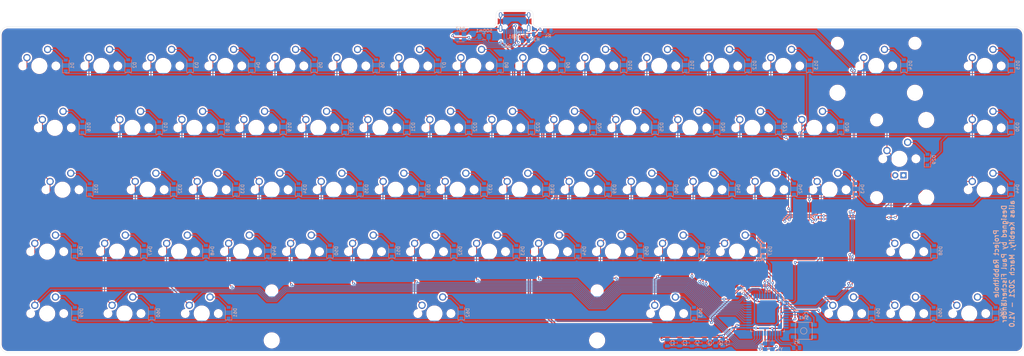
<source format=kicad_pcb>
(kicad_pcb (version 20171130) (host pcbnew "(5.1.9)-1")
  (layers (0 F.Cu signal) (31 B.Cu signal) (34 B.Paste user) (35 F.Paste user) (36 B.SilkS user) (37 F.SilkS user) (38 B.Mask user) (39 F.Mask user) (44 Edge.Cuts user))
  (net 0 "")
  (net 1 VCC)
  (net 2 +5V)
  (net 3 GND)
  (net 4 "Net-(C1-Pad1)")
  (net 5 XTAL1)
  (net 6 XTAL2)
  (net 7 "Net-(D1-Pad2)")
  (net 8 row0)
  (net 9 "Net-(D2-Pad2)")
  (net 10 "Net-(D3-Pad2)")
  (net 11 "Net-(D4-Pad2)")
  (net 12 "Net-(D5-Pad2)")
  (net 13 "Net-(D6-Pad2)")
  (net 14 "Net-(D7-Pad2)")
  (net 15 "Net-(D8-Pad2)")
  (net 16 "Net-(D9-Pad2)")
  (net 17 "Net-(D10-Pad2)")
  (net 18 "Net-(D11-Pad2)")
  (net 19 "Net-(D12-Pad2)")
  (net 20 "Net-(D13-Pad2)")
  (net 21 "Net-(D14-Pad2)")
  (net 22 "Net-(D15-Pad2)")
  (net 23 "Net-(D16-Pad2)")
  (net 24 row1)
  (net 25 "Net-(D17-Pad2)")
  (net 26 "Net-(D18-Pad2)")
  (net 27 "Net-(D19-Pad2)")
  (net 28 "Net-(D20-Pad2)")
  (net 29 "Net-(D21-Pad2)")
  (net 30 "Net-(D22-Pad2)")
  (net 31 "Net-(D23-Pad2)")
  (net 32 "Net-(D24-Pad2)")
  (net 33 "Net-(D25-Pad2)")
  (net 34 "Net-(D26-Pad2)")
  (net 35 "Net-(D27-Pad2)")
  (net 36 "Net-(D28-Pad2)")
  (net 37 "Net-(D29-Pad2)")
  (net 38 "Net-(D30-Pad2)")
  (net 39 "Net-(D31-Pad2)")
  (net 40 row2)
  (net 41 "Net-(D32-Pad2)")
  (net 42 "Net-(D33-Pad2)")
  (net 43 "Net-(D34-Pad2)")
  (net 44 "Net-(D35-Pad2)")
  (net 45 "Net-(D36-Pad2)")
  (net 46 "Net-(D37-Pad2)")
  (net 47 "Net-(D38-Pad2)")
  (net 48 "Net-(D39-Pad2)")
  (net 49 "Net-(D40-Pad2)")
  (net 50 "Net-(D41-Pad2)")
  (net 51 "Net-(D42-Pad2)")
  (net 52 "Net-(D43-Pad2)")
  (net 53 "Net-(D44-Pad2)")
  (net 54 "Net-(D46-Pad2)")
  (net 55 row3)
  (net 56 "Net-(D47-Pad2)")
  (net 57 "Net-(D48-Pad2)")
  (net 58 "Net-(D49-Pad2)")
  (net 59 "Net-(D50-Pad2)")
  (net 60 "Net-(D51-Pad2)")
  (net 61 "Net-(D52-Pad2)")
  (net 62 "Net-(D53-Pad2)")
  (net 63 "Net-(D54-Pad2)")
  (net 64 "Net-(D55-Pad2)")
  (net 65 "Net-(D56-Pad2)")
  (net 66 "Net-(D57-Pad2)")
  (net 67 "Net-(D58-Pad2)")
  (net 68 "Net-(D59-Pad2)")
  (net 69 row4)
  (net 70 "Net-(D60-Pad2)")
  (net 71 "Net-(D61-Pad2)")
  (net 72 "Net-(D62-Pad2)")
  (net 73 "Net-(D63-Pad2)")
  (net 74 "Net-(D64-Pad2)")
  (net 75 "Net-(D65-Pad2)")
  (net 76 "Net-(D66-Pad2)")
  (net 77 "Net-(D67-Pad3)")
  (net 78 "Net-(D67-Pad2)")
  (net 79 col0)
  (net 80 col1)
  (net 81 col2)
  (net 82 col3)
  (net 83 col4)
  (net 84 col5)
  (net 85 col6)
  (net 86 col7)
  (net 87 col8)
  (net 88 col9)
  (net 89 col10)
  (net 90 col11)
  (net 91 col12)
  (net 92 col13)
  (net 93 col14)
  (net 94 "Net-(R1-Pad1)")
  (net 95 "Net-(R2-Pad1)")
  (net 96 D-)
  (net 97 D+)
  (net 98 "Net-(R5-Pad2)")
  (net 99 "Net-(R6-Pad2)")
  (net 100 "Net-(U1-Pad42)")
  (net 101 "Net-(U1-Pad18)")
  (net 102 "Net-(U1-Pad12)")
  (net 103 "Net-(USB1-Pad3)")
  (net 104 "Net-(USB1-Pad9)")
  (net 105 "Net-(U1-Pad11)")
  (net 106 "Net-(U1-Pad10)")
  (net 107 "Net-(U1-Pad9)")
  (module MX_Only:MXOnly-1U-NoLED (layer F.Cu) (at 38.1 155.575)
    (fp_text reference MX17)
    (fp_text value MX_Alps_Hybrid_MX-NoLED)
    (pad 2 thru_hole circle (at 2.54 -5.08) (size 2.25 2.25) (drill 1.47) (layers *.Cu B.Mask) (net 25 "Net-(D17-Pad2)"))
    (pad "" np_thru_hole circle (at 0 0) (size 3.9878 3.9878) (drill 3.9878) (layers *.Cu *.Mask))
    (pad 1 thru_hole circle (at -3.81 -2.54) (size 2.25 2.25) (drill 1.47) (layers *.Cu B.Mask) (net 80 col1))
    (pad "" np_thru_hole circle (at -5.08 0 48.0996) (size 1.75 1.75) (drill 1.75) (layers *.Cu *.Mask))
    (pad "" np_thru_hole circle (at 5.08 0 48.0996) (size 1.75 1.75) (drill 1.75) (layers *.Cu *.Mask))
  )
  (module MX_Only:MXOnly-1U-NoLED (layer F.Cu) (at 57.15 155.575)
    (fp_text reference MX18)
    (fp_text value MX_Alps_Hybrid_MX-NoLED)
    (pad 2 thru_hole circle (at 2.54 -5.08) (size 2.25 2.25) (drill 1.47) (layers *.Cu B.Mask) (net 26 "Net-(D18-Pad2)"))
    (pad "" np_thru_hole circle (at 0 0) (size 3.9878 3.9878) (drill 3.9878) (layers *.Cu *.Mask))
    (pad 1 thru_hole circle (at -3.81 -2.54) (size 2.25 2.25) (drill 1.47) (layers *.Cu B.Mask) (net 81 col2))
    (pad "" np_thru_hole circle (at -5.08 0 48.0996) (size 1.75 1.75) (drill 1.75) (layers *.Cu *.Mask))
    (pad "" np_thru_hole circle (at 5.08 0 48.0996) (size 1.75 1.75) (drill 1.75) (layers *.Cu *.Mask))
  )
  (module MX_Only:MXOnly-1.5U-NoLED (layer F.Cu) (at 14.271769 155.575)
    (fp_text reference MX16)
    (fp_text value MX_Alps_Hybrid_MX-NoLED)
    (pad 2 thru_hole circle (at 2.54 -5.08) (size 2.25 2.25) (drill 1.47) (layers *.Cu B.Mask) (net 23 "Net-(D16-Pad2)"))
    (pad "" np_thru_hole circle (at 0 0) (size 3.9878 3.9878) (drill 3.9878) (layers *.Cu *.Mask))
    (pad 1 thru_hole circle (at -3.81 -2.54) (size 2.25 2.25) (drill 1.47) (layers *.Cu B.Mask) (net 79 col0))
    (pad "" np_thru_hole circle (at -5.08 0 48.0996) (size 1.75 1.75) (drill 1.75) (layers *.Cu *.Mask))
    (pad "" np_thru_hole circle (at 5.08 0 48.0996) (size 1.75 1.75) (drill 1.75) (layers *.Cu *.Mask))
  )
  (module MX_Only:MXOnly-1U-NoLED (layer F.Cu) (at 295.275 212.725)
    (fp_text reference MX66)
    (fp_text value MX_Alps_Hybrid_MX-NoLED)
    (pad 2 thru_hole circle (at 2.54 -5.08) (size 2.25 2.25) (drill 1.47) (layers *.Cu B.Mask) (net 76 "Net-(D66-Pad2)"))
    (pad "" np_thru_hole circle (at 0 0) (size 3.9878 3.9878) (drill 3.9878) (layers *.Cu *.Mask))
    (pad 1 thru_hole circle (at -3.81 -2.54) (size 2.25 2.25) (drill 1.47) (layers *.Cu B.Mask) (net 91 col12))
    (pad "" np_thru_hole circle (at -5.08 0 48.0996) (size 1.75 1.75) (drill 1.75) (layers *.Cu *.Mask))
    (pad "" np_thru_hole circle (at 5.08 0 48.0996) (size 1.75 1.75) (drill 1.75) (layers *.Cu *.Mask))
  )
  (module MX_Only:MXOnly-1U-NoLED (layer F.Cu) (at 276.225 212.725)
    (fp_text reference MX65)
    (fp_text value MX_Alps_Hybrid_MX-NoLED)
    (pad 2 thru_hole circle (at 2.54 -5.08) (size 2.25 2.25) (drill 1.47) (layers *.Cu B.Mask) (net 75 "Net-(D65-Pad2)"))
    (pad "" np_thru_hole circle (at 0 0) (size 3.9878 3.9878) (drill 3.9878) (layers *.Cu *.Mask))
    (pad 1 thru_hole circle (at -3.81 -2.54) (size 2.25 2.25) (drill 1.47) (layers *.Cu B.Mask) (net 91 col12))
    (pad "" np_thru_hole circle (at -5.08 0 48.0996) (size 1.75 1.75) (drill 1.75) (layers *.Cu *.Mask))
    (pad "" np_thru_hole circle (at 5.08 0 48.0996) (size 1.75 1.75) (drill 1.75) (layers *.Cu *.Mask))
  )
  (module MX_Only:MXOnly-1U-NoLED (layer F.Cu) (at 257.175 212.725)
    (fp_text reference MX64)
    (fp_text value MX_Alps_Hybrid_MX-NoLED)
    (pad 2 thru_hole circle (at 2.54 -5.08) (size 2.25 2.25) (drill 1.47) (layers *.Cu B.Mask) (net 74 "Net-(D64-Pad2)"))
    (pad "" np_thru_hole circle (at 0 0) (size 3.9878 3.9878) (drill 3.9878) (layers *.Cu *.Mask))
    (pad 1 thru_hole circle (at -3.81 -2.54) (size 2.25 2.25) (drill 1.47) (layers *.Cu B.Mask) (net 91 col12))
    (pad "" np_thru_hole circle (at -5.08 0 48.0996) (size 1.75 1.75) (drill 1.75) (layers *.Cu *.Mask))
    (pad "" np_thru_hole circle (at 5.08 0 48.0996) (size 1.75 1.75) (drill 1.75) (layers *.Cu *.Mask))
  )
  (module MX_Only:MXOnly-1.25U-NoLED (layer F.Cu) (at 202.438 212.725)
    (fp_text reference MX63)
    (fp_text value MX_Alps_Hybrid_MX-NoLED)
    (pad 2 thru_hole circle (at 2.54 -5.08) (size 2.25 2.25) (drill 1.47) (layers *.Cu B.Mask) (net 73 "Net-(D63-Pad2)"))
    (pad "" np_thru_hole circle (at 0 0) (size 3.9878 3.9878) (drill 3.9878) (layers *.Cu *.Mask))
    (pad 1 thru_hole circle (at -3.81 -2.54) (size 2.25 2.25) (drill 1.47) (layers *.Cu B.Mask) (net 89 col10))
    (pad "" np_thru_hole circle (at -5.08 0 48.0996) (size 1.75 1.75) (drill 1.75) (layers *.Cu *.Mask))
    (pad "" np_thru_hole circle (at 5.08 0 48.0996) (size 1.75 1.75) (drill 1.75) (layers *.Cu *.Mask))
  )
  (module MX_Only:MXOnly-6.25U-NoLED (layer F.Cu) (at 130.937 212.725)
    (fp_text reference MX62)
    (fp_text value MX_Alps_Hybrid_MX-NoLED)
    (pad 2 thru_hole circle (at 2.54 -5.08) (size 2.25 2.25) (drill 1.47) (layers *.Cu B.Mask) (net 72 "Net-(D62-Pad2)"))
    (pad "" np_thru_hole circle (at 0 0) (size 3.9878 3.9878) (drill 3.9878) (layers *.Cu *.Mask))
    (pad 1 thru_hole circle (at -3.81 -2.54) (size 2.25 2.25) (drill 1.47) (layers *.Cu B.Mask) (net 85 col6))
    (pad "" np_thru_hole circle (at -5.08 0 48.0996) (size 1.75 1.75) (drill 1.75) (layers *.Cu *.Mask))
    (pad "" np_thru_hole circle (at 5.08 0 48.0996) (size 1.75 1.75) (drill 1.75) (layers *.Cu *.Mask))
    (pad "" np_thru_hole circle (at -49.9999 -6.985) (size 3.048 3.048) (drill 3.048) (layers *.Cu *.Mask))
    (pad "" np_thru_hole circle (at 49.9999 -6.985) (size 3.048 3.048) (drill 3.048) (layers *.Cu *.Mask))
    (pad "" np_thru_hole circle (at -49.9999 8.255) (size 3.9878 3.9878) (drill 3.9878) (layers *.Cu *.Mask))
    (pad "" np_thru_hole circle (at 49.9999 8.255) (size 3.9878 3.9878) (drill 3.9878) (layers *.Cu *.Mask))
  )
  (module MX_Only:MXOnly-1.25U-NoLED (layer F.Cu) (at 59.436 212.725)
    (fp_text reference MX61)
    (fp_text value MX_Alps_Hybrid_MX-NoLED)
    (pad 2 thru_hole circle (at 2.54 -5.08) (size 2.25 2.25) (drill 1.47) (layers *.Cu B.Mask) (net 71 "Net-(D61-Pad2)"))
    (pad "" np_thru_hole circle (at 0 0) (size 3.9878 3.9878) (drill 3.9878) (layers *.Cu *.Mask))
    (pad 1 thru_hole circle (at -3.81 -2.54) (size 2.25 2.25) (drill 1.47) (layers *.Cu B.Mask) (net 81 col2))
    (pad "" np_thru_hole circle (at -5.08 0 48.0996) (size 1.75 1.75) (drill 1.75) (layers *.Cu *.Mask))
    (pad "" np_thru_hole circle (at 5.08 0 48.0996) (size 1.75 1.75) (drill 1.75) (layers *.Cu *.Mask))
  )
  (module MX_Only:MXOnly-1.25U-NoLED (layer F.Cu) (at 35.687 212.725)
    (fp_text reference MX60)
    (fp_text value MX_Alps_Hybrid_MX-NoLED)
    (pad 2 thru_hole circle (at 2.54 -5.08) (size 2.25 2.25) (drill 1.47) (layers *.Cu B.Mask) (net 70 "Net-(D60-Pad2)"))
    (pad "" np_thru_hole circle (at 0 0) (size 3.9878 3.9878) (drill 3.9878) (layers *.Cu *.Mask))
    (pad 1 thru_hole circle (at -3.81 -2.54) (size 2.25 2.25) (drill 1.47) (layers *.Cu B.Mask) (net 80 col1))
    (pad "" np_thru_hole circle (at -5.08 0 48.0996) (size 1.75 1.75) (drill 1.75) (layers *.Cu *.Mask))
    (pad "" np_thru_hole circle (at 5.08 0 48.0996) (size 1.75 1.75) (drill 1.75) (layers *.Cu *.Mask))
  )
  (module MX_Only:MXOnly-1.25U-NoLED (layer F.Cu) (at 11.938 212.725)
    (fp_text reference MX59)
    (fp_text value MX_Alps_Hybrid_MX-NoLED)
    (pad 2 thru_hole circle (at 2.54 -5.08) (size 2.25 2.25) (drill 1.47) (layers *.Cu B.Mask) (net 68 "Net-(D59-Pad2)"))
    (pad "" np_thru_hole circle (at 0 0) (size 3.9878 3.9878) (drill 3.9878) (layers *.Cu *.Mask))
    (pad 1 thru_hole circle (at -3.81 -2.54) (size 2.25 2.25) (drill 1.47) (layers *.Cu B.Mask) (net 79 col0))
    (pad "" np_thru_hole circle (at -5.08 0 48.0996) (size 1.75 1.75) (drill 1.75) (layers *.Cu *.Mask))
    (pad "" np_thru_hole circle (at 5.08 0 48.0996) (size 1.75 1.75) (drill 1.75) (layers *.Cu *.Mask))
  )
  (module MX_Only:MXOnly-1U-NoLED (layer F.Cu) (at 276.225 193.675)
    (fp_text reference MX58)
    (fp_text value MX_Alps_Hybrid_MX-NoLED)
    (pad 2 thru_hole circle (at 2.54 -5.08) (size 2.25 2.25) (drill 1.47) (layers *.Cu B.Mask) (net 67 "Net-(D58-Pad2)"))
    (pad "" np_thru_hole circle (at 0 0) (size 3.9878 3.9878) (drill 3.9878) (layers *.Cu *.Mask))
    (pad 1 thru_hole circle (at -3.81 -2.54) (size 2.25 2.25) (drill 1.47) (layers *.Cu B.Mask) (net 92 col13))
    (pad "" np_thru_hole circle (at -5.08 0 48.0996) (size 1.75 1.75) (drill 1.75) (layers *.Cu *.Mask))
    (pad "" np_thru_hole circle (at 5.08 0 48.0996) (size 1.75 1.75) (drill 1.75) (layers *.Cu *.Mask))
  )
  (module MX_Only:MXOnly-1U-NoLED (layer F.Cu) (at 223.901 193.675)
    (fp_text reference MX57)
    (fp_text value MX_Alps_Hybrid_MX-NoLED)
    (pad 2 thru_hole circle (at 2.54 -5.08) (size 2.25 2.25) (drill 1.47) (layers *.Cu B.Mask) (net 66 "Net-(D57-Pad2)"))
    (pad "" np_thru_hole circle (at 0 0) (size 3.9878 3.9878) (drill 3.9878) (layers *.Cu *.Mask))
    (pad 1 thru_hole circle (at -3.81 -2.54) (size 2.25 2.25) (drill 1.47) (layers *.Cu B.Mask) (net 90 col11))
    (pad "" np_thru_hole circle (at -5.08 0 48.0996) (size 1.75 1.75) (drill 1.75) (layers *.Cu *.Mask))
    (pad "" np_thru_hole circle (at 5.08 0 48.0996) (size 1.75 1.75) (drill 1.75) (layers *.Cu *.Mask))
  )
  (module MX_Only:MXOnly-1U-NoLED (layer F.Cu) (at 204.851 193.675)
    (fp_text reference MX56)
    (fp_text value MX_Alps_Hybrid_MX-NoLED)
    (pad 2 thru_hole circle (at 2.54 -5.08) (size 2.25 2.25) (drill 1.47) (layers *.Cu B.Mask) (net 65 "Net-(D56-Pad2)"))
    (pad "" np_thru_hole circle (at 0 0) (size 3.9878 3.9878) (drill 3.9878) (layers *.Cu *.Mask))
    (pad 1 thru_hole circle (at -3.81 -2.54) (size 2.25 2.25) (drill 1.47) (layers *.Cu B.Mask) (net 89 col10))
    (pad "" np_thru_hole circle (at -5.08 0 48.0996) (size 1.75 1.75) (drill 1.75) (layers *.Cu *.Mask))
    (pad "" np_thru_hole circle (at 5.08 0 48.0996) (size 1.75 1.75) (drill 1.75) (layers *.Cu *.Mask))
  )
  (module MX_Only:MXOnly-1U-NoLED (layer F.Cu) (at 185.801 193.675)
    (fp_text reference MX55)
    (fp_text value MX_Alps_Hybrid_MX-NoLED)
    (pad 2 thru_hole circle (at 2.54 -5.08) (size 2.25 2.25) (drill 1.47) (layers *.Cu B.Mask) (net 64 "Net-(D55-Pad2)"))
    (pad "" np_thru_hole circle (at 0 0) (size 3.9878 3.9878) (drill 3.9878) (layers *.Cu *.Mask))
    (pad 1 thru_hole circle (at -3.81 -2.54) (size 2.25 2.25) (drill 1.47) (layers *.Cu B.Mask) (net 88 col9))
    (pad "" np_thru_hole circle (at -5.08 0 48.0996) (size 1.75 1.75) (drill 1.75) (layers *.Cu *.Mask))
    (pad "" np_thru_hole circle (at 5.08 0 48.0996) (size 1.75 1.75) (drill 1.75) (layers *.Cu *.Mask))
  )
  (module MX_Only:MXOnly-1U-NoLED (layer F.Cu) (at 166.751 193.675)
    (fp_text reference MX54)
    (fp_text value MX_Alps_Hybrid_MX-NoLED)
    (pad 2 thru_hole circle (at 2.54 -5.08) (size 2.25 2.25) (drill 1.47) (layers *.Cu B.Mask) (net 63 "Net-(D54-Pad2)"))
    (pad "" np_thru_hole circle (at 0 0) (size 3.9878 3.9878) (drill 3.9878) (layers *.Cu *.Mask))
    (pad 1 thru_hole circle (at -3.81 -2.54) (size 2.25 2.25) (drill 1.47) (layers *.Cu B.Mask) (net 87 col8))
    (pad "" np_thru_hole circle (at -5.08 0 48.0996) (size 1.75 1.75) (drill 1.75) (layers *.Cu *.Mask))
    (pad "" np_thru_hole circle (at 5.08 0 48.0996) (size 1.75 1.75) (drill 1.75) (layers *.Cu *.Mask))
  )
  (module MX_Only:MXOnly-1U-NoLED (layer F.Cu) (at 147.701 193.675)
    (fp_text reference MX53)
    (fp_text value MX_Alps_Hybrid_MX-NoLED)
    (pad 2 thru_hole circle (at 2.54 -5.08) (size 2.25 2.25) (drill 1.47) (layers *.Cu B.Mask) (net 62 "Net-(D53-Pad2)"))
    (pad "" np_thru_hole circle (at 0 0) (size 3.9878 3.9878) (drill 3.9878) (layers *.Cu *.Mask))
    (pad 1 thru_hole circle (at -3.81 -2.54) (size 2.25 2.25) (drill 1.47) (layers *.Cu B.Mask) (net 86 col7))
    (pad "" np_thru_hole circle (at -5.08 0 48.0996) (size 1.75 1.75) (drill 1.75) (layers *.Cu *.Mask))
    (pad "" np_thru_hole circle (at 5.08 0 48.0996) (size 1.75 1.75) (drill 1.75) (layers *.Cu *.Mask))
  )
  (module MX_Only:MXOnly-1U-NoLED (layer F.Cu) (at 128.651 193.675)
    (fp_text reference MX52)
    (fp_text value MX_Alps_Hybrid_MX-NoLED)
    (pad 2 thru_hole circle (at 2.54 -5.08) (size 2.25 2.25) (drill 1.47) (layers *.Cu B.Mask) (net 61 "Net-(D52-Pad2)"))
    (pad "" np_thru_hole circle (at 0 0) (size 3.9878 3.9878) (drill 3.9878) (layers *.Cu *.Mask))
    (pad 1 thru_hole circle (at -3.81 -2.54) (size 2.25 2.25) (drill 1.47) (layers *.Cu B.Mask) (net 85 col6))
    (pad "" np_thru_hole circle (at -5.08 0 48.0996) (size 1.75 1.75) (drill 1.75) (layers *.Cu *.Mask))
    (pad "" np_thru_hole circle (at 5.08 0 48.0996) (size 1.75 1.75) (drill 1.75) (layers *.Cu *.Mask))
  )
  (module MX_Only:MXOnly-1U-NoLED (layer F.Cu) (at 109.601 193.675)
    (fp_text reference MX51)
    (fp_text value MX_Alps_Hybrid_MX-NoLED)
    (pad 2 thru_hole circle (at 2.54 -5.08) (size 2.25 2.25) (drill 1.47) (layers *.Cu B.Mask) (net 60 "Net-(D51-Pad2)"))
    (pad "" np_thru_hole circle (at 0 0) (size 3.9878 3.9878) (drill 3.9878) (layers *.Cu *.Mask))
    (pad 1 thru_hole circle (at -3.81 -2.54) (size 2.25 2.25) (drill 1.47) (layers *.Cu B.Mask) (net 84 col5))
    (pad "" np_thru_hole circle (at -5.08 0 48.0996) (size 1.75 1.75) (drill 1.75) (layers *.Cu *.Mask))
    (pad "" np_thru_hole circle (at 5.08 0 48.0996) (size 1.75 1.75) (drill 1.75) (layers *.Cu *.Mask))
  )
  (module MX_Only:MXOnly-1U-NoLED (layer F.Cu) (at 90.551 193.675)
    (fp_text reference MX50)
    (fp_text value MX_Alps_Hybrid_MX-NoLED)
    (pad 2 thru_hole circle (at 2.54 -5.08) (size 2.25 2.25) (drill 1.47) (layers *.Cu B.Mask) (net 59 "Net-(D50-Pad2)"))
    (pad "" np_thru_hole circle (at 0 0) (size 3.9878 3.9878) (drill 3.9878) (layers *.Cu *.Mask))
    (pad 1 thru_hole circle (at -3.81 -2.54) (size 2.25 2.25) (drill 1.47) (layers *.Cu B.Mask) (net 83 col4))
    (pad "" np_thru_hole circle (at -5.08 0 48.0996) (size 1.75 1.75) (drill 1.75) (layers *.Cu *.Mask))
    (pad "" np_thru_hole circle (at 5.08 0 48.0996) (size 1.75 1.75) (drill 1.75) (layers *.Cu *.Mask))
  )
  (module MX_Only:MXOnly-1U-NoLED (layer F.Cu) (at 71.501 193.675)
    (fp_text reference MX49)
    (fp_text value MX_Alps_Hybrid_MX-NoLED)
    (pad 2 thru_hole circle (at 2.54 -5.08) (size 2.25 2.25) (drill 1.47) (layers *.Cu B.Mask) (net 58 "Net-(D49-Pad2)"))
    (pad "" np_thru_hole circle (at 0 0) (size 3.9878 3.9878) (drill 3.9878) (layers *.Cu *.Mask))
    (pad 1 thru_hole circle (at -3.81 -2.54) (size 2.25 2.25) (drill 1.47) (layers *.Cu B.Mask) (net 82 col3))
    (pad "" np_thru_hole circle (at -5.08 0 48.0996) (size 1.75 1.75) (drill 1.75) (layers *.Cu *.Mask))
    (pad "" np_thru_hole circle (at 5.08 0 48.0996) (size 1.75 1.75) (drill 1.75) (layers *.Cu *.Mask))
  )
  (module MX_Only:MXOnly-1U-NoLED (layer F.Cu) (at 52.451 193.675)
    (fp_text reference MX48)
    (fp_text value MX_Alps_Hybrid_MX-NoLED)
    (pad 2 thru_hole circle (at 2.54 -5.08) (size 2.25 2.25) (drill 1.47) (layers *.Cu B.Mask) (net 57 "Net-(D48-Pad2)"))
    (pad "" np_thru_hole circle (at 0 0) (size 3.9878 3.9878) (drill 3.9878) (layers *.Cu *.Mask))
    (pad 1 thru_hole circle (at -3.81 -2.54) (size 2.25 2.25) (drill 1.47) (layers *.Cu B.Mask) (net 81 col2))
    (pad "" np_thru_hole circle (at -5.08 0 48.0996) (size 1.75 1.75) (drill 1.75) (layers *.Cu *.Mask))
    (pad "" np_thru_hole circle (at 5.08 0 48.0996) (size 1.75 1.75) (drill 1.75) (layers *.Cu *.Mask))
  )
  (module MX_Only:MXOnly-1U-NoLED (layer F.Cu) (at 33.401 193.675)
    (fp_text reference MX47)
    (fp_text value MX_Alps_Hybrid_MX-NoLED)
    (pad 2 thru_hole circle (at 2.54 -5.08) (size 2.25 2.25) (drill 1.47) (layers *.Cu B.Mask) (net 56 "Net-(D47-Pad2)"))
    (pad "" np_thru_hole circle (at 0 0) (size 3.9878 3.9878) (drill 3.9878) (layers *.Cu *.Mask))
    (pad 1 thru_hole circle (at -3.81 -2.54) (size 2.25 2.25) (drill 1.47) (layers *.Cu B.Mask) (net 80 col1))
    (pad "" np_thru_hole circle (at -5.08 0 48.0996) (size 1.75 1.75) (drill 1.75) (layers *.Cu *.Mask))
    (pad "" np_thru_hole circle (at 5.08 0 48.0996) (size 1.75 1.75) (drill 1.75) (layers *.Cu *.Mask))
  )
  (module MX_Only:MXOnly-1.25U-NoLED (layer F.Cu) (at 11.938 193.675)
    (fp_text reference MX46)
    (fp_text value MX_Alps_Hybrid_MX-NoLED)
    (pad 2 thru_hole circle (at 2.54 -5.08) (size 2.25 2.25) (drill 1.47) (layers *.Cu B.Mask) (net 54 "Net-(D46-Pad2)"))
    (pad "" np_thru_hole circle (at 0 0) (size 3.9878 3.9878) (drill 3.9878) (layers *.Cu *.Mask))
    (pad 1 thru_hole circle (at -3.81 -2.54) (size 2.25 2.25) (drill 1.47) (layers *.Cu B.Mask) (net 79 col0))
    (pad "" np_thru_hole circle (at -5.08 0 48.0996) (size 1.75 1.75) (drill 1.75) (layers *.Cu *.Mask))
    (pad "" np_thru_hole circle (at 5.08 0 48.0996) (size 1.75 1.75) (drill 1.75) (layers *.Cu *.Mask))
  )
  (module MX_Only:MXOnly-1U-NoLED (layer F.Cu) (at 300.0375 174.625)
    (fp_text reference MX44)
    (fp_text value MX_Alps_Hybrid_MX-NoLED)
    (pad 2 thru_hole circle (at 2.54 -5.08) (size 2.25 2.25) (drill 1.47) (layers *.Cu B.Mask) (net 53 "Net-(D44-Pad2)"))
    (pad "" np_thru_hole circle (at 0 0) (size 3.9878 3.9878) (drill 3.9878) (layers *.Cu *.Mask))
    (pad 1 thru_hole circle (at -3.81 -2.54) (size 2.25 2.25) (drill 1.47) (layers *.Cu B.Mask) (net 93 col14))
    (pad "" np_thru_hole circle (at -5.08 0 48.0996) (size 1.75 1.75) (drill 1.75) (layers *.Cu *.Mask))
    (pad "" np_thru_hole circle (at 5.08 0 48.0996) (size 1.75 1.75) (drill 1.75) (layers *.Cu *.Mask))
  )
  (module MX_Only:MXOnly-1U-NoLED (layer F.Cu) (at 252.349 174.625)
    (fp_text reference MX43)
    (fp_text value MX_Alps_Hybrid_MX-NoLED)
    (pad 2 thru_hole circle (at 2.54 -5.08) (size 2.25 2.25) (drill 1.47) (layers *.Cu B.Mask) (net 52 "Net-(D43-Pad2)"))
    (pad "" np_thru_hole circle (at 0 0) (size 3.9878 3.9878) (drill 3.9878) (layers *.Cu *.Mask))
    (pad 1 thru_hole circle (at -3.81 -2.54) (size 2.25 2.25) (drill 1.47) (layers *.Cu B.Mask) (net 91 col12))
    (pad "" np_thru_hole circle (at -5.08 0 48.0996) (size 1.75 1.75) (drill 1.75) (layers *.Cu *.Mask))
    (pad "" np_thru_hole circle (at 5.08 0 48.0996) (size 1.75 1.75) (drill 1.75) (layers *.Cu *.Mask))
  )
  (module MX_Only:MXOnly-1U-NoLED (layer F.Cu) (at 233.299 174.625)
    (fp_text reference MX42)
    (fp_text value MX_Alps_Hybrid_MX-NoLED)
    (pad 2 thru_hole circle (at 2.54 -5.08) (size 2.25 2.25) (drill 1.47) (layers *.Cu B.Mask) (net 51 "Net-(D42-Pad2)"))
    (pad "" np_thru_hole circle (at 0 0) (size 3.9878 3.9878) (drill 3.9878) (layers *.Cu *.Mask))
    (pad 1 thru_hole circle (at -3.81 -2.54) (size 2.25 2.25) (drill 1.47) (layers *.Cu B.Mask) (net 90 col11))
    (pad "" np_thru_hole circle (at -5.08 0 48.0996) (size 1.75 1.75) (drill 1.75) (layers *.Cu *.Mask))
    (pad "" np_thru_hole circle (at 5.08 0 48.0996) (size 1.75 1.75) (drill 1.75) (layers *.Cu *.Mask))
  )
  (module MX_Only:MXOnly-1U-NoLED (layer F.Cu) (at 214.249 174.625)
    (fp_text reference MX41)
    (fp_text value MX_Alps_Hybrid_MX-NoLED)
    (pad 2 thru_hole circle (at 2.54 -5.08) (size 2.25 2.25) (drill 1.47) (layers *.Cu B.Mask) (net 50 "Net-(D41-Pad2)"))
    (pad "" np_thru_hole circle (at 0 0) (size 3.9878 3.9878) (drill 3.9878) (layers *.Cu *.Mask))
    (pad 1 thru_hole circle (at -3.81 -2.54) (size 2.25 2.25) (drill 1.47) (layers *.Cu B.Mask) (net 89 col10))
    (pad "" np_thru_hole circle (at -5.08 0 48.0996) (size 1.75 1.75) (drill 1.75) (layers *.Cu *.Mask))
    (pad "" np_thru_hole circle (at 5.08 0 48.0996) (size 1.75 1.75) (drill 1.75) (layers *.Cu *.Mask))
  )
  (module MX_Only:MXOnly-1U-NoLED (layer F.Cu) (at 195.199 174.625)
    (fp_text reference MX40)
    (fp_text value MX_Alps_Hybrid_MX-NoLED)
    (pad 2 thru_hole circle (at 2.54 -5.08) (size 2.25 2.25) (drill 1.47) (layers *.Cu B.Mask) (net 49 "Net-(D40-Pad2)"))
    (pad "" np_thru_hole circle (at 0 0) (size 3.9878 3.9878) (drill 3.9878) (layers *.Cu *.Mask))
    (pad 1 thru_hole circle (at -3.81 -2.54) (size 2.25 2.25) (drill 1.47) (layers *.Cu B.Mask) (net 88 col9))
    (pad "" np_thru_hole circle (at -5.08 0 48.0996) (size 1.75 1.75) (drill 1.75) (layers *.Cu *.Mask))
    (pad "" np_thru_hole circle (at 5.08 0 48.0996) (size 1.75 1.75) (drill 1.75) (layers *.Cu *.Mask))
  )
  (module MX_Only:MXOnly-1U-NoLED (layer F.Cu) (at 176.149 174.625)
    (fp_text reference MX39)
    (fp_text value MX_Alps_Hybrid_MX-NoLED)
    (pad 2 thru_hole circle (at 2.54 -5.08) (size 2.25 2.25) (drill 1.47) (layers *.Cu B.Mask) (net 48 "Net-(D39-Pad2)"))
    (pad "" np_thru_hole circle (at 0 0) (size 3.9878 3.9878) (drill 3.9878) (layers *.Cu *.Mask))
    (pad 1 thru_hole circle (at -3.81 -2.54) (size 2.25 2.25) (drill 1.47) (layers *.Cu B.Mask) (net 87 col8))
    (pad "" np_thru_hole circle (at -5.08 0 48.0996) (size 1.75 1.75) (drill 1.75) (layers *.Cu *.Mask))
    (pad "" np_thru_hole circle (at 5.08 0 48.0996) (size 1.75 1.75) (drill 1.75) (layers *.Cu *.Mask))
  )
  (module MX_Only:MXOnly-1U-NoLED (layer F.Cu) (at 157.099 174.625)
    (fp_text reference MX38)
    (fp_text value MX_Alps_Hybrid_MX-NoLED)
    (pad 2 thru_hole circle (at 2.54 -5.08) (size 2.25 2.25) (drill 1.47) (layers *.Cu B.Mask) (net 47 "Net-(D38-Pad2)"))
    (pad "" np_thru_hole circle (at 0 0) (size 3.9878 3.9878) (drill 3.9878) (layers *.Cu *.Mask))
    (pad 1 thru_hole circle (at -3.81 -2.54) (size 2.25 2.25) (drill 1.47) (layers *.Cu B.Mask) (net 86 col7))
    (pad "" np_thru_hole circle (at -5.08 0 48.0996) (size 1.75 1.75) (drill 1.75) (layers *.Cu *.Mask))
    (pad "" np_thru_hole circle (at 5.08 0 48.0996) (size 1.75 1.75) (drill 1.75) (layers *.Cu *.Mask))
  )
  (module MX_Only:MXOnly-1U-NoLED (layer F.Cu) (at 138.049 174.625)
    (fp_text reference MX37)
    (fp_text value MX_Alps_Hybrid_MX-NoLED)
    (pad 2 thru_hole circle (at 2.54 -5.08) (size 2.25 2.25) (drill 1.47) (layers *.Cu B.Mask) (net 46 "Net-(D37-Pad2)"))
    (pad "" np_thru_hole circle (at 0 0) (size 3.9878 3.9878) (drill 3.9878) (layers *.Cu *.Mask))
    (pad 1 thru_hole circle (at -3.81 -2.54) (size 2.25 2.25) (drill 1.47) (layers *.Cu B.Mask) (net 85 col6))
    (pad "" np_thru_hole circle (at -5.08 0 48.0996) (size 1.75 1.75) (drill 1.75) (layers *.Cu *.Mask))
    (pad "" np_thru_hole circle (at 5.08 0 48.0996) (size 1.75 1.75) (drill 1.75) (layers *.Cu *.Mask))
  )
  (module MX_Only:MXOnly-1U-NoLED (layer F.Cu) (at 118.999 174.625)
    (fp_text reference MX36)
    (fp_text value MX_Alps_Hybrid_MX-NoLED)
    (pad 2 thru_hole circle (at 2.54 -5.08) (size 2.25 2.25) (drill 1.47) (layers *.Cu B.Mask) (net 45 "Net-(D36-Pad2)"))
    (pad "" np_thru_hole circle (at 0 0) (size 3.9878 3.9878) (drill 3.9878) (layers *.Cu *.Mask))
    (pad 1 thru_hole circle (at -3.81 -2.54) (size 2.25 2.25) (drill 1.47) (layers *.Cu B.Mask) (net 84 col5))
    (pad "" np_thru_hole circle (at -5.08 0 48.0996) (size 1.75 1.75) (drill 1.75) (layers *.Cu *.Mask))
    (pad "" np_thru_hole circle (at 5.08 0 48.0996) (size 1.75 1.75) (drill 1.75) (layers *.Cu *.Mask))
  )
  (module MX_Only:MXOnly-1U-NoLED (layer F.Cu) (at 99.949 174.625)
    (fp_text reference MX35)
    (fp_text value MX_Alps_Hybrid_MX-NoLED)
    (pad 2 thru_hole circle (at 2.54 -5.08) (size 2.25 2.25) (drill 1.47) (layers *.Cu B.Mask) (net 44 "Net-(D35-Pad2)"))
    (pad "" np_thru_hole circle (at 0 0) (size 3.9878 3.9878) (drill 3.9878) (layers *.Cu *.Mask))
    (pad 1 thru_hole circle (at -3.81 -2.54) (size 2.25 2.25) (drill 1.47) (layers *.Cu B.Mask) (net 83 col4))
    (pad "" np_thru_hole circle (at -5.08 0 48.0996) (size 1.75 1.75) (drill 1.75) (layers *.Cu *.Mask))
    (pad "" np_thru_hole circle (at 5.08 0 48.0996) (size 1.75 1.75) (drill 1.75) (layers *.Cu *.Mask))
  )
  (module MX_Only:MXOnly-1U-NoLED (layer F.Cu) (at 80.899 174.625)
    (fp_text reference MX34)
    (fp_text value MX_Alps_Hybrid_MX-NoLED)
    (pad 2 thru_hole circle (at 2.54 -5.08) (size 2.25 2.25) (drill 1.47) (layers *.Cu B.Mask) (net 43 "Net-(D34-Pad2)"))
    (pad "" np_thru_hole circle (at 0 0) (size 3.9878 3.9878) (drill 3.9878) (layers *.Cu *.Mask))
    (pad 1 thru_hole circle (at -3.81 -2.54) (size 2.25 2.25) (drill 1.47) (layers *.Cu B.Mask) (net 82 col3))
    (pad "" np_thru_hole circle (at -5.08 0 48.0996) (size 1.75 1.75) (drill 1.75) (layers *.Cu *.Mask))
    (pad "" np_thru_hole circle (at 5.08 0 48.0996) (size 1.75 1.75) (drill 1.75) (layers *.Cu *.Mask))
  )
  (module MX_Only:MXOnly-1U-NoLED (layer F.Cu) (at 61.849 174.625)
    (fp_text reference MX33)
    (fp_text value MX_Alps_Hybrid_MX-NoLED)
    (pad 2 thru_hole circle (at 2.54 -5.08) (size 2.25 2.25) (drill 1.47) (layers *.Cu B.Mask) (net 42 "Net-(D33-Pad2)"))
    (pad "" np_thru_hole circle (at 0 0) (size 3.9878 3.9878) (drill 3.9878) (layers *.Cu *.Mask))
    (pad 1 thru_hole circle (at -3.81 -2.54) (size 2.25 2.25) (drill 1.47) (layers *.Cu B.Mask) (net 81 col2))
    (pad "" np_thru_hole circle (at -5.08 0 48.0996) (size 1.75 1.75) (drill 1.75) (layers *.Cu *.Mask))
    (pad "" np_thru_hole circle (at 5.08 0 48.0996) (size 1.75 1.75) (drill 1.75) (layers *.Cu *.Mask))
  )
  (module MX_Only:MXOnly-1U-NoLED (layer F.Cu) (at 42.799 174.625)
    (fp_text reference MX32)
    (fp_text value MX_Alps_Hybrid_MX-NoLED)
    (pad 2 thru_hole circle (at 2.54 -5.08) (size 2.25 2.25) (drill 1.47) (layers *.Cu B.Mask) (net 41 "Net-(D32-Pad2)"))
    (pad "" np_thru_hole circle (at 0 0) (size 3.9878 3.9878) (drill 3.9878) (layers *.Cu *.Mask))
    (pad 1 thru_hole circle (at -3.81 -2.54) (size 2.25 2.25) (drill 1.47) (layers *.Cu B.Mask) (net 80 col1))
    (pad "" np_thru_hole circle (at -5.08 0 48.0996) (size 1.75 1.75) (drill 1.75) (layers *.Cu *.Mask))
    (pad "" np_thru_hole circle (at 5.08 0 48.0996) (size 1.75 1.75) (drill 1.75) (layers *.Cu *.Mask))
  )
  (module MX_Only:MXOnly-1.75U-NoLED (layer F.Cu) (at 16.637 174.625)
    (fp_text reference MX31)
    (fp_text value MX_Alps_Hybrid_MX-NoLED)
    (pad 2 thru_hole circle (at 2.54 -5.08) (size 2.25 2.25) (drill 1.47) (layers *.Cu B.Mask) (net 39 "Net-(D31-Pad2)"))
    (pad "" np_thru_hole circle (at 0 0) (size 3.9878 3.9878) (drill 3.9878) (layers *.Cu *.Mask))
    (pad 1 thru_hole circle (at -3.81 -2.54) (size 2.25 2.25) (drill 1.47) (layers *.Cu B.Mask) (net 79 col0))
    (pad "" np_thru_hole circle (at -5.08 0 48.0996) (size 1.75 1.75) (drill 1.75) (layers *.Cu *.Mask))
    (pad "" np_thru_hole circle (at 5.08 0 48.0996) (size 1.75 1.75) (drill 1.75) (layers *.Cu *.Mask))
  )
  (module MX_Only:MXOnly-1U-NoLED (layer F.Cu) (at 300.0375 155.575)
    (fp_text reference MX30)
    (fp_text value MX_Alps_Hybrid_MX-NoLED)
    (pad 2 thru_hole circle (at 2.54 -5.08) (size 2.25 2.25) (drill 1.47) (layers *.Cu B.Mask) (net 38 "Net-(D30-Pad2)"))
    (pad "" np_thru_hole circle (at 0 0) (size 3.9878 3.9878) (drill 3.9878) (layers *.Cu *.Mask))
    (pad 1 thru_hole circle (at -3.81 -2.54) (size 2.25 2.25) (drill 1.47) (layers *.Cu B.Mask) (net 93 col14))
    (pad "" np_thru_hole circle (at -5.08 0 48.0996) (size 1.75 1.75) (drill 1.75) (layers *.Cu *.Mask))
    (pad "" np_thru_hole circle (at 5.08 0 48.0996) (size 1.75 1.75) (drill 1.75) (layers *.Cu *.Mask))
  )
  (module MX_Only:MXOnly-1U-NoLED (layer F.Cu) (at 247.65 155.575)
    (fp_text reference MX28)
    (fp_text value MX_Alps_Hybrid_MX-NoLED)
    (pad 2 thru_hole circle (at 2.54 -5.08) (size 2.25 2.25) (drill 1.47) (layers *.Cu B.Mask) (net 36 "Net-(D28-Pad2)"))
    (pad "" np_thru_hole circle (at 0 0) (size 3.9878 3.9878) (drill 3.9878) (layers *.Cu *.Mask))
    (pad 1 thru_hole circle (at -3.81 -2.54) (size 2.25 2.25) (drill 1.47) (layers *.Cu B.Mask) (net 91 col12))
    (pad "" np_thru_hole circle (at -5.08 0 48.0996) (size 1.75 1.75) (drill 1.75) (layers *.Cu *.Mask))
    (pad "" np_thru_hole circle (at 5.08 0 48.0996) (size 1.75 1.75) (drill 1.75) (layers *.Cu *.Mask))
  )
  (module MX_Only:MXOnly-1U-NoLED (layer F.Cu) (at 228.6 155.575)
    (fp_text reference MX27)
    (fp_text value MX_Alps_Hybrid_MX-NoLED)
    (pad 2 thru_hole circle (at 2.54 -5.08) (size 2.25 2.25) (drill 1.47) (layers *.Cu B.Mask) (net 35 "Net-(D27-Pad2)"))
    (pad "" np_thru_hole circle (at 0 0) (size 3.9878 3.9878) (drill 3.9878) (layers *.Cu *.Mask))
    (pad 1 thru_hole circle (at -3.81 -2.54) (size 2.25 2.25) (drill 1.47) (layers *.Cu B.Mask) (net 90 col11))
    (pad "" np_thru_hole circle (at -5.08 0 48.0996) (size 1.75 1.75) (drill 1.75) (layers *.Cu *.Mask))
    (pad "" np_thru_hole circle (at 5.08 0 48.0996) (size 1.75 1.75) (drill 1.75) (layers *.Cu *.Mask))
  )
  (module MX_Only:MXOnly-1U-NoLED (layer F.Cu) (at 209.55 155.575)
    (fp_text reference MX26)
    (fp_text value MX_Alps_Hybrid_MX-NoLED)
    (pad 2 thru_hole circle (at 2.54 -5.08) (size 2.25 2.25) (drill 1.47) (layers *.Cu B.Mask) (net 34 "Net-(D26-Pad2)"))
    (pad "" np_thru_hole circle (at 0 0) (size 3.9878 3.9878) (drill 3.9878) (layers *.Cu *.Mask))
    (pad 1 thru_hole circle (at -3.81 -2.54) (size 2.25 2.25) (drill 1.47) (layers *.Cu B.Mask) (net 89 col10))
    (pad "" np_thru_hole circle (at -5.08 0 48.0996) (size 1.75 1.75) (drill 1.75) (layers *.Cu *.Mask))
    (pad "" np_thru_hole circle (at 5.08 0 48.0996) (size 1.75 1.75) (drill 1.75) (layers *.Cu *.Mask))
  )
  (module MX_Only:MXOnly-1U-NoLED (layer F.Cu) (at 190.5 155.575)
    (fp_text reference MX25)
    (fp_text value MX_Alps_Hybrid_MX-NoLED)
    (pad 2 thru_hole circle (at 2.54 -5.08) (size 2.25 2.25) (drill 1.47) (layers *.Cu B.Mask) (net 33 "Net-(D25-Pad2)"))
    (pad "" np_thru_hole circle (at 0 0) (size 3.9878 3.9878) (drill 3.9878) (layers *.Cu *.Mask))
    (pad 1 thru_hole circle (at -3.81 -2.54) (size 2.25 2.25) (drill 1.47) (layers *.Cu B.Mask) (net 88 col9))
    (pad "" np_thru_hole circle (at -5.08 0 48.0996) (size 1.75 1.75) (drill 1.75) (layers *.Cu *.Mask))
    (pad "" np_thru_hole circle (at 5.08 0 48.0996) (size 1.75 1.75) (drill 1.75) (layers *.Cu *.Mask))
  )
  (module MX_Only:MXOnly-1U-NoLED (layer F.Cu) (at 171.45 155.575)
    (fp_text reference MX24)
    (fp_text value MX_Alps_Hybrid_MX-NoLED)
    (pad 2 thru_hole circle (at 2.54 -5.08) (size 2.25 2.25) (drill 1.47) (layers *.Cu B.Mask) (net 32 "Net-(D24-Pad2)"))
    (pad "" np_thru_hole circle (at 0 0) (size 3.9878 3.9878) (drill 3.9878) (layers *.Cu *.Mask))
    (pad 1 thru_hole circle (at -3.81 -2.54) (size 2.25 2.25) (drill 1.47) (layers *.Cu B.Mask) (net 87 col8))
    (pad "" np_thru_hole circle (at -5.08 0 48.0996) (size 1.75 1.75) (drill 1.75) (layers *.Cu *.Mask))
    (pad "" np_thru_hole circle (at 5.08 0 48.0996) (size 1.75 1.75) (drill 1.75) (layers *.Cu *.Mask))
  )
  (module MX_Only:MXOnly-1U-NoLED (layer F.Cu) (at 152.4 155.575)
    (fp_text reference MX23)
    (fp_text value MX_Alps_Hybrid_MX-NoLED)
    (pad 2 thru_hole circle (at 2.54 -5.08) (size 2.25 2.25) (drill 1.47) (layers *.Cu B.Mask) (net 31 "Net-(D23-Pad2)"))
    (pad "" np_thru_hole circle (at 0 0) (size 3.9878 3.9878) (drill 3.9878) (layers *.Cu *.Mask))
    (pad 1 thru_hole circle (at -3.81 -2.54) (size 2.25 2.25) (drill 1.47) (layers *.Cu B.Mask) (net 86 col7))
    (pad "" np_thru_hole circle (at -5.08 0 48.0996) (size 1.75 1.75) (drill 1.75) (layers *.Cu *.Mask))
    (pad "" np_thru_hole circle (at 5.08 0 48.0996) (size 1.75 1.75) (drill 1.75) (layers *.Cu *.Mask))
  )
  (module MX_Only:MXOnly-1U-NoLED (layer F.Cu) (at 133.35 155.575)
    (fp_text reference MX22)
    (fp_text value MX_Alps_Hybrid_MX-NoLED)
    (pad 2 thru_hole circle (at 2.54 -5.08) (size 2.25 2.25) (drill 1.47) (layers *.Cu B.Mask) (net 30 "Net-(D22-Pad2)"))
    (pad "" np_thru_hole circle (at 0 0) (size 3.9878 3.9878) (drill 3.9878) (layers *.Cu *.Mask))
    (pad 1 thru_hole circle (at -3.81 -2.54) (size 2.25 2.25) (drill 1.47) (layers *.Cu B.Mask) (net 85 col6))
    (pad "" np_thru_hole circle (at -5.08 0 48.0996) (size 1.75 1.75) (drill 1.75) (layers *.Cu *.Mask))
    (pad "" np_thru_hole circle (at 5.08 0 48.0996) (size 1.75 1.75) (drill 1.75) (layers *.Cu *.Mask))
  )
  (module MX_Only:MXOnly-1U-NoLED (layer F.Cu) (at 114.3 155.575)
    (fp_text reference MX21)
    (fp_text value MX_Alps_Hybrid_MX-NoLED)
    (pad 2 thru_hole circle (at 2.54 -5.08) (size 2.25 2.25) (drill 1.47) (layers *.Cu B.Mask) (net 29 "Net-(D21-Pad2)"))
    (pad "" np_thru_hole circle (at 0 0) (size 3.9878 3.9878) (drill 3.9878) (layers *.Cu *.Mask))
    (pad 1 thru_hole circle (at -3.81 -2.54) (size 2.25 2.25) (drill 1.47) (layers *.Cu B.Mask) (net 84 col5))
    (pad "" np_thru_hole circle (at -5.08 0 48.0996) (size 1.75 1.75) (drill 1.75) (layers *.Cu *.Mask))
    (pad "" np_thru_hole circle (at 5.08 0 48.0996) (size 1.75 1.75) (drill 1.75) (layers *.Cu *.Mask))
  )
  (module MX_Only:MXOnly-1U-NoLED (layer F.Cu) (at 95.25 155.575)
    (fp_text reference MX20)
    (fp_text value MX_Alps_Hybrid_MX-NoLED)
    (pad 2 thru_hole circle (at 2.54 -5.08) (size 2.25 2.25) (drill 1.47) (layers *.Cu B.Mask) (net 28 "Net-(D20-Pad2)"))
    (pad "" np_thru_hole circle (at 0 0) (size 3.9878 3.9878) (drill 3.9878) (layers *.Cu *.Mask))
    (pad 1 thru_hole circle (at -3.81 -2.54) (size 2.25 2.25) (drill 1.47) (layers *.Cu B.Mask) (net 83 col4))
    (pad "" np_thru_hole circle (at -5.08 0 48.0996) (size 1.75 1.75) (drill 1.75) (layers *.Cu *.Mask))
    (pad "" np_thru_hole circle (at 5.08 0 48.0996) (size 1.75 1.75) (drill 1.75) (layers *.Cu *.Mask))
  )
  (module MX_Only:MXOnly-1U-NoLED (layer F.Cu) (at 76.2 155.575)
    (fp_text reference MX19)
    (fp_text value MX_Alps_Hybrid_MX-NoLED)
    (pad 2 thru_hole circle (at 2.54 -5.08) (size 2.25 2.25) (drill 1.47) (layers *.Cu B.Mask) (net 27 "Net-(D19-Pad2)"))
    (pad "" np_thru_hole circle (at 0 0) (size 3.9878 3.9878) (drill 3.9878) (layers *.Cu *.Mask))
    (pad 1 thru_hole circle (at -3.81 -2.54) (size 2.25 2.25) (drill 1.47) (layers *.Cu B.Mask) (net 82 col3))
    (pad "" np_thru_hole circle (at -5.08 0 48.0996) (size 1.75 1.75) (drill 1.75) (layers *.Cu *.Mask))
    (pad "" np_thru_hole circle (at 5.08 0 48.0996) (size 1.75 1.75) (drill 1.75) (layers *.Cu *.Mask))
  )
  (module MX_Only:MXOnly-1U-NoLED (layer F.Cu) (at 300.0375 136.525)
    (fp_text reference MX15)
    (fp_text value MX_Alps_Hybrid_MX-NoLED)
    (pad 2 thru_hole circle (at 2.54 -5.08) (size 2.25 2.25) (drill 1.47) (layers *.Cu B.Mask) (net 22 "Net-(D15-Pad2)"))
    (pad "" np_thru_hole circle (at 0 0) (size 3.9878 3.9878) (drill 3.9878) (layers *.Cu *.Mask))
    (pad 1 thru_hole circle (at -3.81 -2.54) (size 2.25 2.25) (drill 1.47) (layers *.Cu B.Mask) (net 93 col14))
    (pad "" np_thru_hole circle (at -5.08 0 48.0996) (size 1.75 1.75) (drill 1.75) (layers *.Cu *.Mask))
    (pad "" np_thru_hole circle (at 5.08 0 48.0996) (size 1.75 1.75) (drill 1.75) (layers *.Cu *.Mask))
  )
  (module MX_Only:MXOnly-2U-NoLED (layer F.Cu) (at 266.7 136.525)
    (fp_text reference MX14)
    (fp_text value MX_Alps_Hybrid_MX-NoLED)
    (pad 2 thru_hole circle (at 2.54 -5.08) (size 2.25 2.25) (drill 1.47) (layers *.Cu B.Mask) (net 21 "Net-(D14-Pad2)"))
    (pad "" np_thru_hole circle (at 0 0) (size 3.9878 3.9878) (drill 3.9878) (layers *.Cu *.Mask))
    (pad 1 thru_hole circle (at -3.81 -2.54) (size 2.25 2.25) (drill 1.47) (layers *.Cu B.Mask) (net 92 col13))
    (pad "" np_thru_hole circle (at -5.08 0 48.0996) (size 1.75 1.75) (drill 1.75) (layers *.Cu *.Mask))
    (pad "" np_thru_hole circle (at 5.08 0 48.0996) (size 1.75 1.75) (drill 1.75) (layers *.Cu *.Mask))
    (pad "" np_thru_hole circle (at -11.90625 -6.985) (size 3.048 3.048) (drill 3.048) (layers *.Cu *.Mask))
    (pad "" np_thru_hole circle (at 11.90625 -6.985) (size 3.048 3.048) (drill 3.048) (layers *.Cu *.Mask))
    (pad "" np_thru_hole circle (at -11.90625 8.255) (size 3.9878 3.9878) (drill 3.9878) (layers *.Cu *.Mask))
    (pad "" np_thru_hole circle (at 11.90625 8.255) (size 3.9878 3.9878) (drill 3.9878) (layers *.Cu *.Mask))
  )
  (module MX_Only:MXOnly-1U-NoLED (layer F.Cu) (at 238.125 136.525)
    (fp_text reference MX13)
    (fp_text value MX_Alps_Hybrid_MX-NoLED)
    (pad 2 thru_hole circle (at 2.54 -5.08) (size 2.25 2.25) (drill 1.47) (layers *.Cu B.Mask) (net 20 "Net-(D13-Pad2)"))
    (pad "" np_thru_hole circle (at 0 0) (size 3.9878 3.9878) (drill 3.9878) (layers *.Cu *.Mask))
    (pad 1 thru_hole circle (at -3.81 -2.54) (size 2.25 2.25) (drill 1.47) (layers *.Cu B.Mask) (net 91 col12))
    (pad "" np_thru_hole circle (at -5.08 0 48.0996) (size 1.75 1.75) (drill 1.75) (layers *.Cu *.Mask))
    (pad "" np_thru_hole circle (at 5.08 0 48.0996) (size 1.75 1.75) (drill 1.75) (layers *.Cu *.Mask))
  )
  (module MX_Only:MXOnly-1U-NoLED (layer F.Cu) (at 219.075 136.525)
    (fp_text reference MX12)
    (fp_text value MX_Alps_Hybrid_MX-NoLED)
    (pad 2 thru_hole circle (at 2.54 -5.08) (size 2.25 2.25) (drill 1.47) (layers *.Cu B.Mask) (net 19 "Net-(D12-Pad2)"))
    (pad "" np_thru_hole circle (at 0 0) (size 3.9878 3.9878) (drill 3.9878) (layers *.Cu *.Mask))
    (pad 1 thru_hole circle (at -3.81 -2.54) (size 2.25 2.25) (drill 1.47) (layers *.Cu B.Mask) (net 90 col11))
    (pad "" np_thru_hole circle (at -5.08 0 48.0996) (size 1.75 1.75) (drill 1.75) (layers *.Cu *.Mask))
    (pad "" np_thru_hole circle (at 5.08 0 48.0996) (size 1.75 1.75) (drill 1.75) (layers *.Cu *.Mask))
  )
  (module MX_Only:MXOnly-1U-NoLED (layer F.Cu) (at 200.025 136.525)
    (fp_text reference MX11)
    (fp_text value MX_Alps_Hybrid_MX-NoLED)
    (pad 2 thru_hole circle (at 2.54 -5.08) (size 2.25 2.25) (drill 1.47) (layers *.Cu B.Mask) (net 18 "Net-(D11-Pad2)"))
    (pad "" np_thru_hole circle (at 0 0) (size 3.9878 3.9878) (drill 3.9878) (layers *.Cu *.Mask))
    (pad 1 thru_hole circle (at -3.81 -2.54) (size 2.25 2.25) (drill 1.47) (layers *.Cu B.Mask) (net 89 col10))
    (pad "" np_thru_hole circle (at -5.08 0 48.0996) (size 1.75 1.75) (drill 1.75) (layers *.Cu *.Mask))
    (pad "" np_thru_hole circle (at 5.08 0 48.0996) (size 1.75 1.75) (drill 1.75) (layers *.Cu *.Mask))
  )
  (module MX_Only:MXOnly-1U-NoLED (layer F.Cu) (at 180.975 136.525)
    (fp_text reference MX10)
    (fp_text value MX_Alps_Hybrid_MX-NoLED)
    (pad 2 thru_hole circle (at 2.54 -5.08) (size 2.25 2.25) (drill 1.47) (layers *.Cu B.Mask) (net 17 "Net-(D10-Pad2)"))
    (pad "" np_thru_hole circle (at 0 0) (size 3.9878 3.9878) (drill 3.9878) (layers *.Cu *.Mask))
    (pad 1 thru_hole circle (at -3.81 -2.54) (size 2.25 2.25) (drill 1.47) (layers *.Cu B.Mask) (net 88 col9))
    (pad "" np_thru_hole circle (at -5.08 0 48.0996) (size 1.75 1.75) (drill 1.75) (layers *.Cu *.Mask))
    (pad "" np_thru_hole circle (at 5.08 0 48.0996) (size 1.75 1.75) (drill 1.75) (layers *.Cu *.Mask))
  )
  (module MX_Only:MXOnly-1U-NoLED (layer F.Cu) (at 161.925 136.525)
    (fp_text reference MX9)
    (fp_text value MX_Alps_Hybrid_MX-NoLED)
    (pad 2 thru_hole circle (at 2.54 -5.08) (size 2.25 2.25) (drill 1.47) (layers *.Cu B.Mask) (net 16 "Net-(D9-Pad2)"))
    (pad "" np_thru_hole circle (at 0 0) (size 3.9878 3.9878) (drill 3.9878) (layers *.Cu *.Mask))
    (pad 1 thru_hole circle (at -3.81 -2.54) (size 2.25 2.25) (drill 1.47) (layers *.Cu B.Mask) (net 87 col8))
    (pad "" np_thru_hole circle (at -5.08 0 48.0996) (size 1.75 1.75) (drill 1.75) (layers *.Cu *.Mask))
    (pad "" np_thru_hole circle (at 5.08 0 48.0996) (size 1.75 1.75) (drill 1.75) (layers *.Cu *.Mask))
  )
  (module MX_Only:MXOnly-1U-NoLED (layer F.Cu) (at 142.875 136.525)
    (fp_text reference MX8)
    (fp_text value MX_Alps_Hybrid_MX-NoLED)
    (pad 2 thru_hole circle (at 2.54 -5.08) (size 2.25 2.25) (drill 1.47) (layers *.Cu B.Mask) (net 15 "Net-(D8-Pad2)"))
    (pad "" np_thru_hole circle (at 0 0) (size 3.9878 3.9878) (drill 3.9878) (layers *.Cu *.Mask))
    (pad 1 thru_hole circle (at -3.81 -2.54) (size 2.25 2.25) (drill 1.47) (layers *.Cu B.Mask) (net 86 col7))
    (pad "" np_thru_hole circle (at -5.08 0 48.0996) (size 1.75 1.75) (drill 1.75) (layers *.Cu *.Mask))
    (pad "" np_thru_hole circle (at 5.08 0 48.0996) (size 1.75 1.75) (drill 1.75) (layers *.Cu *.Mask))
  )
  (module MX_Only:MXOnly-1U-NoLED (layer F.Cu) (at 123.825 136.525)
    (fp_text reference MX7)
    (fp_text value MX_Alps_Hybrid_MX-NoLED)
    (pad 2 thru_hole circle (at 2.54 -5.08) (size 2.25 2.25) (drill 1.47) (layers *.Cu B.Mask) (net 14 "Net-(D7-Pad2)"))
    (pad "" np_thru_hole circle (at 0 0) (size 3.9878 3.9878) (drill 3.9878) (layers *.Cu *.Mask))
    (pad 1 thru_hole circle (at -3.81 -2.54) (size 2.25 2.25) (drill 1.47) (layers *.Cu B.Mask) (net 85 col6))
    (pad "" np_thru_hole circle (at -5.08 0 48.0996) (size 1.75 1.75) (drill 1.75) (layers *.Cu *.Mask))
    (pad "" np_thru_hole circle (at 5.08 0 48.0996) (size 1.75 1.75) (drill 1.75) (layers *.Cu *.Mask))
  )
  (module MX_Only:MXOnly-1U-NoLED (layer F.Cu) (at 104.775 136.525)
    (fp_text reference MX6)
    (fp_text value MX_Alps_Hybrid_MX-NoLED)
    (pad 2 thru_hole circle (at 2.54 -5.08) (size 2.25 2.25) (drill 1.47) (layers *.Cu B.Mask) (net 13 "Net-(D6-Pad2)"))
    (pad "" np_thru_hole circle (at 0 0) (size 3.9878 3.9878) (drill 3.9878) (layers *.Cu *.Mask))
    (pad 1 thru_hole circle (at -3.81 -2.54) (size 2.25 2.25) (drill 1.47) (layers *.Cu B.Mask) (net 84 col5))
    (pad "" np_thru_hole circle (at -5.08 0 48.0996) (size 1.75 1.75) (drill 1.75) (layers *.Cu *.Mask))
    (pad "" np_thru_hole circle (at 5.08 0 48.0996) (size 1.75 1.75) (drill 1.75) (layers *.Cu *.Mask))
  )
  (module MX_Only:MXOnly-1U-NoLED (layer F.Cu) (at 85.725 136.525)
    (fp_text reference MX5)
    (fp_text value MX_Alps_Hybrid_MX-NoLED)
    (pad 2 thru_hole circle (at 2.54 -5.08) (size 2.25 2.25) (drill 1.47) (layers *.Cu B.Mask) (net 12 "Net-(D5-Pad2)"))
    (pad "" np_thru_hole circle (at 0 0) (size 3.9878 3.9878) (drill 3.9878) (layers *.Cu *.Mask))
    (pad 1 thru_hole circle (at -3.81 -2.54) (size 2.25 2.25) (drill 1.47) (layers *.Cu B.Mask) (net 83 col4))
    (pad "" np_thru_hole circle (at -5.08 0 48.0996) (size 1.75 1.75) (drill 1.75) (layers *.Cu *.Mask))
    (pad "" np_thru_hole circle (at 5.08 0 48.0996) (size 1.75 1.75) (drill 1.75) (layers *.Cu *.Mask))
  )
  (module MX_Only:MXOnly-1U-NoLED (layer F.Cu) (at 66.675 136.525)
    (fp_text reference MX4)
    (fp_text value MX_Alps_Hybrid_MX-NoLED)
    (pad 2 thru_hole circle (at 2.54 -5.08) (size 2.25 2.25) (drill 1.47) (layers *.Cu B.Mask) (net 11 "Net-(D4-Pad2)"))
    (pad "" np_thru_hole circle (at 0 0) (size 3.9878 3.9878) (drill 3.9878) (layers *.Cu *.Mask))
    (pad 1 thru_hole circle (at -3.81 -2.54) (size 2.25 2.25) (drill 1.47) (layers *.Cu B.Mask) (net 82 col3))
    (pad "" np_thru_hole circle (at -5.08 0 48.0996) (size 1.75 1.75) (drill 1.75) (layers *.Cu *.Mask))
    (pad "" np_thru_hole circle (at 5.08 0 48.0996) (size 1.75 1.75) (drill 1.75) (layers *.Cu *.Mask))
  )
  (module MX_Only:MXOnly-1U-NoLED (layer F.Cu) (at 47.625 136.525)
    (fp_text reference MX3)
    (fp_text value MX_Alps_Hybrid_MX-NoLED)
    (pad 2 thru_hole circle (at 2.54 -5.08) (size 2.25 2.25) (drill 1.47) (layers *.Cu B.Mask) (net 10 "Net-(D3-Pad2)"))
    (pad "" np_thru_hole circle (at 0 0) (size 3.9878 3.9878) (drill 3.9878) (layers *.Cu *.Mask))
    (pad 1 thru_hole circle (at -3.81 -2.54) (size 2.25 2.25) (drill 1.47) (layers *.Cu B.Mask) (net 81 col2))
    (pad "" np_thru_hole circle (at -5.08 0 48.0996) (size 1.75 1.75) (drill 1.75) (layers *.Cu *.Mask))
    (pad "" np_thru_hole circle (at 5.08 0 48.0996) (size 1.75 1.75) (drill 1.75) (layers *.Cu *.Mask))
  )
  (module MX_Only:MXOnly-1U-NoLED (layer F.Cu) (at 28.575 136.525)
    (fp_text reference MX2)
    (fp_text value MX_Alps_Hybrid_MX-NoLED)
    (pad 2 thru_hole circle (at 2.54 -5.08) (size 2.25 2.25) (drill 1.47) (layers *.Cu B.Mask) (net 9 "Net-(D2-Pad2)"))
    (pad "" np_thru_hole circle (at 0 0) (size 3.9878 3.9878) (drill 3.9878) (layers *.Cu *.Mask))
    (pad 1 thru_hole circle (at -3.81 -2.54) (size 2.25 2.25) (drill 1.47) (layers *.Cu B.Mask) (net 80 col1))
    (pad "" np_thru_hole circle (at -5.08 0 48.0996) (size 1.75 1.75) (drill 1.75) (layers *.Cu *.Mask))
    (pad "" np_thru_hole circle (at 5.08 0 48.0996) (size 1.75 1.75) (drill 1.75) (layers *.Cu *.Mask))
  )
  (module MX_Only:MXOnly-1U-NoLED (layer F.Cu) (at 9.525 136.525)
    (fp_text reference MX1)
    (fp_text value MX_Alps_Hybrid_MX-NoLED)
    (pad 2 thru_hole circle (at 2.54 -5.08) (size 2.25 2.25) (drill 1.47) (layers *.Cu B.Mask) (net 7 "Net-(D1-Pad2)"))
    (pad "" np_thru_hole circle (at 0 0) (size 3.9878 3.9878) (drill 3.9878) (layers *.Cu *.Mask))
    (pad 1 thru_hole circle (at -3.81 -2.54) (size 2.25 2.25) (drill 1.47) (layers *.Cu B.Mask) (net 79 col0))
    (pad "" np_thru_hole circle (at -5.08 0 48.0996) (size 1.75 1.75) (drill 1.75) (layers *.Cu *.Mask))
    (pad "" np_thru_hole circle (at 5.08 0 48.0996) (size 1.75 1.75) (drill 1.75) (layers *.Cu *.Mask))
  )
  (module MX_Only:MXOnly-ISO (layer F.Cu) (at 273.812 165.1)
    (fp_text reference MX29)
    (fp_text value MX_Alps_Hybrid_MX-NoLED)
    (pad "" np_thru_hole circle (at 8.255 -11.938) (size 3.9878 3.9878) (drill 3.9878) (layers *.Cu *.Mask))
    (pad "" np_thru_hole circle (at 8.255 11.938) (size 3.9878 3.9878) (drill 3.9878) (layers *.Cu *.Mask))
    (pad "" np_thru_hole circle (at -6.985 -11.938) (size 3.048 3.048) (drill 3.048) (layers *.Cu *.Mask))
    (pad "" np_thru_hole circle (at -6.985 11.938) (size 3.048 3.048) (drill 3.048) (layers *.Cu *.Mask))
    (pad "" np_thru_hole circle (at 5.08 0 48.0996) (size 1.75 1.75) (drill 1.75) (layers *.Cu *.Mask))
    (pad "" np_thru_hole circle (at -5.08 0 48.0996) (size 1.75 1.75) (drill 1.75) (layers *.Cu *.Mask))
    (pad 4 thru_hole rect (at 1.27 5.08) (size 1.905 1.905) (drill 1.04) (layers *.Cu B.Mask))
    (pad 3 thru_hole circle (at -1.27 5.08) (size 1.905 1.905) (drill 1.04) (layers *.Cu B.Mask))
    (pad 1 thru_hole circle (at -3.81 -2.54) (size 2.25 2.25) (drill 1.47) (layers *.Cu B.Mask) (net 92 col13))
    (pad "" np_thru_hole circle (at 0 0) (size 3.9878 3.9878) (drill 3.9878) (layers *.Cu *.Mask))
    (pad 2 thru_hole circle (at 2.54 -5.08) (size 2.25 2.25) (drill 1.47) (layers *.Cu B.Mask) (net 37 "Net-(D29-Pad2)"))
  )
  (module Crystal:Crystal_SMD_3225-4Pin_3.2x2.5mm (layer B.Cu) (at 233.68 222.8215)
    (fp_text reference Y1 (at 3.429 0.889) (layer B.SilkS) (effects (justify mirror)))
    (fp_text value Crystal_GND24_Small)
    (pad 4 smd rect (at -1.1 0.85) (size 1.4 1.2) (layers B.Cu B.Paste B.Mask) (net 3 GND))
    (pad 3 smd rect (at 1.1 0.85) (size 1.4 1.2) (layers B.Cu B.Paste B.Mask) (net 6 XTAL2))
    (pad 2 smd rect (at 1.1 -0.85) (size 1.4 1.2) (layers B.Cu B.Paste B.Mask) (net 3 GND))
    (pad 1 smd rect (at -1.1 -0.85) (size 1.4 1.2) (layers B.Cu B.Paste B.Mask) (net 5 XTAL1))
  )
  (module Type-C:HRO-TYPE-C-31-M-12 (layer B.Cu) (at 155.575 118.237)
    (fp_text reference USB1 (at 0 9.25) (layer B.SilkS) (effects (justify mirror)))
    (fp_text value HRO-TYPE-C-31-M-12)
    (pad 12 smd rect (at 3.225 7.695) (size 0.6 1.45) (layers B.Cu B.Paste B.Mask) (net 3 GND))
    (pad 1 smd rect (at -3.225 7.695) (size 0.6 1.45) (layers B.Cu B.Paste B.Mask) (net 3 GND))
    (pad 11 smd rect (at 2.45 7.695) (size 0.6 1.45) (layers B.Cu B.Paste B.Mask) (net 1 VCC))
    (pad 2 smd rect (at -2.45 7.695) (size 0.6 1.45) (layers B.Cu B.Paste B.Mask) (net 1 VCC))
    (pad 3 smd rect (at -1.75 7.695) (size 0.3 1.45) (layers B.Cu B.Paste B.Mask) (net 103 "Net-(USB1-Pad3)"))
    (pad 10 smd rect (at 1.75 7.695) (size 0.3 1.45) (layers B.Cu B.Paste B.Mask) (net 98 "Net-(R5-Pad2)"))
    (pad 4 smd rect (at -1.25 7.695) (size 0.3 1.45) (layers B.Cu B.Paste B.Mask) (net 99 "Net-(R6-Pad2)"))
    (pad 9 smd rect (at 1.25 7.695) (size 0.3 1.45) (layers B.Cu B.Paste B.Mask) (net 104 "Net-(USB1-Pad9)"))
    (pad 5 smd rect (at -0.75 7.695) (size 0.3 1.45) (layers B.Cu B.Paste B.Mask) (net 77 "Net-(D67-Pad3)"))
    (pad 8 smd rect (at 0.75 7.695) (size 0.3 1.45) (layers B.Cu B.Paste B.Mask) (net 78 "Net-(D67-Pad2)"))
    (pad 7 smd rect (at 0.25 7.695) (size 0.3 1.45) (layers B.Cu B.Paste B.Mask) (net 77 "Net-(D67-Pad3)"))
    (pad 6 smd rect (at -0.25 7.695) (size 0.3 1.45) (layers B.Cu B.Paste B.Mask) (net 78 "Net-(D67-Pad2)"))
    (pad "" np_thru_hole circle (at 2.89 6.25) (size 0.65 0.65) (drill 0.65) (layers *.Cu *.Mask))
    (pad "" np_thru_hole circle (at -2.89 6.25) (size 0.65 0.65) (drill 0.65) (layers *.Cu *.Mask))
    (pad 13 thru_hole oval (at -4.32 6.78) (size 1 2.1) (drill oval 0.6 1.7) (layers *.Cu F.Mask) (net 3 GND))
    (pad 13 thru_hole oval (at 4.32 6.78) (size 1 2.1) (drill oval 0.6 1.7) (layers *.Cu F.Mask) (net 3 GND))
    (pad 13 thru_hole oval (at -4.32 2.6) (size 1 1.6) (drill oval 0.6 1.2) (layers *.Cu F.Mask) (net 3 GND))
    (pad 13 thru_hole oval (at 4.32 2.6) (size 1 1.6) (drill oval 0.6 1.2) (layers *.Cu F.Mask) (net 3 GND))
  )
  (module Package_QFP:TQFP-44_10x10mm_P0.8mm (layer B.Cu) (at 233.299 213.106 180)
    (fp_text reference U1 (at 0 7.45) (layer B.SilkS) (effects (justify mirror)))
    (fp_text value ATmega32U4-AU)
    (pad 44 smd rect (at -4 5.7 90) (size 1.5 0.55) (layers B.Cu B.Paste B.Mask) (net 2 +5V))
    (pad 43 smd rect (at -3.2 5.7 90) (size 1.5 0.55) (layers B.Cu B.Paste B.Mask) (net 3 GND))
    (pad 42 smd rect (at -2.4 5.7 90) (size 1.5 0.55) (layers B.Cu B.Paste B.Mask) (net 100 "Net-(U1-Pad42)"))
    (pad 41 smd rect (at -1.6 5.7 90) (size 1.5 0.55) (layers B.Cu B.Paste B.Mask) (net 24 row1))
    (pad 40 smd rect (at -0.8 5.7 90) (size 1.5 0.55) (layers B.Cu B.Paste B.Mask) (net 55 row3))
    (pad 39 smd rect (at 0 5.7 90) (size 1.5 0.55) (layers B.Cu B.Paste B.Mask) (net 69 row4))
    (pad 38 smd rect (at 0.8 5.7 90) (size 1.5 0.55) (layers B.Cu B.Paste B.Mask) (net 40 row2))
    (pad 37 smd rect (at 1.6 5.7 90) (size 1.5 0.55) (layers B.Cu B.Paste B.Mask) (net 92 col13))
    (pad 36 smd rect (at 2.4 5.7 90) (size 1.5 0.55) (layers B.Cu B.Paste B.Mask) (net 91 col12))
    (pad 35 smd rect (at 3.2 5.7 90) (size 1.5 0.55) (layers B.Cu B.Paste B.Mask) (net 3 GND))
    (pad 34 smd rect (at 4 5.7 90) (size 1.5 0.55) (layers B.Cu B.Paste B.Mask) (net 2 +5V))
    (pad 33 smd rect (at 5.7 4 180) (size 1.5 0.55) (layers B.Cu B.Paste B.Mask) (net 95 "Net-(R2-Pad1)"))
    (pad 32 smd rect (at 5.7 3.2 180) (size 1.5 0.55) (layers B.Cu B.Paste B.Mask) (net 90 col11))
    (pad 31 smd rect (at 5.7 2.4 180) (size 1.5 0.55) (layers B.Cu B.Paste B.Mask) (net 89 col10))
    (pad 30 smd rect (at 5.7 1.6 180) (size 1.5 0.55) (layers B.Cu B.Paste B.Mask) (net 88 col9))
    (pad 29 smd rect (at 5.7 0.8 180) (size 1.5 0.55) (layers B.Cu B.Paste B.Mask) (net 87 col8))
    (pad 28 smd rect (at 5.7 0 180) (size 1.5 0.55) (layers B.Cu B.Paste B.Mask) (net 86 col7))
    (pad 27 smd rect (at 5.7 -0.8 180) (size 1.5 0.55) (layers B.Cu B.Paste B.Mask) (net 85 col6))
    (pad 26 smd rect (at 5.7 -1.6 180) (size 1.5 0.55) (layers B.Cu B.Paste B.Mask) (net 84 col5))
    (pad 25 smd rect (at 5.7 -2.4 180) (size 1.5 0.55) (layers B.Cu B.Paste B.Mask) (net 83 col4))
    (pad 24 smd rect (at 5.7 -3.2 180) (size 1.5 0.55) (layers B.Cu B.Paste B.Mask) (net 2 +5V))
    (pad 23 smd rect (at 5.7 -4 180) (size 1.5 0.55) (layers B.Cu B.Paste B.Mask) (net 3 GND))
    (pad 22 smd rect (at 4 -5.7 90) (size 1.5 0.55) (layers B.Cu B.Paste B.Mask) (net 82 col3))
    (pad 21 smd rect (at 3.2 -5.7 90) (size 1.5 0.55) (layers B.Cu B.Paste B.Mask) (net 79 col0))
    (pad 20 smd rect (at 2.4 -5.7 90) (size 1.5 0.55) (layers B.Cu B.Paste B.Mask) (net 80 col1))
    (pad 19 smd rect (at 1.6 -5.7 90) (size 1.5 0.55) (layers B.Cu B.Paste B.Mask) (net 81 col2))
    (pad 18 smd rect (at 0.8 -5.7 90) (size 1.5 0.55) (layers B.Cu B.Paste B.Mask) (net 101 "Net-(U1-Pad18)"))
    (pad 17 smd rect (at 0 -5.7 90) (size 1.5 0.55) (layers B.Cu B.Paste B.Mask) (net 5 XTAL1))
    (pad 16 smd rect (at -0.8 -5.7 90) (size 1.5 0.55) (layers B.Cu B.Paste B.Mask) (net 6 XTAL2))
    (pad 15 smd rect (at -1.6 -5.7 90) (size 1.5 0.55) (layers B.Cu B.Paste B.Mask) (net 3 GND))
    (pad 14 smd rect (at -2.4 -5.7 90) (size 1.5 0.55) (layers B.Cu B.Paste B.Mask) (net 2 +5V))
    (pad 13 smd rect (at -3.2 -5.7 90) (size 1.5 0.55) (layers B.Cu B.Paste B.Mask) (net 94 "Net-(R1-Pad1)"))
    (pad 12 smd rect (at -4 -5.7 90) (size 1.5 0.55) (layers B.Cu B.Paste B.Mask) (net 102 "Net-(U1-Pad12)"))
    (pad 11 smd rect (at -5.7 -4 180) (size 1.5 0.55) (layers B.Cu B.Paste B.Mask) (net 105 "Net-(U1-Pad11)"))
    (pad 10 smd rect (at -5.7 -3.2 180) (size 1.5 0.55) (layers B.Cu B.Paste B.Mask) (net 106 "Net-(U1-Pad10)"))
    (pad 9 smd rect (at -5.7 -2.4 180) (size 1.5 0.55) (layers B.Cu B.Paste B.Mask) (net 107 "Net-(U1-Pad9)"))
    (pad 8 smd rect (at -5.7 -1.6 180) (size 1.5 0.55) (layers B.Cu B.Paste B.Mask) (net 93 col14))
    (pad 7 smd rect (at -5.7 -0.8 180) (size 1.5 0.55) (layers B.Cu B.Paste B.Mask) (net 2 +5V))
    (pad 6 smd rect (at -5.7 0 180) (size 1.5 0.55) (layers B.Cu B.Paste B.Mask) (net 4 "Net-(C1-Pad1)"))
    (pad 5 smd rect (at -5.7 0.8 180) (size 1.5 0.55) (layers B.Cu B.Paste B.Mask) (net 3 GND))
    (pad 4 smd rect (at -5.7 1.6 180) (size 1.5 0.55) (layers B.Cu B.Paste B.Mask) (net 97 D+))
    (pad 3 smd rect (at -5.7 2.4 180) (size 1.5 0.55) (layers B.Cu B.Paste B.Mask) (net 96 D-))
    (pad 2 smd rect (at -5.7 3.2 180) (size 1.5 0.55) (layers B.Cu B.Paste B.Mask) (net 2 +5V))
    (pad 1 smd rect (at -5.7 4 180) (size 1.5 0.55) (layers B.Cu B.Paste B.Mask) (net 8 row0))
  )
  (module random-keyboard-parts:SKQG-1155865 (layer B.Cu) (at 244.42928 218.06408)
    (fp_text reference SW1 (at 0 -4.064) (layer B.SilkS) (effects (justify mirror)))
    (fp_text value SW_Push)
    (pad 4 smd rect (at -3.1 -1.85) (size 1.8 1.1) (layers B.Cu B.Paste B.Mask))
    (pad 3 smd rect (at 3.1 1.85) (size 1.8 1.1) (layers B.Cu B.Paste B.Mask))
    (pad 2 smd rect (at -3.1 1.85) (size 1.8 1.1) (layers B.Cu B.Paste B.Mask) (net 94 "Net-(R1-Pad1)"))
    (pad 1 smd rect (at 3.1 -1.85) (size 1.8 1.1) (layers B.Cu B.Paste B.Mask) (net 3 GND))
  )
  (module Resistor_SMD:R_0805_2012Metric (layer B.Cu) (at 153.543 128.905)
    (fp_text reference R6 (at 0 1.65) (layer B.SilkS) (effects (justify mirror)))
    (fp_text value 5.1k)
    (pad 2 smd roundrect (at 0.9125 0) (size 1.025 1.4) (layers B.Cu B.Paste B.Mask) (roundrect_rratio 0.2439004878048781) (net 99 "Net-(R6-Pad2)"))
    (pad 1 smd roundrect (at -0.9125 0) (size 1.025 1.4) (layers B.Cu B.Paste B.Mask) (roundrect_rratio 0.2439004878048781) (net 3 GND))
  )
  (module Resistor_SMD:R_0805_2012Metric (layer B.Cu) (at 158.877 128.778 180)
    (fp_text reference R5 (at 0 1.65) (layer B.SilkS) (effects (justify mirror)))
    (fp_text value 5.1k)
    (pad 2 smd roundrect (at 0.9125 0 180) (size 1.025 1.4) (layers B.Cu B.Paste B.Mask) (roundrect_rratio 0.2439004878048781) (net 98 "Net-(R5-Pad2)"))
    (pad 1 smd roundrect (at -0.9125 0 180) (size 1.025 1.4) (layers B.Cu B.Paste B.Mask) (roundrect_rratio 0.2439004878048781) (net 3 GND))
  )
  (module Resistor_SMD:R_0805_2012Metric (layer B.Cu) (at 165.862 125.73)
    (fp_text reference R4 (at 0 1.65) (layer B.SilkS) (effects (justify mirror)))
    (fp_text value 22)
    (pad 2 smd roundrect (at 0.9125 0) (size 1.025 1.4) (layers B.Cu B.Paste B.Mask) (roundrect_rratio 0.2439004878048781) (net 97 D+))
    (pad 1 smd roundrect (at -0.9125 0) (size 1.025 1.4) (layers B.Cu B.Paste B.Mask) (roundrect_rratio 0.2439004878048781) (net 78 "Net-(D67-Pad2)"))
  )
  (module Resistor_SMD:R_0805_2012Metric (layer B.Cu) (at 162.3295 126.746)
    (fp_text reference R3 (at 0 1.65) (layer B.SilkS) (effects (justify mirror)))
    (fp_text value 22)
    (pad 2 smd roundrect (at 0.9125 0) (size 1.025 1.4) (layers B.Cu B.Paste B.Mask) (roundrect_rratio 0.2439004878048781) (net 96 D-))
    (pad 1 smd roundrect (at -0.9125 0) (size 1.025 1.4) (layers B.Cu B.Paste B.Mask) (roundrect_rratio 0.2439004878048781) (net 77 "Net-(D67-Pad3)"))
  )
  (module Resistor_SMD:R_0805_2012Metric (layer B.Cu) (at 224.536 205.8035 90)
    (fp_text reference R2 (at 0 1.65 90) (layer B.SilkS) (effects (justify mirror)))
    (fp_text value 10k)
    (pad 2 smd roundrect (at 0.9125 0 90) (size 1.025 1.4) (layers B.Cu B.Paste B.Mask) (roundrect_rratio 0.2439004878048781) (net 3 GND))
    (pad 1 smd roundrect (at -0.9125 0 90) (size 1.025 1.4) (layers B.Cu B.Paste B.Mask) (roundrect_rratio 0.2439004878048781) (net 95 "Net-(R2-Pad1)"))
  )
  (module Resistor_SMD:R_0805_2012Metric (layer B.Cu) (at 242.2525 223.266 180)
    (fp_text reference R1 (at 0 1.65) (layer B.SilkS) (effects (justify mirror)))
    (fp_text value 10k)
    (pad 2 smd roundrect (at 0.9125 0 180) (size 1.025 1.4) (layers B.Cu B.Paste B.Mask) (roundrect_rratio 0.2439004878048781) (net 2 +5V))
    (pad 1 smd roundrect (at -0.9125 0 180) (size 1.025 1.4) (layers B.Cu B.Paste B.Mask) (roundrect_rratio 0.2439004878048781) (net 94 "Net-(R1-Pad1)"))
  )
  (module Package_TO_SOT_SMD:SOT-143 (layer B.Cu) (at 138.938 127.508 180)
    (fp_text reference D67 (at 0.02 2.38) (layer B.SilkS) (effects (justify mirror)))
    (fp_text value PRTR5V0U2X)
    (pad 4 smd rect (at 1.1 0.95 270) (size 1 1.4) (layers B.Cu B.Paste B.Mask) (net 1 VCC))
    (pad 3 smd rect (at 1.1 -0.95 270) (size 1 1.4) (layers B.Cu B.Paste B.Mask) (net 77 "Net-(D67-Pad3)"))
    (pad 2 smd rect (at -1.1 -0.95 270) (size 1 1.4) (layers B.Cu B.Paste B.Mask) (net 78 "Net-(D67-Pad2)"))
    (pad 1 smd rect (at -1.1 0.77 270) (size 1.2 1.4) (layers B.Cu B.Paste B.Mask) (net 3 GND))
  )
  (module Diode_SMD:D_SOD-123 (layer B.Cu) (at 303.403 212.471 90)
    (fp_text reference D66 (at 0 2 90) (layer B.SilkS) (effects (justify mirror)))
    (fp_text value D_Small)
    (pad 2 smd rect (at 1.65 0 90) (size 0.9 1.2) (layers B.Cu B.Paste B.Mask) (net 76 "Net-(D66-Pad2)"))
    (pad 1 smd rect (at -1.65 0 90) (size 0.9 1.2) (layers B.Cu B.Paste B.Mask) (net 69 row4))
  )
  (module Diode_SMD:D_SOD-123 (layer B.Cu) (at 284.353 212.471 90)
    (fp_text reference D65 (at 0 2 90) (layer B.SilkS) (effects (justify mirror)))
    (fp_text value D_Small)
    (pad 2 smd rect (at 1.65 0 90) (size 0.9 1.2) (layers B.Cu B.Paste B.Mask) (net 75 "Net-(D65-Pad2)"))
    (pad 1 smd rect (at -1.65 0 90) (size 0.9 1.2) (layers B.Cu B.Paste B.Mask) (net 69 row4))
  )
  (module Diode_SMD:D_SOD-123 (layer B.Cu) (at 265.303 212.471 90)
    (fp_text reference D64 (at 0 2 90) (layer B.SilkS) (effects (justify mirror)))
    (fp_text value D_Small)
    (pad 2 smd rect (at 1.65 0 90) (size 0.9 1.2) (layers B.Cu B.Paste B.Mask) (net 74 "Net-(D64-Pad2)"))
    (pad 1 smd rect (at -1.65 0 90) (size 0.9 1.2) (layers B.Cu B.Paste B.Mask) (net 69 row4))
  )
  (module Diode_SMD:D_SOD-123 (layer B.Cu) (at 210.693 212.471 90)
    (fp_text reference D63 (at 0 2 90) (layer B.SilkS) (effects (justify mirror)))
    (fp_text value D_Small)
    (pad 2 smd rect (at 1.65 0 90) (size 0.9 1.2) (layers B.Cu B.Paste B.Mask) (net 73 "Net-(D63-Pad2)"))
    (pad 1 smd rect (at -1.65 0 90) (size 0.9 1.2) (layers B.Cu B.Paste B.Mask) (net 69 row4))
  )
  (module Diode_SMD:D_SOD-123 (layer B.Cu) (at 139.192 212.471 90)
    (fp_text reference D62 (at 0 2 90) (layer B.SilkS) (effects (justify mirror)))
    (fp_text value D_Small)
    (pad 2 smd rect (at 1.65 0 90) (size 0.9 1.2) (layers B.Cu B.Paste B.Mask) (net 72 "Net-(D62-Pad2)"))
    (pad 1 smd rect (at -1.65 0 90) (size 0.9 1.2) (layers B.Cu B.Paste B.Mask) (net 69 row4))
  )
  (module Diode_SMD:D_SOD-123 (layer B.Cu) (at 67.691 212.472 90)
    (fp_text reference D61 (at 0 2 90) (layer B.SilkS) (effects (justify mirror)))
    (fp_text value D_Small)
    (pad 2 smd rect (at 1.65 0 90) (size 0.9 1.2) (layers B.Cu B.Paste B.Mask) (net 71 "Net-(D61-Pad2)"))
    (pad 1 smd rect (at -1.65 0 90) (size 0.9 1.2) (layers B.Cu B.Paste B.Mask) (net 69 row4))
  )
  (module Diode_SMD:D_SOD-123 (layer B.Cu) (at 44.069 212.471 90)
    (fp_text reference D60 (at 0 2 90) (layer B.SilkS) (effects (justify mirror)))
    (fp_text value D_Small)
    (pad 2 smd rect (at 1.65 0 90) (size 0.9 1.2) (layers B.Cu B.Paste B.Mask) (net 70 "Net-(D60-Pad2)"))
    (pad 1 smd rect (at -1.65 0 90) (size 0.9 1.2) (layers B.Cu B.Paste B.Mask) (net 69 row4))
  )
  (module Diode_SMD:D_SOD-123 (layer B.Cu) (at 20.447 212.471 90)
    (fp_text reference D59 (at 0 2 90) (layer B.SilkS) (effects (justify mirror)))
    (fp_text value D_Small)
    (pad 2 smd rect (at 1.65 0 90) (size 0.9 1.2) (layers B.Cu B.Paste B.Mask) (net 68 "Net-(D59-Pad2)"))
    (pad 1 smd rect (at -1.65 0 90) (size 0.9 1.2) (layers B.Cu B.Paste B.Mask) (net 69 row4))
  )
  (module Diode_SMD:D_SOD-123 (layer B.Cu) (at 284.48 193.421 90)
    (fp_text reference D58 (at 0 2 90) (layer B.SilkS) (effects (justify mirror)))
    (fp_text value D_Small)
    (pad 2 smd rect (at 1.65 0 90) (size 0.9 1.2) (layers B.Cu B.Paste B.Mask) (net 67 "Net-(D58-Pad2)"))
    (pad 1 smd rect (at -1.65 0 90) (size 0.9 1.2) (layers B.Cu B.Paste B.Mask) (net 55 row3))
  )
  (module Diode_SMD:D_SOD-123 (layer B.Cu) (at 232.156 193.421 90)
    (fp_text reference D57 (at 0 2 90) (layer B.SilkS) (effects (justify mirror)))
    (fp_text value D_Small)
    (pad 2 smd rect (at 1.65 0 90) (size 0.9 1.2) (layers B.Cu B.Paste B.Mask) (net 66 "Net-(D57-Pad2)"))
    (pad 1 smd rect (at -1.65 0 90) (size 0.9 1.2) (layers B.Cu B.Paste B.Mask) (net 55 row3))
  )
  (module Diode_SMD:D_SOD-123 (layer B.Cu) (at 213.106 193.421 90)
    (fp_text reference D56 (at 0 2 90) (layer B.SilkS) (effects (justify mirror)))
    (fp_text value D_Small)
    (pad 2 smd rect (at 1.65 0 90) (size 0.9 1.2) (layers B.Cu B.Paste B.Mask) (net 65 "Net-(D56-Pad2)"))
    (pad 1 smd rect (at -1.65 0 90) (size 0.9 1.2) (layers B.Cu B.Paste B.Mask) (net 55 row3))
  )
  (module Diode_SMD:D_SOD-123 (layer B.Cu) (at 194.183 193.421 90)
    (fp_text reference D55 (at 0 2 90) (layer B.SilkS) (effects (justify mirror)))
    (fp_text value D_Small)
    (pad 2 smd rect (at 1.65 0 90) (size 0.9 1.2) (layers B.Cu B.Paste B.Mask) (net 64 "Net-(D55-Pad2)"))
    (pad 1 smd rect (at -1.65 0 90) (size 0.9 1.2) (layers B.Cu B.Paste B.Mask) (net 55 row3))
  )
  (module Diode_SMD:D_SOD-123 (layer B.Cu) (at 175.006 193.421 90)
    (fp_text reference D54 (at 0 2 90) (layer B.SilkS) (effects (justify mirror)))
    (fp_text value D_Small)
    (pad 2 smd rect (at 1.65 0 90) (size 0.9 1.2) (layers B.Cu B.Paste B.Mask) (net 63 "Net-(D54-Pad2)"))
    (pad 1 smd rect (at -1.65 0 90) (size 0.9 1.2) (layers B.Cu B.Paste B.Mask) (net 55 row3))
  )
  (module Diode_SMD:D_SOD-123 (layer B.Cu) (at 156.083 193.421 90)
    (fp_text reference D53 (at 0 2 90) (layer B.SilkS) (effects (justify mirror)))
    (fp_text value D_Small)
    (pad 2 smd rect (at 1.65 0 90) (size 0.9 1.2) (layers B.Cu B.Paste B.Mask) (net 62 "Net-(D53-Pad2)"))
    (pad 1 smd rect (at -1.65 0 90) (size 0.9 1.2) (layers B.Cu B.Paste B.Mask) (net 55 row3))
  )
  (module Diode_SMD:D_SOD-123 (layer B.Cu) (at 136.906 193.421 90)
    (fp_text reference D52 (at 0 2 90) (layer B.SilkS) (effects (justify mirror)))
    (fp_text value D_Small)
    (pad 2 smd rect (at 1.65 0 90) (size 0.9 1.2) (layers B.Cu B.Paste B.Mask) (net 61 "Net-(D52-Pad2)"))
    (pad 1 smd rect (at -1.65 0 90) (size 0.9 1.2) (layers B.Cu B.Paste B.Mask) (net 55 row3))
  )
  (module Diode_SMD:D_SOD-123 (layer B.Cu) (at 117.856 193.421 90)
    (fp_text reference D51 (at 0 2 90) (layer B.SilkS) (effects (justify mirror)))
    (fp_text value D_Small)
    (pad 2 smd rect (at 1.65 0 90) (size 0.9 1.2) (layers B.Cu B.Paste B.Mask) (net 60 "Net-(D51-Pad2)"))
    (pad 1 smd rect (at -1.65 0 90) (size 0.9 1.2) (layers B.Cu B.Paste B.Mask) (net 55 row3))
  )
  (module Diode_SMD:D_SOD-123 (layer B.Cu) (at 98.806 193.421 90)
    (fp_text reference D50 (at 0 2 90) (layer B.SilkS) (effects (justify mirror)))
    (fp_text value D_Small)
    (pad 2 smd rect (at 1.65 0 90) (size 0.9 1.2) (layers B.Cu B.Paste B.Mask) (net 59 "Net-(D50-Pad2)"))
    (pad 1 smd rect (at -1.65 0 90) (size 0.9 1.2) (layers B.Cu B.Paste B.Mask) (net 55 row3))
  )
  (module Diode_SMD:D_SOD-123 (layer B.Cu) (at 79.756 193.421 90)
    (fp_text reference D49 (at 0 2 90) (layer B.SilkS) (effects (justify mirror)))
    (fp_text value D_Small)
    (pad 2 smd rect (at 1.65 0 90) (size 0.9 1.2) (layers B.Cu B.Paste B.Mask) (net 58 "Net-(D49-Pad2)"))
    (pad 1 smd rect (at -1.65 0 90) (size 0.9 1.2) (layers B.Cu B.Paste B.Mask) (net 55 row3))
  )
  (module Diode_SMD:D_SOD-123 (layer B.Cu) (at 60.706 193.421 90)
    (fp_text reference D48 (at 0 2 90) (layer B.SilkS) (effects (justify mirror)))
    (fp_text value D_Small)
    (pad 2 smd rect (at 1.65 0 90) (size 0.9 1.2) (layers B.Cu B.Paste B.Mask) (net 57 "Net-(D48-Pad2)"))
    (pad 1 smd rect (at -1.65 0 90) (size 0.9 1.2) (layers B.Cu B.Paste B.Mask) (net 55 row3))
  )
  (module Diode_SMD:D_SOD-123 (layer B.Cu) (at 41.656 193.421 90)
    (fp_text reference D47 (at 0 2 90) (layer B.SilkS) (effects (justify mirror)))
    (fp_text value D_Small)
    (pad 2 smd rect (at 1.65 0 90) (size 0.9 1.2) (layers B.Cu B.Paste B.Mask) (net 56 "Net-(D47-Pad2)"))
    (pad 1 smd rect (at -1.65 0 90) (size 0.9 1.2) (layers B.Cu B.Paste B.Mask) (net 55 row3))
  )
  (module Diode_SMD:D_SOD-123 (layer B.Cu) (at 20.32 193.421 90)
    (fp_text reference D46 (at 0 2 90) (layer B.SilkS) (effects (justify mirror)))
    (fp_text value D_Small)
    (pad 2 smd rect (at 1.65 0 90) (size 0.9 1.2) (layers B.Cu B.Paste B.Mask) (net 54 "Net-(D46-Pad2)"))
    (pad 1 smd rect (at -1.65 0 90) (size 0.9 1.2) (layers B.Cu B.Paste B.Mask) (net 55 row3))
  )
  (module Diode_SMD:D_SOD-123 (layer B.Cu) (at 308.102 174.371 90)
    (fp_text reference D44 (at 0 2 90) (layer B.SilkS) (effects (justify mirror)))
    (fp_text value D_Small)
    (pad 2 smd rect (at 1.65 0 90) (size 0.9 1.2) (layers B.Cu B.Paste B.Mask) (net 53 "Net-(D44-Pad2)"))
    (pad 1 smd rect (at -1.65 0 90) (size 0.9 1.2) (layers B.Cu B.Paste B.Mask) (net 40 row2))
  )
  (module Diode_SMD:D_SOD-123 (layer B.Cu) (at 260.477 174.371 90)
    (fp_text reference D43 (at 0 2 90) (layer B.SilkS) (effects (justify mirror)))
    (fp_text value D_Small)
    (pad 2 smd rect (at 1.65 0 90) (size 0.9 1.2) (layers B.Cu B.Paste B.Mask) (net 52 "Net-(D43-Pad2)"))
    (pad 1 smd rect (at -1.65 0 90) (size 0.9 1.2) (layers B.Cu B.Paste B.Mask) (net 40 row2))
  )
  (module Diode_SMD:D_SOD-123 (layer B.Cu) (at 241.427 174.371 90)
    (fp_text reference D42 (at 0 2 90) (layer B.SilkS) (effects (justify mirror)))
    (fp_text value D_Small)
    (pad 2 smd rect (at 1.65 0 90) (size 0.9 1.2) (layers B.Cu B.Paste B.Mask) (net 51 "Net-(D42-Pad2)"))
    (pad 1 smd rect (at -1.65 0 90) (size 0.9 1.2) (layers B.Cu B.Paste B.Mask) (net 40 row2))
  )
  (module Diode_SMD:D_SOD-123 (layer B.Cu) (at 222.377 174.371 90)
    (fp_text reference D41 (at 0 2 90) (layer B.SilkS) (effects (justify mirror)))
    (fp_text value D_Small)
    (pad 2 smd rect (at 1.65 0 90) (size 0.9 1.2) (layers B.Cu B.Paste B.Mask) (net 50 "Net-(D41-Pad2)"))
    (pad 1 smd rect (at -1.65 0 90) (size 0.9 1.2) (layers B.Cu B.Paste B.Mask) (net 40 row2))
  )
  (module Diode_SMD:D_SOD-123 (layer B.Cu) (at 203.327 174.371 90)
    (fp_text reference D40 (at 0 2 90) (layer B.SilkS) (effects (justify mirror)))
    (fp_text value D_Small)
    (pad 2 smd rect (at 1.65 0 90) (size 0.9 1.2) (layers B.Cu B.Paste B.Mask) (net 49 "Net-(D40-Pad2)"))
    (pad 1 smd rect (at -1.65 0 90) (size 0.9 1.2) (layers B.Cu B.Paste B.Mask) (net 40 row2))
  )
  (module Diode_SMD:D_SOD-123 (layer B.Cu) (at 184.277 174.371 90)
    (fp_text reference D39 (at 0 2 90) (layer B.SilkS) (effects (justify mirror)))
    (fp_text value D_Small)
    (pad 2 smd rect (at 1.65 0 90) (size 0.9 1.2) (layers B.Cu B.Paste B.Mask) (net 48 "Net-(D39-Pad2)"))
    (pad 1 smd rect (at -1.65 0 90) (size 0.9 1.2) (layers B.Cu B.Paste B.Mask) (net 40 row2))
  )
  (module Diode_SMD:D_SOD-123 (layer B.Cu) (at 165.227 174.371 90)
    (fp_text reference D38 (at 0 2 90) (layer B.SilkS) (effects (justify mirror)))
    (fp_text value D_Small)
    (pad 2 smd rect (at 1.65 0 90) (size 0.9 1.2) (layers B.Cu B.Paste B.Mask) (net 47 "Net-(D38-Pad2)"))
    (pad 1 smd rect (at -1.65 0 90) (size 0.9 1.2) (layers B.Cu B.Paste B.Mask) (net 40 row2))
  )
  (module Diode_SMD:D_SOD-123 (layer B.Cu) (at 146.177 174.371 90)
    (fp_text reference D37 (at 0 2 90) (layer B.SilkS) (effects (justify mirror)))
    (fp_text value D_Small)
    (pad 2 smd rect (at 1.65 0 90) (size 0.9 1.2) (layers B.Cu B.Paste B.Mask) (net 46 "Net-(D37-Pad2)"))
    (pad 1 smd rect (at -1.65 0 90) (size 0.9 1.2) (layers B.Cu B.Paste B.Mask) (net 40 row2))
  )
  (module Diode_SMD:D_SOD-123 (layer B.Cu) (at 127.127 174.371 90)
    (fp_text reference D36 (at 0 2 90) (layer B.SilkS) (effects (justify mirror)))
    (fp_text value D_Small)
    (pad 2 smd rect (at 1.65 0 90) (size 0.9 1.2) (layers B.Cu B.Paste B.Mask) (net 45 "Net-(D36-Pad2)"))
    (pad 1 smd rect (at -1.65 0 90) (size 0.9 1.2) (layers B.Cu B.Paste B.Mask) (net 40 row2))
  )
  (module Diode_SMD:D_SOD-123 (layer B.Cu) (at 108.077 174.371 90)
    (fp_text reference D35 (at 0 2 90) (layer B.SilkS) (effects (justify mirror)))
    (fp_text value D_Small)
    (pad 2 smd rect (at 1.65 0 90) (size 0.9 1.2) (layers B.Cu B.Paste B.Mask) (net 44 "Net-(D35-Pad2)"))
    (pad 1 smd rect (at -1.65 0 90) (size 0.9 1.2) (layers B.Cu B.Paste B.Mask) (net 40 row2))
  )
  (module Diode_SMD:D_SOD-123 (layer B.Cu) (at 89.154 174.371 90)
    (fp_text reference D34 (at 0 2 90) (layer B.SilkS) (effects (justify mirror)))
    (fp_text value D_Small)
    (pad 2 smd rect (at 1.65 0 90) (size 0.9 1.2) (layers B.Cu B.Paste B.Mask) (net 43 "Net-(D34-Pad2)"))
    (pad 1 smd rect (at -1.65 0 90) (size 0.9 1.2) (layers B.Cu B.Paste B.Mask) (net 40 row2))
  )
  (module Diode_SMD:D_SOD-123 (layer B.Cu) (at 69.977 174.371 90)
    (fp_text reference D33 (at 0 2 90) (layer B.SilkS) (effects (justify mirror)))
    (fp_text value D_Small)
    (pad 2 smd rect (at 1.65 0 90) (size 0.9 1.2) (layers B.Cu B.Paste B.Mask) (net 42 "Net-(D33-Pad2)"))
    (pad 1 smd rect (at -1.65 0 90) (size 0.9 1.2) (layers B.Cu B.Paste B.Mask) (net 40 row2))
  )
  (module Diode_SMD:D_SOD-123 (layer B.Cu) (at 50.8 174.371 90)
    (fp_text reference D32 (at 0 2 90) (layer B.SilkS) (effects (justify mirror)))
    (fp_text value D_Small)
    (pad 2 smd rect (at 1.65 0 90) (size 0.9 1.2) (layers B.Cu B.Paste B.Mask) (net 41 "Net-(D32-Pad2)"))
    (pad 1 smd rect (at -1.65 0 90) (size 0.9 1.2) (layers B.Cu B.Paste B.Mask) (net 40 row2))
  )
  (module Diode_SMD:D_SOD-123 (layer B.Cu) (at 25.019 174.371 90)
    (fp_text reference D31 (at 0 2 90) (layer B.SilkS) (effects (justify mirror)))
    (fp_text value D_Small)
    (pad 2 smd rect (at 1.65 0 90) (size 0.9 1.2) (layers B.Cu B.Paste B.Mask) (net 39 "Net-(D31-Pad2)"))
    (pad 1 smd rect (at -1.65 0 90) (size 0.9 1.2) (layers B.Cu B.Paste B.Mask) (net 40 row2))
  )
  (module Diode_SMD:D_SOD-123 (layer B.Cu) (at 308.102 155.321 90)
    (fp_text reference D30 (at 0 2 90) (layer B.SilkS) (effects (justify mirror)))
    (fp_text value D_Small)
    (pad 2 smd rect (at 1.65 0 90) (size 0.9 1.2) (layers B.Cu B.Paste B.Mask) (net 38 "Net-(D30-Pad2)"))
    (pad 1 smd rect (at -1.65 0 90) (size 0.9 1.2) (layers B.Cu B.Paste B.Mask) (net 24 row1))
  )
  (module Diode_SMD:D_SOD-123 (layer B.Cu) (at 282.448 165.354 90)
    (fp_text reference D29 (at 0 2 270) (layer B.SilkS) (effects (justify mirror)))
    (fp_text value D_Small)
    (pad 2 smd rect (at 1.65 0 90) (size 0.9 1.2) (layers B.Cu B.Paste B.Mask) (net 37 "Net-(D29-Pad2)"))
    (pad 1 smd rect (at -1.65 0 90) (size 0.9 1.2) (layers B.Cu B.Paste B.Mask) (net 24 row1))
  )
  (module Diode_SMD:D_SOD-123 (layer B.Cu) (at 255.778 155.321 90)
    (fp_text reference D28 (at 0 2 90) (layer B.SilkS) (effects (justify mirror)))
    (fp_text value D_Small)
    (pad 2 smd rect (at 1.65 0 90) (size 0.9 1.2) (layers B.Cu B.Paste B.Mask) (net 36 "Net-(D28-Pad2)"))
    (pad 1 smd rect (at -1.65 0 90) (size 0.9 1.2) (layers B.Cu B.Paste B.Mask) (net 24 row1))
  )
  (module Diode_SMD:D_SOD-123 (layer B.Cu) (at 236.728 155.321 90)
    (fp_text reference D27 (at 0 2 90) (layer B.SilkS) (effects (justify mirror)))
    (fp_text value D_Small)
    (pad 2 smd rect (at 1.65 0 90) (size 0.9 1.2) (layers B.Cu B.Paste B.Mask) (net 35 "Net-(D27-Pad2)"))
    (pad 1 smd rect (at -1.65 0 90) (size 0.9 1.2) (layers B.Cu B.Paste B.Mask) (net 24 row1))
  )
  (module Diode_SMD:D_SOD-123 (layer B.Cu) (at 217.678 155.321 90)
    (fp_text reference D26 (at 0 2 90) (layer B.SilkS) (effects (justify mirror)))
    (fp_text value D_Small)
    (pad 2 smd rect (at 1.65 0 90) (size 0.9 1.2) (layers B.Cu B.Paste B.Mask) (net 34 "Net-(D26-Pad2)"))
    (pad 1 smd rect (at -1.65 0 90) (size 0.9 1.2) (layers B.Cu B.Paste B.Mask) (net 24 row1))
  )
  (module Diode_SMD:D_SOD-123 (layer B.Cu) (at 198.755 155.321 90)
    (fp_text reference D25 (at 0 2 90) (layer B.SilkS) (effects (justify mirror)))
    (fp_text value D_Small)
    (pad 2 smd rect (at 1.65 0 90) (size 0.9 1.2) (layers B.Cu B.Paste B.Mask) (net 33 "Net-(D25-Pad2)"))
    (pad 1 smd rect (at -1.65 0 90) (size 0.9 1.2) (layers B.Cu B.Paste B.Mask) (net 24 row1))
  )
  (module Diode_SMD:D_SOD-123 (layer B.Cu) (at 179.705 155.448 90)
    (fp_text reference D24 (at 0 2 90) (layer B.SilkS) (effects (justify mirror)))
    (fp_text value D_Small)
    (pad 2 smd rect (at 1.65 0 90) (size 0.9 1.2) (layers B.Cu B.Paste B.Mask) (net 32 "Net-(D24-Pad2)"))
    (pad 1 smd rect (at -1.65 0 90) (size 0.9 1.2) (layers B.Cu B.Paste B.Mask) (net 24 row1))
  )
  (module Diode_SMD:D_SOD-123 (layer B.Cu) (at 160.782 155.321 90)
    (fp_text reference D23 (at 0 2 90) (layer B.SilkS) (effects (justify mirror)))
    (fp_text value D_Small)
    (pad 2 smd rect (at 1.65 0 90) (size 0.9 1.2) (layers B.Cu B.Paste B.Mask) (net 31 "Net-(D23-Pad2)"))
    (pad 1 smd rect (at -1.65 0 90) (size 0.9 1.2) (layers B.Cu B.Paste B.Mask) (net 24 row1))
  )
  (module Diode_SMD:D_SOD-123 (layer B.Cu) (at 141.478 155.321 90)
    (fp_text reference D22 (at 0 2 90) (layer B.SilkS) (effects (justify mirror)))
    (fp_text value D_Small)
    (pad 2 smd rect (at 1.65 0 90) (size 0.9 1.2) (layers B.Cu B.Paste B.Mask) (net 30 "Net-(D22-Pad2)"))
    (pad 1 smd rect (at -1.65 0 90) (size 0.9 1.2) (layers B.Cu B.Paste B.Mask) (net 24 row1))
  )
  (module Diode_SMD:D_SOD-123 (layer B.Cu) (at 122.428 155.321 90)
    (fp_text reference D21 (at 0 2 90) (layer B.SilkS) (effects (justify mirror)))
    (fp_text value D_Small)
    (pad 2 smd rect (at 1.65 0 90) (size 0.9 1.2) (layers B.Cu B.Paste B.Mask) (net 29 "Net-(D21-Pad2)"))
    (pad 1 smd rect (at -1.65 0 90) (size 0.9 1.2) (layers B.Cu B.Paste B.Mask) (net 24 row1))
  )
  (module Diode_SMD:D_SOD-123 (layer B.Cu) (at 103.505 155.321 90)
    (fp_text reference D20 (at 0 2 90) (layer B.SilkS) (effects (justify mirror)))
    (fp_text value D_Small)
    (pad 2 smd rect (at 1.65 0 90) (size 0.9 1.2) (layers B.Cu B.Paste B.Mask) (net 28 "Net-(D20-Pad2)"))
    (pad 1 smd rect (at -1.65 0 90) (size 0.9 1.2) (layers B.Cu B.Paste B.Mask) (net 24 row1))
  )
  (module Diode_SMD:D_SOD-123 (layer B.Cu) (at 84.455 155.321 90)
    (fp_text reference D19 (at 0 2 90) (layer B.SilkS) (effects (justify mirror)))
    (fp_text value D_Small)
    (pad 2 smd rect (at 1.65 0 90) (size 0.9 1.2) (layers B.Cu B.Paste B.Mask) (net 27 "Net-(D19-Pad2)"))
    (pad 1 smd rect (at -1.65 0 90) (size 0.9 1.2) (layers B.Cu B.Paste B.Mask) (net 24 row1))
  )
  (module Diode_SMD:D_SOD-123 (layer B.Cu) (at 65.405 155.321 90)
    (fp_text reference D18 (at 0 2 90) (layer B.SilkS) (effects (justify mirror)))
    (fp_text value D_Small)
    (pad 2 smd rect (at 1.65 0 90) (size 0.9 1.2) (layers B.Cu B.Paste B.Mask) (net 26 "Net-(D18-Pad2)"))
    (pad 1 smd rect (at -1.65 0 90) (size 0.9 1.2) (layers B.Cu B.Paste B.Mask) (net 24 row1))
  )
  (module Diode_SMD:D_SOD-123 (layer B.Cu) (at 46.355 155.321 90)
    (fp_text reference D17 (at 0 2 90) (layer B.SilkS) (effects (justify mirror)))
    (fp_text value D_Small)
    (pad 2 smd rect (at 1.65 0 90) (size 0.9 1.2) (layers B.Cu B.Paste B.Mask) (net 25 "Net-(D17-Pad2)"))
    (pad 1 smd rect (at -1.65 0 90) (size 0.9 1.2) (layers B.Cu B.Paste B.Mask) (net 24 row1))
  )
  (module Diode_SMD:D_SOD-123 (layer B.Cu) (at 22.733 155.321 90)
    (fp_text reference D16 (at 0 2 90) (layer B.SilkS) (effects (justify mirror)))
    (fp_text value D_Small)
    (pad 2 smd rect (at 1.65 0 90) (size 0.9 1.2) (layers B.Cu B.Paste B.Mask) (net 23 "Net-(D16-Pad2)"))
    (pad 1 smd rect (at -1.65 0 90) (size 0.9 1.2) (layers B.Cu B.Paste B.Mask) (net 24 row1))
  )
  (module Diode_SMD:D_SOD-123 (layer B.Cu) (at 308.229 136.271 90)
    (fp_text reference D15 (at 0 2 90) (layer B.SilkS) (effects (justify mirror)))
    (fp_text value D_Small)
    (pad 2 smd rect (at 1.65 0 90) (size 0.9 1.2) (layers B.Cu B.Paste B.Mask) (net 22 "Net-(D15-Pad2)"))
    (pad 1 smd rect (at -1.65 0 90) (size 0.9 1.2) (layers B.Cu B.Paste B.Mask) (net 8 row0))
  )
  (module Diode_SMD:D_SOD-123 (layer B.Cu) (at 275.209 136.271 90)
    (fp_text reference D14 (at 0 2 90) (layer B.SilkS) (effects (justify mirror)))
    (fp_text value D_Small)
    (pad 2 smd rect (at 1.65 0 90) (size 0.9 1.2) (layers B.Cu B.Paste B.Mask) (net 21 "Net-(D14-Pad2)"))
    (pad 1 smd rect (at -1.65 0 90) (size 0.9 1.2) (layers B.Cu B.Paste B.Mask) (net 8 row0))
  )
  (module Diode_SMD:D_SOD-123 (layer B.Cu) (at 246.253 136.271 90)
    (fp_text reference D13 (at 0 2 90) (layer B.SilkS) (effects (justify mirror)))
    (fp_text value D_Small)
    (pad 2 smd rect (at 1.65 0 90) (size 0.9 1.2) (layers B.Cu B.Paste B.Mask) (net 20 "Net-(D13-Pad2)"))
    (pad 1 smd rect (at -1.65 0 90) (size 0.9 1.2) (layers B.Cu B.Paste B.Mask) (net 8 row0))
  )
  (module Diode_SMD:D_SOD-123 (layer B.Cu) (at 227.33 136.271 90)
    (fp_text reference D12 (at 0 2 90) (layer B.SilkS) (effects (justify mirror)))
    (fp_text value D_Small)
    (pad 2 smd rect (at 1.65 0 90) (size 0.9 1.2) (layers B.Cu B.Paste B.Mask) (net 19 "Net-(D12-Pad2)"))
    (pad 1 smd rect (at -1.65 0 90) (size 0.9 1.2) (layers B.Cu B.Paste B.Mask) (net 8 row0))
  )
  (module Diode_SMD:D_SOD-123 (layer B.Cu) (at 208.153 136.271 90)
    (fp_text reference D11 (at 0 2 90) (layer B.SilkS) (effects (justify mirror)))
    (fp_text value D_Small)
    (pad 2 smd rect (at 1.65 0 90) (size 0.9 1.2) (layers B.Cu B.Paste B.Mask) (net 18 "Net-(D11-Pad2)"))
    (pad 1 smd rect (at -1.65 0 90) (size 0.9 1.2) (layers B.Cu B.Paste B.Mask) (net 8 row0))
  )
  (module Diode_SMD:D_SOD-123 (layer B.Cu) (at 189.103 136.271 90)
    (fp_text reference D10 (at 0 2 90) (layer B.SilkS) (effects (justify mirror)))
    (fp_text value D_Small)
    (pad 2 smd rect (at 1.65 0 90) (size 0.9 1.2) (layers B.Cu B.Paste B.Mask) (net 17 "Net-(D10-Pad2)"))
    (pad 1 smd rect (at -1.65 0 90) (size 0.9 1.2) (layers B.Cu B.Paste B.Mask) (net 8 row0))
  )
  (module Diode_SMD:D_SOD-123 (layer B.Cu) (at 170.053 136.271 90)
    (fp_text reference D9 (at 0 2 90) (layer B.SilkS) (effects (justify mirror)))
    (fp_text value D_Small)
    (pad 2 smd rect (at 1.65 0 90) (size 0.9 1.2) (layers B.Cu B.Paste B.Mask) (net 16 "Net-(D9-Pad2)"))
    (pad 1 smd rect (at -1.65 0 90) (size 0.9 1.2) (layers B.Cu B.Paste B.Mask) (net 8 row0))
  )
  (module Diode_SMD:D_SOD-123 (layer B.Cu) (at 151.13 136.271 90)
    (fp_text reference D8 (at 0 2 90) (layer B.SilkS) (effects (justify mirror)))
    (fp_text value D_Small)
    (pad 2 smd rect (at 1.65 0 90) (size 0.9 1.2) (layers B.Cu B.Paste B.Mask) (net 15 "Net-(D8-Pad2)"))
    (pad 1 smd rect (at -1.65 0 90) (size 0.9 1.2) (layers B.Cu B.Paste B.Mask) (net 8 row0))
  )
  (module Diode_SMD:D_SOD-123 (layer B.Cu) (at 131.953 136.271 90)
    (fp_text reference D7 (at 0 2 90) (layer B.SilkS) (effects (justify mirror)))
    (fp_text value D_Small)
    (pad 2 smd rect (at 1.65 0 90) (size 0.9 1.2) (layers B.Cu B.Paste B.Mask) (net 14 "Net-(D7-Pad2)"))
    (pad 1 smd rect (at -1.65 0 90) (size 0.9 1.2) (layers B.Cu B.Paste B.Mask) (net 8 row0))
  )
  (module Diode_SMD:D_SOD-123 (layer B.Cu) (at 113.03 136.271 90)
    (fp_text reference D6 (at 0 2 90) (layer B.SilkS) (effects (justify mirror)))
    (fp_text value D_Small)
    (pad 2 smd rect (at 1.65 0 90) (size 0.9 1.2) (layers B.Cu B.Paste B.Mask) (net 13 "Net-(D6-Pad2)"))
    (pad 1 smd rect (at -1.65 0 90) (size 0.9 1.2) (layers B.Cu B.Paste B.Mask) (net 8 row0))
  )
  (module Diode_SMD:D_SOD-123 (layer B.Cu) (at 93.98 136.271 90)
    (fp_text reference D5 (at 0 2 90) (layer B.SilkS) (effects (justify mirror)))
    (fp_text value D_Small)
    (pad 2 smd rect (at 1.65 0 90) (size 0.9 1.2) (layers B.Cu B.Paste B.Mask) (net 12 "Net-(D5-Pad2)"))
    (pad 1 smd rect (at -1.65 0 90) (size 0.9 1.2) (layers B.Cu B.Paste B.Mask) (net 8 row0))
  )
  (module Diode_SMD:D_SOD-123 (layer B.Cu) (at 74.803 136.271 90)
    (fp_text reference D4 (at 0 2 90) (layer B.SilkS) (effects (justify mirror)))
    (fp_text value D_Small)
    (pad 2 smd rect (at 1.65 0 90) (size 0.9 1.2) (layers B.Cu B.Paste B.Mask) (net 11 "Net-(D4-Pad2)"))
    (pad 1 smd rect (at -1.65 0 90) (size 0.9 1.2) (layers B.Cu B.Paste B.Mask) (net 8 row0))
  )
  (module Diode_SMD:D_SOD-123 (layer B.Cu) (at 55.88 136.271 90)
    (fp_text reference D3 (at 0 2 90) (layer B.SilkS) (effects (justify mirror)))
    (fp_text value D_Small)
    (pad 2 smd rect (at 1.65 0 90) (size 0.9 1.2) (layers B.Cu B.Paste B.Mask) (net 10 "Net-(D3-Pad2)"))
    (pad 1 smd rect (at -1.65 0 90) (size 0.9 1.2) (layers B.Cu B.Paste B.Mask) (net 8 row0))
  )
  (module Diode_SMD:D_SOD-123 (layer B.Cu) (at 36.83 136.271 90)
    (fp_text reference D2 (at 0 2 90) (layer B.SilkS) (effects (justify mirror)))
    (fp_text value D_Small)
    (pad 2 smd rect (at 1.65 0 90) (size 0.9 1.2) (layers B.Cu B.Paste B.Mask) (net 9 "Net-(D2-Pad2)"))
    (pad 1 smd rect (at -1.65 0 90) (size 0.9 1.2) (layers B.Cu B.Paste B.Mask) (net 8 row0))
  )
  (module Diode_SMD:D_SOD-123 (layer B.Cu) (at 17.653 136.398 90)
    (fp_text reference D1 (at 0 2 90) (layer B.SilkS) (effects (justify mirror)))
    (fp_text value D_Small)
    (pad 2 smd rect (at 1.65 0 90) (size 0.9 1.2) (layers B.Cu B.Paste B.Mask) (net 7 "Net-(D1-Pad2)"))
    (pad 1 smd rect (at -1.65 0 90) (size 0.9 1.2) (layers B.Cu B.Paste B.Mask) (net 8 row0))
  )
  (module Capacitor_SMD:C_0805_2012Metric (layer B.Cu) (at 219.5195 221.742 90)
    (fp_text reference C7 (at 0 1.68 90) (layer B.SilkS) (effects (justify mirror)))
    (fp_text value 22pF)
    (pad 2 smd roundrect (at 0.95 0 90) (size 1 1.45) (layers B.Cu B.Paste B.Mask) (net 3 GND))
    (pad 1 smd roundrect (at -0.95 0 90) (size 1 1.45) (layers B.Cu B.Paste B.Mask) (net 6 XTAL2))
  )
  (module Capacitor_SMD:C_0805_2012Metric (layer B.Cu) (at 217.3605 221.742 90)
    (fp_text reference C6 (at 0 1.68 90) (layer B.SilkS) (effects (justify mirror)))
    (fp_text value 22pF)
    (pad 2 smd roundrect (at 0.95 0 90) (size 1 1.45) (layers B.Cu B.Paste B.Mask) (net 3 GND))
    (pad 1 smd roundrect (at -0.95 0 90) (size 1 1.45) (layers B.Cu B.Paste B.Mask) (net 5 XTAL1))
  )
  (module Capacitor_SMD:C_0805_2012Metric (layer B.Cu) (at 213.90864 221.73184 90)
    (fp_text reference C5 (at 0 1.68 90) (layer B.SilkS) (effects (justify mirror)))
    (fp_text value 10uF)
    (pad 2 smd roundrect (at 0.95 0 90) (size 1 1.45) (layers B.Cu B.Paste B.Mask) (net 2 +5V))
    (pad 1 smd roundrect (at -0.95 0 90) (size 1 1.45) (layers B.Cu B.Paste B.Mask) (net 3 GND))
  )
  (module Capacitor_SMD:C_0805_2012Metric (layer B.Cu) (at 210.09864 221.73184 90)
    (fp_text reference C4 (at 0 1.68 90) (layer B.SilkS) (effects (justify mirror)))
    (fp_text value 0.1uF)
    (pad 2 smd roundrect (at 0.95 0 90) (size 1 1.45) (layers B.Cu B.Paste B.Mask) (net 2 +5V))
    (pad 1 smd roundrect (at -0.95 0 90) (size 1 1.45) (layers B.Cu B.Paste B.Mask) (net 3 GND))
  )
  (module Capacitor_SMD:C_0805_2012Metric (layer B.Cu) (at 206.28864 221.73184 90)
    (fp_text reference C3 (at 0 1.68 90) (layer B.SilkS) (effects (justify mirror)))
    (fp_text value 0.1uF)
    (pad 2 smd roundrect (at 0.95 0 90) (size 1 1.45) (layers B.Cu B.Paste B.Mask) (net 2 +5V))
    (pad 1 smd roundrect (at -0.95 0 90) (size 1 1.45) (layers B.Cu B.Paste B.Mask) (net 3 GND))
  )
  (module Capacitor_SMD:C_0805_2012Metric (layer B.Cu) (at 202.47864 221.73184 90)
    (fp_text reference C2 (at 0 1.68 90) (layer B.SilkS) (effects (justify mirror)))
    (fp_text value 0.1uF)
    (pad 2 smd roundrect (at 0.95 0 90) (size 1 1.45) (layers B.Cu B.Paste B.Mask) (net 2 +5V))
    (pad 1 smd roundrect (at -0.95 0 90) (size 1 1.45) (layers B.Cu B.Paste B.Mask) (net 3 GND))
  )
  (module Capacitor_SMD:C_0805_2012Metric (layer B.Cu) (at 243.586 213.04 90)
    (fp_text reference C1 (at 0 1.68 90) (layer B.SilkS) (effects (justify mirror)))
    (fp_text value 1uF)
    (pad 2 smd roundrect (at 0.95 0 90) (size 1 1.45) (layers B.Cu B.Paste B.Mask) (net 3 GND))
    (pad 1 smd roundrect (at -0.95 0 90) (size 1 1.45) (layers B.Cu B.Paste B.Mask) (net 4 "Net-(C1-Pad1)"))
  )
  (module Fuse:Fuse_1206_3216Metric (layer B.Cu) (at 146.177 127.508 180)
    (fp_text reference 500m1 (at 0 1.82) (layer B.SilkS) (effects (justify mirror)))
    (fp_text value Polyfuse_Small)
    (pad 2 smd roundrect (at 1.4 0 180) (size 1.25 1.75) (layers B.Cu B.Paste B.Mask) (roundrect_rratio 0.2) (net 1 VCC))
    (pad 1 smd roundrect (at -1.4 0 180) (size 1.25 1.75) (layers B.Cu B.Paste B.Mask) (roundrect_rratio 0.2) (net 2 +5V))
  )
  (gr_text "Project Rabbithole\nDesigned by Paul Fischerländer\nalias Keebify, March 2021 - V1.0" (at 306.0065 197.4215 90) (layer B.SilkS) (effects (font (size 1.5 1.5) (thickness 0.3)) (justify mirror)))
  (gr_line (start 312.1025 219.583) (end 312.1025 222.25) (layer Edge.Cuts) (width 0.05))
  (gr_line (start 312.1025 127) (end 312.1025 219.583) (layer Edge.Cuts) (width 0.05))
  (gr_line (start 162.56 124.46) (end 309.5625 124.46) (layer Edge.Cuts) (width 0.05))
  (gr_arc (start 162.56 123.19) (end 161.29 123.19) (angle -90) (layer Edge.Cuts) (width 0.05))
  (gr_line (start 161.29 120.65) (end 161.29 123.19) (layer Edge.Cuts) (width 0.05))
  (gr_arc (start 160.02 120.65) (end 161.29 120.65) (angle -90) (layer Edge.Cuts) (width 0.05))
  (gr_line (start 151.13 119.38) (end 160.02 119.38) (layer Edge.Cuts) (width 0.05))
  (gr_arc (start 151.13 120.65) (end 151.13 119.38) (angle -90) (layer Edge.Cuts) (width 0.05))
  (gr_line (start 149.86 123.19) (end 149.86 120.65) (layer Edge.Cuts) (width 0.05))
  (gr_arc (start 148.59 123.19) (end 148.59 124.46) (angle -90) (layer Edge.Cuts) (width 0.05))
  (gr_arc (start 309.5625 127) (end 312.1025 127) (angle -90) (layer Edge.Cuts) (width 0.05))
  (gr_arc (start 309.5625 222.25) (end 309.5625 224.79) (angle -90) (layer Edge.Cuts) (width 0.05))
  (gr_line (start 304.8 224.79) (end 309.5625 224.79) (layer Edge.Cuts) (width 0.05))
  (gr_line (start 0 224.79) (end 304.8 224.79) (layer Edge.Cuts) (width 0.05))
  (gr_arc (start 0 222.25) (end -2.54 222.25) (angle -90) (layer Edge.Cuts) (width 0.05))
  (gr_line (start -2.54 127) (end -2.54 222.25) (layer Edge.Cuts) (width 0.05))
  (gr_line (start 1.27 124.46) (end 0 124.46) (layer Edge.Cuts) (width 0.05))
  (gr_arc (start 0 127) (end 0 124.46) (angle -90) (layer Edge.Cuts) (width 0.05))
  (gr_line (start 148.59 124.46) (end 1.27 124.46) (layer Edge.Cuts) (width 0.05))
  (segment (start 153.125 127.870982) (end 153.543 128.288982) (width 0.254) (layer B.Cu) (net 1))
  (segment (start 153.125 125.932) (end 153.125 127.870982) (width 0.254) (layer B.Cu) (net 1))
  (segment (start 153.543 129.521018) (end 153.132008 129.93201) (width 0.254) (layer B.Cu) (net 1))
  (segment (start 153.543 128.288982) (end 153.543 129.521018) (width 0.254) (layer B.Cu) (net 1))
  (segment (start 153.132008 129.93201) (end 147.71201 129.93201) (width 0.254) (layer B.Cu) (net 1))
  (segment (start 145.288 127.508) (end 144.777 127.508) (width 0.254) (layer B.Cu) (net 1))
  (segment (start 147.71201 129.93201) (end 145.288 127.508) (width 0.254) (layer B.Cu) (net 1))
  (segment (start 144.152 127.508) (end 143.764 127.896) (width 0.254) (layer B.Cu) (net 1))
  (segment (start 144.777 127.508) (end 144.152 127.508) (width 0.254) (layer B.Cu) (net 1))
  (segment (start 143.764 128.016) (end 143.524 128.256) (width 0.254) (layer B.Cu) (net 1))
  (segment (start 143.764 127.896) (end 143.764 128.016) (width 0.254) (layer B.Cu) (net 1))
  (via (at 141.478 127.731) (size 0.8) (drill 0.4) (layers F.Cu B.Cu) (net 1))
  (segment (start 142.003 128.256) (end 141.478 127.731) (width 0.254) (layer B.Cu) (net 1))
  (segment (start 143.524 128.256) (end 142.003 128.256) (width 0.254) (layer B.Cu) (net 1))
  (segment (start 141.478 127.731) (end 137.002 127.731) (width 0.254) (layer F.Cu) (net 1))
  (via (at 136.525 127.254) (size 0.8) (drill 0.4) (layers F.Cu B.Cu) (net 1))
  (segment (start 137.002 127.731) (end 136.525 127.254) (width 0.254) (layer F.Cu) (net 1))
  (segment (start 136.525 127.254) (end 136.525 126.873) (width 0.254) (layer B.Cu) (net 1))
  (segment (start 136.84 126.558) (end 137.838 126.558) (width 0.254) (layer B.Cu) (net 1))
  (segment (start 136.525 126.873) (end 136.84 126.558) (width 0.254) (layer B.Cu) (net 1))
  (segment (start 153.125 125.168398) (end 153.125 125.932) (width 0.254) (layer B.Cu) (net 1))
  (segment (start 154.814399 123.478999) (end 153.125 125.168398) (width 0.254) (layer B.Cu) (net 1))
  (segment (start 156.492037 123.478999) (end 154.814399 123.478999) (width 0.254) (layer B.Cu) (net 1))
  (segment (start 158.025 125.011962) (end 156.492037 123.478999) (width 0.254) (layer B.Cu) (net 1))
  (segment (start 158.025 125.932) (end 158.025 125.011962) (width 0.254) (layer B.Cu) (net 1))
  (segment (start 147.577 127.508) (end 147.577 129.065132) (width 0.381) (layer B.Cu) (net 2))
  (segment (start 147.577 129.065132) (end 147.926368 129.4145) (width 0.381) (layer B.Cu) (net 2))
  (via (at 151.384 129.159) (size 0.8) (drill 0.4) (layers F.Cu B.Cu) (net 2))
  (segment (start 151.1285 129.4145) (end 151.384 129.159) (width 0.381) (layer B.Cu) (net 2))
  (segment (start 147.926368 129.4145) (end 151.1285 129.4145) (width 0.381) (layer B.Cu) (net 2))
  (segment (start 227.599 216.306) (end 226.085 216.306) (width 0.381) (layer B.Cu) (net 2))
  (segment (start 235.699 218.806) (end 235.699 220.586) (width 0.381) (layer B.Cu) (net 2))
  (segment (start 235.699 220.586) (end 237.37251 222.25951) (width 0.381) (layer B.Cu) (net 2))
  (segment (start 240.33351 222.25951) (end 241.34 223.266) (width 0.381) (layer B.Cu) (net 2))
  (segment (start 237.37251 222.25951) (end 240.33351 222.25951) (width 0.381) (layer B.Cu) (net 2))
  (segment (start 202.47864 220.78184) (end 206.28864 220.78184) (width 0.381) (layer B.Cu) (net 2))
  (via (at 223.901 216.316) (size 0.8) (drill 0.4) (layers F.Cu B.Cu) (net 2))
  (segment (start 226.075 216.316) (end 226.085 216.306) (width 0.381) (layer B.Cu) (net 2))
  (segment (start 223.901 216.316) (end 226.075 216.316) (width 0.381) (layer B.Cu) (net 2))
  (segment (start 229.299 215.737) (end 229.299 207.406) (width 0.381) (layer B.Cu) (net 2))
  (segment (start 228.73 216.306) (end 229.299 215.737) (width 0.381) (layer B.Cu) (net 2))
  (segment (start 227.599 216.306) (end 228.73 216.306) (width 0.381) (layer B.Cu) (net 2))
  (segment (start 237.772501 207.879501) (end 237.299 207.406) (width 0.381) (layer B.Cu) (net 2))
  (segment (start 237.772501 209.607403) (end 237.772501 207.879501) (width 0.381) (layer B.Cu) (net 2))
  (segment (start 238.071098 209.906) (end 237.772501 209.607403) (width 0.381) (layer B.Cu) (net 2))
  (segment (start 238.999 209.906) (end 238.071098 209.906) (width 0.381) (layer B.Cu) (net 2))
  (segment (start 235.699 216.278098) (end 235.699 218.806) (width 0.381) (layer B.Cu) (net 2))
  (segment (start 238.999 213.906) (end 238.071098 213.906) (width 0.381) (layer B.Cu) (net 2))
  (segment (start 229.840098 216.278098) (end 229.299 215.737) (width 0.381) (layer B.Cu) (net 2))
  (segment (start 235.699 216.278098) (end 229.840098 216.278098) (width 0.381) (layer B.Cu) (net 2))
  (segment (start 236.370799 211.606299) (end 236.370799 215.606299) (width 0.381) (layer B.Cu) (net 2))
  (segment (start 238.071098 209.906) (end 236.370799 211.606299) (width 0.381) (layer B.Cu) (net 2))
  (segment (start 236.370799 215.606299) (end 235.699 216.278098) (width 0.381) (layer B.Cu) (net 2))
  (segment (start 238.071098 213.906) (end 236.370799 215.606299) (width 0.381) (layer B.Cu) (net 2))
  (segment (start 223.012 217.205) (end 223.901 216.316) (width 0.381) (layer F.Cu) (net 2))
  (segment (start 223.012 217.831942) (end 223.012 217.205) (width 0.381) (layer F.Cu) (net 2))
  (segment (start 220.597441 220.246501) (end 223.012 217.831942) (width 0.381) (layer F.Cu) (net 2))
  (segment (start 219.394059 220.246501) (end 220.597441 220.246501) (width 0.381) (layer F.Cu) (net 2))
  (segment (start 219.184568 220.03701) (end 219.394059 220.246501) (width 0.381) (layer F.Cu) (net 2))
  (segment (start 213.90864 220.78184) (end 210.09864 220.78184) (width 0.381) (layer B.Cu) (net 2))
  (segment (start 210.09864 220.78184) (end 206.28864 220.78184) (width 0.381) (layer B.Cu) (net 2))
  (via (at 200.914 220.7895) (size 0.8) (drill 0.4) (layers F.Cu B.Cu) (net 2))
  (segment (start 200.590696 220.466196) (end 200.914 220.7895) (width 0.381) (layer F.Cu) (net 2))
  (segment (start 200.590696 220.03701) (end 200.590696 220.466196) (width 0.381) (layer F.Cu) (net 2))
  (segment (start 202.47098 220.7895) (end 202.47864 220.78184) (width 0.381) (layer B.Cu) (net 2))
  (segment (start 200.914 220.7895) (end 202.47098 220.7895) (width 0.381) (layer B.Cu) (net 2))
  (segment (start 200.590696 220.03701) (end 219.184568 220.03701) (width 0.381) (layer F.Cu) (net 2))
  (segment (start 197.161696 216.60801) (end 200.590696 220.03701) (width 0.381) (layer F.Cu) (net 2))
  (segment (start 168.106835 216.608009) (end 197.161696 216.60801) (width 0.381) (layer F.Cu) (net 2))
  (segment (start 159.824489 208.325663) (end 168.106835 216.608009) (width 0.381) (layer F.Cu) (net 2))
  (segment (start 159.82449 185.301838) (end 159.824489 208.325663) (width 0.381) (layer F.Cu) (net 2))
  (segment (start 168.00895 177.117378) (end 159.82449 185.301838) (width 0.381) (layer F.Cu) (net 2))
  (segment (start 168.00895 169.30849) (end 168.00895 177.117378) (width 0.381) (layer F.Cu) (net 2))
  (segment (start 163.947491 165.247031) (end 168.00895 169.30849) (width 0.381) (layer F.Cu) (net 2))
  (segment (start 163.94749 152.132662) (end 163.947491 165.247031) (width 0.381) (layer F.Cu) (net 2))
  (segment (start 154.99849 143.183662) (end 163.94749 152.132662) (width 0.381) (layer F.Cu) (net 2))
  (segment (start 154.998489 132.773489) (end 154.99849 143.183662) (width 0.381) (layer F.Cu) (net 2))
  (segment (start 151.384 129.159) (end 154.998489 132.773489) (width 0.381) (layer F.Cu) (net 2))
  (segment (start 152.35 128.6245) (end 152.6305 128.905) (width 0.381) (layer B.Cu) (net 3))
  (segment (start 152.35 125.932) (end 152.35 128.6245) (width 0.381) (layer B.Cu) (net 3))
  (segment (start 158.8 127.7885) (end 159.7895 128.778) (width 0.381) (layer B.Cu) (net 3))
  (segment (start 158.8 125.932) (end 158.8 127.7885) (width 0.381) (layer B.Cu) (net 3))
  (segment (start 158.98 125.932) (end 159.895 125.017) (width 0.381) (layer B.Cu) (net 3))
  (segment (start 158.8 125.932) (end 158.98 125.932) (width 0.381) (layer B.Cu) (net 3))
  (segment (start 159.895 125.017) (end 159.895 120.837) (width 0.381) (layer B.Cu) (net 3))
  (segment (start 159.895 120.837) (end 151.255 120.837) (width 0.381) (layer B.Cu) (net 3))
  (segment (start 151.255 120.837) (end 151.255 125.017) (width 0.381) (layer B.Cu) (net 3))
  (segment (start 151.435 125.017) (end 152.35 125.932) (width 0.381) (layer B.Cu) (net 3))
  (segment (start 151.255 125.017) (end 151.435 125.017) (width 0.381) (layer B.Cu) (net 3))
  (segment (start 141.759 125.017) (end 151.255 125.017) (width 0.381) (layer B.Cu) (net 3))
  (segment (start 140.038 126.738) (end 141.759 125.017) (width 0.381) (layer B.Cu) (net 3))
  (via (at 230.124 208.788) (size 0.8) (drill 0.4) (layers F.Cu B.Cu) (net 3))
  (segment (start 230.099 208.763) (end 230.124 208.788) (width 0.381) (layer B.Cu) (net 3))
  (segment (start 230.099 207.406) (end 230.099 208.763) (width 0.381) (layer B.Cu) (net 3))
  (via (at 236.982 209.042) (size 0.8) (drill 0.4) (layers F.Cu B.Cu) (net 3))
  (segment (start 230.378 209.042) (end 230.124 208.788) (width 0.381) (layer F.Cu) (net 3))
  (segment (start 236.982 209.042) (end 230.378 209.042) (width 0.381) (layer F.Cu) (net 3))
  (segment (start 236.499 208.559) (end 236.499 207.406) (width 0.381) (layer B.Cu) (net 3))
  (segment (start 236.982 209.042) (end 236.499 208.559) (width 0.381) (layer B.Cu) (net 3))
  (via (at 237.49 212.852) (size 0.8) (drill 0.4) (layers F.Cu B.Cu) (net 3))
  (segment (start 237.49 209.55) (end 236.982 209.042) (width 0.381) (layer F.Cu) (net 3))
  (segment (start 237.49 212.852) (end 237.49 209.55) (width 0.381) (layer F.Cu) (net 3))
  (segment (start 238.036 212.306) (end 237.49 212.852) (width 0.381) (layer B.Cu) (net 3))
  (segment (start 238.999 212.306) (end 238.036 212.306) (width 0.381) (layer B.Cu) (net 3))
  (segment (start 228.721685 217.106) (end 227.599 217.106) (width 0.381) (layer B.Cu) (net 3))
  (via (at 234.696 217.297) (size 0.8) (drill 0.4) (layers F.Cu B.Cu) (net 3))
  (segment (start 237.49 216.789) (end 237.49 212.852) (width 0.381) (layer F.Cu) (net 3))
  (segment (start 236.982 217.297) (end 237.49 216.789) (width 0.381) (layer F.Cu) (net 3))
  (segment (start 234.696 217.297) (end 236.982 217.297) (width 0.381) (layer F.Cu) (net 3))
  (segment (start 234.899 217.5) (end 234.696 217.297) (width 0.381) (layer B.Cu) (net 3))
  (segment (start 234.899 218.806) (end 234.899 217.5) (width 0.381) (layer B.Cu) (net 3))
  (segment (start 243.586 212.09) (end 243.793 212.09) (width 0.381) (layer B.Cu) (net 3))
  (segment (start 243.37 212.306) (end 238.999 212.306) (width 0.381) (layer B.Cu) (net 3))
  (segment (start 243.586 212.09) (end 243.37 212.306) (width 0.381) (layer B.Cu) (net 3))
  (via (at 225.806 205.232) (size 0.8) (drill 0.4) (layers F.Cu B.Cu) (net 3))
  (segment (start 225.465 204.891) (end 225.806 205.232) (width 0.381) (layer B.Cu) (net 3))
  (segment (start 224.536 204.891) (end 225.465 204.891) (width 0.381) (layer B.Cu) (net 3))
  (segment (start 229.362 208.788) (end 230.124 208.788) (width 0.381) (layer F.Cu) (net 3))
  (segment (start 225.806 205.232) (end 229.362 208.788) (width 0.381) (layer F.Cu) (net 3))
  (segment (start 234.78 218.925) (end 234.899 218.806) (width 0.381) (layer B.Cu) (net 3))
  (segment (start 234.78 221.9715) (end 234.78 218.925) (width 0.381) (layer B.Cu) (net 3))
  (segment (start 227.599 217.106) (end 225.997 217.106) (width 0.381) (layer B.Cu) (net 3))
  (segment (start 225.997 217.106) (end 225.9965 217.1065) (width 0.381) (layer B.Cu) (net 3))
  (via (at 222.123 217.551) (size 0.8) (drill 0.4) (layers F.Cu B.Cu) (net 3))
  (segment (start 222.5675 217.1065) (end 222.123 217.551) (width 0.381) (layer B.Cu) (net 3))
  (segment (start 225.9965 217.1065) (end 222.5675 217.1065) (width 0.381) (layer B.Cu) (net 3))
  (segment (start 221.6785 217.551) (end 219.7735 219.456) (width 0.381) (layer F.Cu) (net 3))
  (via (at 219.7735 219.456) (size 0.8) (drill 0.4) (layers F.Cu B.Cu) (net 3))
  (segment (start 222.123 217.551) (end 221.6785 217.551) (width 0.381) (layer F.Cu) (net 3))
  (segment (start 219.7735 220.538) (end 219.5195 220.792) (width 0.381) (layer B.Cu) (net 3))
  (segment (start 219.7735 219.456) (end 219.7735 220.538) (width 0.381) (layer B.Cu) (net 3))
  (segment (start 218.6965 219.456) (end 217.3605 220.792) (width 0.381) (layer B.Cu) (net 3))
  (segment (start 219.7735 219.456) (end 218.6965 219.456) (width 0.381) (layer B.Cu) (net 3))
  (via (at 231.279998 222.6985) (size 0.8) (drill 0.4) (layers F.Cu B.Cu) (net 3))
  (segment (start 232.537 221.441498) (end 231.279998 222.6985) (width 0.381) (layer F.Cu) (net 3))
  (segment (start 232.537 217.297) (end 232.537 221.441498) (width 0.381) (layer F.Cu) (net 3))
  (segment (start 230.251 217.297) (end 232.537 217.297) (width 0.381) (layer F.Cu) (net 3))
  (segment (start 232.537 217.297) (end 234.696 217.297) (width 0.381) (layer F.Cu) (net 3))
  (segment (start 232.252998 223.6715) (end 232.58 223.6715) (width 0.381) (layer B.Cu) (net 3))
  (segment (start 231.279998 222.6985) (end 232.252998 223.6715) (width 0.381) (layer B.Cu) (net 3))
  (via (at 160.69 128.2065) (size 0.8) (drill 0.4) (layers F.Cu B.Cu) (net 3))
  (segment (start 160.1185 128.778) (end 160.69 128.2065) (width 0.381) (layer B.Cu) (net 3))
  (segment (start 159.7895 128.778) (end 160.1185 128.778) (width 0.381) (layer B.Cu) (net 3))
  (via (at 229.743 217.17) (size 0.8) (drill 0.4) (layers F.Cu B.Cu) (net 3))
  (segment (start 229.87 217.297) (end 229.743 217.17) (width 0.381) (layer F.Cu) (net 3))
  (segment (start 230.251 217.297) (end 229.87 217.297) (width 0.381) (layer F.Cu) (net 3))
  (segment (start 228.785685 217.17) (end 228.721685 217.106) (width 0.381) (layer B.Cu) (net 3))
  (segment (start 229.743 217.17) (end 228.785685 217.17) (width 0.381) (layer B.Cu) (net 3))
  (segment (start 202.47864 222.68184) (end 206.28864 222.68184) (width 0.381) (layer B.Cu) (net 3))
  (segment (start 206.28864 222.68184) (end 210.09864 222.68184) (width 0.381) (layer B.Cu) (net 3))
  (segment (start 210.09864 222.68184) (end 213.90864 222.68184) (width 0.381) (layer B.Cu) (net 3))
  (segment (start 243.586 212.09) (end 245.65356 212.09) (width 0.381) (layer B.Cu) (net 3))
  (segment (start 247.52928 213.96572) (end 247.52928 216.21408) (width 0.381) (layer B.Cu) (net 3))
  (segment (start 245.65356 212.09) (end 247.52928 213.96572) (width 0.381) (layer B.Cu) (net 3))
  (segment (start 215.47066 222.68184) (end 217.3605 220.792) (width 0.381) (layer B.Cu) (net 3))
  (segment (start 213.90864 222.68184) (end 215.47066 222.68184) (width 0.381) (layer B.Cu) (net 3))
  (segment (start 200.831358 219.456) (end 219.7735 219.456) (width 0.381) (layer F.Cu) (net 3))
  (segment (start 197.402358 216.027) (end 200.831358 219.456) (width 0.381) (layer F.Cu) (net 3))
  (segment (start 160.405499 208.085001) (end 168.347498 216.027) (width 0.381) (layer F.Cu) (net 3))
  (segment (start 168.347498 216.027) (end 197.402358 216.027) (width 0.381) (layer F.Cu) (net 3))
  (segment (start 160.405499 185.542501) (end 160.405499 208.085001) (width 0.381) (layer F.Cu) (net 3))
  (segment (start 168.58996 177.35804) (end 160.405499 185.542501) (width 0.381) (layer F.Cu) (net 3))
  (segment (start 168.58996 169.067828) (end 168.58996 177.35804) (width 0.381) (layer F.Cu) (net 3))
  (segment (start 164.5285 165.006368) (end 168.58996 169.067828) (width 0.381) (layer F.Cu) (net 3))
  (segment (start 164.5285 151.892) (end 164.5285 165.006368) (width 0.381) (layer F.Cu) (net 3))
  (segment (start 155.579499 142.942999) (end 164.5285 151.892) (width 0.381) (layer F.Cu) (net 3))
  (segment (start 155.579499 133.317001) (end 155.579499 142.942999) (width 0.381) (layer F.Cu) (net 3))
  (segment (start 160.69 128.2065) (end 155.579499 133.317001) (width 0.381) (layer F.Cu) (net 3))
  (segment (start 242.702 213.106) (end 238.999 213.106) (width 0.254) (layer B.Cu) (net 4))
  (segment (start 243.586 213.99) (end 242.702 213.106) (width 0.254) (layer B.Cu) (net 4))
  (segment (start 232.58 221.191) (end 232.58 221.9715) (width 0.254) (layer B.Cu) (net 5))
  (segment (start 233.299 220.472) (end 232.58 221.191) (width 0.254) (layer B.Cu) (net 5))
  (segment (start 233.299 218.806) (end 233.299 220.472) (width 0.254) (layer B.Cu) (net 5))
  (segment (start 230.892566 221.9715) (end 232.58 221.9715) (width 0.254) (layer B.Cu) (net 5))
  (segment (start 229.941027 222.92304) (end 230.892566 221.9715) (width 0.254) (layer B.Cu) (net 5))
  (segment (start 223.791576 222.92304) (end 229.941027 222.92304) (width 0.254) (layer B.Cu) (net 5))
  (segment (start 222.733527 221.86499) (end 223.791576 222.92304) (width 0.254) (layer B.Cu) (net 5))
  (segment (start 218.18751 221.86499) (end 222.733527 221.86499) (width 0.254) (layer B.Cu) (net 5))
  (segment (start 217.3605 222.692) (end 218.18751 221.86499) (width 0.254) (layer B.Cu) (net 5))
  (segment (start 234.099 218.806) (end 234.099 220.561) (width 0.254) (layer B.Cu) (net 6))
  (segment (start 233.826 223.6715) (end 234.78 223.6715) (width 0.254) (layer B.Cu) (net 6))
  (segment (start 233.752999 223.598499) (end 233.826 223.6715) (width 0.254) (layer B.Cu) (net 6))
  (segment (start 233.752999 220.907001) (end 233.752999 223.598499) (width 0.254) (layer B.Cu) (net 6))
  (segment (start 234.099 220.561) (end 233.752999 220.907001) (width 0.254) (layer B.Cu) (net 6))
  (segment (start 219.5195 222.692) (end 220.734 222.692) (width 0.254) (layer B.Cu) (net 6))
  (segment (start 220.734 222.692) (end 221.107 222.319) (width 0.254) (layer B.Cu) (net 6))
  (segment (start 222.545471 222.319) (end 223.603519 223.37705) (width 0.254) (layer B.Cu) (net 6))
  (segment (start 221.107 222.319) (end 222.545471 222.319) (width 0.254) (layer B.Cu) (net 6))
  (via (at 231.055905 223.67307) (size 0.8) (drill 0.4) (layers F.Cu B.Cu) (net 6))
  (segment (start 230.759885 223.37705) (end 231.055905 223.67307) (width 0.254) (layer B.Cu) (net 6))
  (segment (start 223.603519 223.37705) (end 230.759885 223.37705) (width 0.254) (layer B.Cu) (net 6))
  (via (at 235.996375 222.877047) (size 0.8) (drill 0.4) (layers F.Cu B.Cu) (net 6))
  (segment (start 235.200352 223.67307) (end 235.996375 222.877047) (width 0.254) (layer F.Cu) (net 6))
  (segment (start 231.055905 223.67307) (end 235.200352 223.67307) (width 0.254) (layer F.Cu) (net 6))
  (segment (start 235.201922 223.6715) (end 234.78 223.6715) (width 0.254) (layer B.Cu) (net 6))
  (segment (start 235.996375 222.877047) (end 235.201922 223.6715) (width 0.254) (layer B.Cu) (net 6))
  (segment (start 14.35 131.445) (end 17.653 134.748) (width 0.25) (layer B.Cu) (net 7))
  (segment (start 12.065 131.445) (end 14.35 131.445) (width 0.25) (layer B.Cu) (net 7))
  (segment (start 17.748901 138.843901) (end 35.907099 138.843901) (width 0.25) (layer B.Cu) (net 8))
  (segment (start 17.653 138.748) (end 17.748901 138.843901) (width 0.25) (layer B.Cu) (net 8))
  (segment (start 35.907099 138.843901) (end 36.83 137.921) (width 0.25) (layer B.Cu) (net 8))
  (segment (start 17.653 138.048) (end 17.653 138.748) (width 0.25) (layer B.Cu) (net 8))
  (segment (start 54.957099 138.843901) (end 55.88 137.921) (width 0.25) (layer B.Cu) (net 8))
  (segment (start 37.752901 138.843901) (end 54.957099 138.843901) (width 0.25) (layer B.Cu) (net 8))
  (segment (start 36.83 137.921) (end 37.752901 138.843901) (width 0.25) (layer B.Cu) (net 8))
  (segment (start 73.880099 138.843901) (end 74.803 137.921) (width 0.25) (layer B.Cu) (net 8))
  (segment (start 56.802901 138.843901) (end 73.880099 138.843901) (width 0.25) (layer B.Cu) (net 8))
  (segment (start 55.88 137.921) (end 56.802901 138.843901) (width 0.25) (layer B.Cu) (net 8))
  (segment (start 93.057099 138.843901) (end 93.98 137.921) (width 0.25) (layer B.Cu) (net 8))
  (segment (start 75.025901 138.843901) (end 93.057099 138.843901) (width 0.25) (layer B.Cu) (net 8))
  (segment (start 74.803 138.621) (end 75.025901 138.843901) (width 0.25) (layer B.Cu) (net 8))
  (segment (start 74.803 137.921) (end 74.803 138.621) (width 0.25) (layer B.Cu) (net 8))
  (segment (start 112.107099 138.843901) (end 113.03 137.921) (width 0.25) (layer B.Cu) (net 8))
  (segment (start 94.902901 138.843901) (end 112.107099 138.843901) (width 0.25) (layer B.Cu) (net 8))
  (segment (start 93.98 137.921) (end 94.902901 138.843901) (width 0.25) (layer B.Cu) (net 8))
  (segment (start 131.030099 138.843901) (end 131.953 137.921) (width 0.25) (layer B.Cu) (net 8))
  (segment (start 113.252901 138.843901) (end 131.030099 138.843901) (width 0.25) (layer B.Cu) (net 8))
  (segment (start 113.03 138.621) (end 113.252901 138.843901) (width 0.25) (layer B.Cu) (net 8))
  (segment (start 113.03 137.921) (end 113.03 138.621) (width 0.25) (layer B.Cu) (net 8))
  (segment (start 150.207099 138.843901) (end 151.13 137.921) (width 0.25) (layer B.Cu) (net 8))
  (segment (start 132.175901 138.843901) (end 150.207099 138.843901) (width 0.25) (layer B.Cu) (net 8))
  (segment (start 131.953 138.621) (end 132.175901 138.843901) (width 0.25) (layer B.Cu) (net 8))
  (segment (start 131.953 137.921) (end 131.953 138.621) (width 0.25) (layer B.Cu) (net 8))
  (segment (start 169.130099 138.843901) (end 170.053 137.921) (width 0.25) (layer B.Cu) (net 8))
  (segment (start 151.352901 138.843901) (end 169.130099 138.843901) (width 0.25) (layer B.Cu) (net 8))
  (segment (start 151.13 138.621) (end 151.352901 138.843901) (width 0.25) (layer B.Cu) (net 8))
  (segment (start 151.13 137.921) (end 151.13 138.621) (width 0.25) (layer B.Cu) (net 8))
  (segment (start 170.275901 138.843901) (end 188.180099 138.843901) (width 0.25) (layer B.Cu) (net 8))
  (segment (start 188.180099 138.843901) (end 189.103 137.921) (width 0.25) (layer B.Cu) (net 8))
  (segment (start 170.053 138.621) (end 170.275901 138.843901) (width 0.25) (layer B.Cu) (net 8))
  (segment (start 170.053 137.921) (end 170.053 138.621) (width 0.25) (layer B.Cu) (net 8))
  (segment (start 207.230099 138.843901) (end 208.153 137.921) (width 0.25) (layer B.Cu) (net 8))
  (segment (start 190.025901 138.843901) (end 207.230099 138.843901) (width 0.25) (layer B.Cu) (net 8))
  (segment (start 189.103 137.921) (end 190.025901 138.843901) (width 0.25) (layer B.Cu) (net 8))
  (segment (start 226.407099 138.843901) (end 227.33 137.921) (width 0.25) (layer B.Cu) (net 8))
  (segment (start 208.375901 138.843901) (end 226.407099 138.843901) (width 0.25) (layer B.Cu) (net 8))
  (segment (start 208.153 138.621) (end 208.375901 138.843901) (width 0.25) (layer B.Cu) (net 8))
  (segment (start 208.153 137.921) (end 208.153 138.621) (width 0.25) (layer B.Cu) (net 8))
  (segment (start 245.330099 138.843901) (end 246.253 137.921) (width 0.25) (layer B.Cu) (net 8))
  (segment (start 227.552901 138.843901) (end 245.330099 138.843901) (width 0.25) (layer B.Cu) (net 8))
  (segment (start 227.33 138.621) (end 227.552901 138.843901) (width 0.25) (layer B.Cu) (net 8))
  (segment (start 227.33 137.921) (end 227.33 138.621) (width 0.25) (layer B.Cu) (net 8))
  (segment (start 274.286099 138.843901) (end 275.209 137.921) (width 0.25) (layer B.Cu) (net 8))
  (segment (start 247.175901 138.843901) (end 274.286099 138.843901) (width 0.25) (layer B.Cu) (net 8))
  (segment (start 246.253 137.921) (end 247.175901 138.843901) (width 0.25) (layer B.Cu) (net 8))
  (via (at 241.808 196.977) (size 0.8) (drill 0.4) (layers F.Cu B.Cu) (net 8))
  (segment (start 241.808 196.977) (end 248.031 196.977) (width 0.254) (layer F.Cu) (net 8))
  (segment (start 248.158 196.977) (end 249.349489 195.785511) (width 0.254) (layer F.Cu) (net 8))
  (segment (start 248.031 196.977) (end 248.158 196.977) (width 0.254) (layer F.Cu) (net 8))
  (segment (start 249.349489 186.656086) (end 247.035728 184.342325) (width 0.254) (layer F.Cu) (net 8))
  (via (at 247.035728 184.342325) (size 0.8) (drill 0.4) (layers F.Cu B.Cu) (net 8))
  (segment (start 249.349489 195.785511) (end 249.349489 186.656086) (width 0.254) (layer F.Cu) (net 8))
  (via (at 246.1895 177.668901) (size 0.8) (drill 0.4) (layers F.Cu B.Cu) (net 8))
  (segment (start 246.1895 183.496097) (end 246.1895 177.668901) (width 0.254) (layer B.Cu) (net 8))
  (segment (start 247.035728 184.342325) (end 246.1895 183.496097) (width 0.254) (layer B.Cu) (net 8))
  (segment (start 246.066999 177.5464) (end 246.066999 170.252237) (width 0.254) (layer F.Cu) (net 8))
  (segment (start 246.1895 177.668901) (end 246.066999 177.5464) (width 0.254) (layer F.Cu) (net 8))
  (segment (start 246.066999 170.252237) (end 243.38799 167.573228) (width 0.254) (layer F.Cu) (net 8))
  (via (at 243.115 157.168901) (size 0.8) (drill 0.4) (layers F.Cu B.Cu) (net 8))
  (segment (start 243.38799 157.441891) (end 243.115 157.168901) (width 0.254) (layer F.Cu) (net 8))
  (segment (start 243.38799 167.573228) (end 243.38799 157.441891) (width 0.254) (layer F.Cu) (net 8))
  (segment (start 245.329099 138.844901) (end 245.330099 138.843901) (width 0.254) (layer B.Cu) (net 8))
  (segment (start 245.329099 154.954802) (end 245.329099 138.844901) (width 0.254) (layer B.Cu) (net 8))
  (segment (start 243.115 157.168901) (end 245.329099 154.954802) (width 0.254) (layer B.Cu) (net 8))
  (segment (start 307.304099 138.845901) (end 308.229 137.921) (width 0.254) (layer B.Cu) (net 8))
  (segment (start 276.133901 138.845901) (end 307.304099 138.845901) (width 0.254) (layer B.Cu) (net 8))
  (segment (start 275.209 137.921) (end 276.133901 138.845901) (width 0.254) (layer B.Cu) (net 8))
  (segment (start 241.808 208.5975) (end 241.808 196.977) (width 0.254) (layer B.Cu) (net 8))
  (segment (start 241.2995 209.106) (end 241.808 208.5975) (width 0.254) (layer B.Cu) (net 8))
  (segment (start 238.999 209.106) (end 241.2995 209.106) (width 0.254) (layer B.Cu) (net 8))
  (segment (start 33.654 131.445) (end 36.83 134.621) (width 0.25) (layer B.Cu) (net 9))
  (segment (start 31.115 131.445) (end 33.654 131.445) (width 0.25) (layer B.Cu) (net 9))
  (segment (start 52.704 131.445) (end 55.88 134.621) (width 0.25) (layer B.Cu) (net 10))
  (segment (start 50.165 131.445) (end 52.704 131.445) (width 0.25) (layer B.Cu) (net 10))
  (segment (start 71.627 131.445) (end 74.803 134.621) (width 0.25) (layer B.Cu) (net 11))
  (segment (start 69.215 131.445) (end 71.627 131.445) (width 0.25) (layer B.Cu) (net 11))
  (segment (start 90.804 131.445) (end 93.98 134.621) (width 0.25) (layer B.Cu) (net 12))
  (segment (start 88.265 131.445) (end 90.804 131.445) (width 0.25) (layer B.Cu) (net 12))
  (segment (start 109.854 131.445) (end 113.03 134.621) (width 0.25) (layer B.Cu) (net 13))
  (segment (start 107.315 131.445) (end 109.854 131.445) (width 0.25) (layer B.Cu) (net 13))
  (segment (start 128.777 131.445) (end 131.953 134.621) (width 0.25) (layer B.Cu) (net 14))
  (segment (start 126.365 131.445) (end 128.777 131.445) (width 0.25) (layer B.Cu) (net 14))
  (segment (start 147.954 131.445) (end 151.13 134.621) (width 0.25) (layer B.Cu) (net 15))
  (segment (start 145.415 131.445) (end 147.954 131.445) (width 0.25) (layer B.Cu) (net 15))
  (segment (start 166.877 131.445) (end 170.053 134.621) (width 0.25) (layer B.Cu) (net 16))
  (segment (start 164.465 131.445) (end 166.877 131.445) (width 0.25) (layer B.Cu) (net 16))
  (segment (start 185.927 131.445) (end 189.103 134.621) (width 0.25) (layer B.Cu) (net 17))
  (segment (start 183.515 131.445) (end 185.927 131.445) (width 0.25) (layer B.Cu) (net 17))
  (segment (start 204.977 131.445) (end 208.153 134.621) (width 0.25) (layer B.Cu) (net 18))
  (segment (start 202.565 131.445) (end 204.977 131.445) (width 0.25) (layer B.Cu) (net 18))
  (segment (start 224.154 131.445) (end 227.33 134.621) (width 0.25) (layer B.Cu) (net 19))
  (segment (start 221.615 131.445) (end 224.154 131.445) (width 0.25) (layer B.Cu) (net 19))
  (segment (start 243.077 131.445) (end 246.253 134.621) (width 0.25) (layer B.Cu) (net 20))
  (segment (start 240.665 131.445) (end 243.077 131.445) (width 0.25) (layer B.Cu) (net 20))
  (segment (start 272.033 131.445) (end 275.209 134.621) (width 0.25) (layer B.Cu) (net 21))
  (segment (start 269.24 131.445) (end 272.033 131.445) (width 0.25) (layer B.Cu) (net 21))
  (segment (start 305.053 131.445) (end 308.229 134.621) (width 0.254) (layer B.Cu) (net 22))
  (segment (start 302.5775 131.445) (end 305.053 131.445) (width 0.254) (layer B.Cu) (net 22))
  (segment (start 19.557 150.495) (end 22.733 153.671) (width 0.25) (layer B.Cu) (net 23))
  (segment (start 16.811769 150.495) (end 19.557 150.495) (width 0.25) (layer B.Cu) (net 23))
  (segment (start 45.432099 157.893901) (end 46.355 156.971) (width 0.25) (layer B.Cu) (net 24))
  (segment (start 23.655901 157.893901) (end 45.432099 157.893901) (width 0.25) (layer B.Cu) (net 24))
  (segment (start 22.733 156.971) (end 23.655901 157.893901) (width 0.25) (layer B.Cu) (net 24))
  (segment (start 64.482099 157.893901) (end 65.405 156.971) (width 0.25) (layer B.Cu) (net 24))
  (segment (start 47.277901 157.893901) (end 64.482099 157.893901) (width 0.25) (layer B.Cu) (net 24))
  (segment (start 46.355 156.971) (end 47.277901 157.893901) (width 0.25) (layer B.Cu) (net 24))
  (segment (start 83.532099 157.893901) (end 84.455 156.971) (width 0.25) (layer B.Cu) (net 24))
  (segment (start 66.327901 157.893901) (end 83.532099 157.893901) (width 0.25) (layer B.Cu) (net 24))
  (segment (start 65.405 156.971) (end 66.327901 157.893901) (width 0.25) (layer B.Cu) (net 24))
  (segment (start 102.582099 157.893901) (end 103.505 156.971) (width 0.25) (layer B.Cu) (net 24))
  (segment (start 85.377901 157.893901) (end 102.582099 157.893901) (width 0.25) (layer B.Cu) (net 24))
  (segment (start 84.455 156.971) (end 85.377901 157.893901) (width 0.25) (layer B.Cu) (net 24))
  (segment (start 121.505099 157.893901) (end 122.428 156.971) (width 0.25) (layer B.Cu) (net 24))
  (segment (start 103.727901 157.893901) (end 121.505099 157.893901) (width 0.25) (layer B.Cu) (net 24))
  (segment (start 103.505 157.671) (end 103.727901 157.893901) (width 0.25) (layer B.Cu) (net 24))
  (segment (start 103.505 156.971) (end 103.505 157.671) (width 0.25) (layer B.Cu) (net 24))
  (segment (start 140.555099 157.893901) (end 141.478 156.971) (width 0.25) (layer B.Cu) (net 24))
  (segment (start 123.350901 157.893901) (end 140.555099 157.893901) (width 0.25) (layer B.Cu) (net 24))
  (segment (start 122.428 156.971) (end 123.350901 157.893901) (width 0.25) (layer B.Cu) (net 24))
  (segment (start 159.859099 157.893901) (end 160.782 156.971) (width 0.25) (layer B.Cu) (net 24))
  (segment (start 142.400901 157.893901) (end 159.859099 157.893901) (width 0.25) (layer B.Cu) (net 24))
  (segment (start 141.478 156.971) (end 142.400901 157.893901) (width 0.25) (layer B.Cu) (net 24))
  (segment (start 178.909099 157.893901) (end 179.705 157.098) (width 0.25) (layer B.Cu) (net 24))
  (segment (start 161.004901 157.893901) (end 178.909099 157.893901) (width 0.25) (layer B.Cu) (net 24))
  (segment (start 160.782 157.671) (end 161.004901 157.893901) (width 0.25) (layer B.Cu) (net 24))
  (segment (start 160.782 156.971) (end 160.782 157.671) (width 0.25) (layer B.Cu) (net 24))
  (segment (start 197.832099 157.893901) (end 198.755 156.971) (width 0.25) (layer B.Cu) (net 24))
  (segment (start 179.800901 157.893901) (end 197.832099 157.893901) (width 0.25) (layer B.Cu) (net 24))
  (segment (start 179.705 157.798) (end 179.800901 157.893901) (width 0.25) (layer B.Cu) (net 24))
  (segment (start 179.705 157.098) (end 179.705 157.798) (width 0.25) (layer B.Cu) (net 24))
  (segment (start 216.755099 157.893901) (end 217.678 156.971) (width 0.25) (layer B.Cu) (net 24))
  (segment (start 199.677901 157.893901) (end 216.755099 157.893901) (width 0.25) (layer B.Cu) (net 24))
  (segment (start 198.755 156.971) (end 199.677901 157.893901) (width 0.25) (layer B.Cu) (net 24))
  (segment (start 235.805099 157.893901) (end 236.728 156.971) (width 0.25) (layer B.Cu) (net 24))
  (segment (start 218.600901 157.893901) (end 235.805099 157.893901) (width 0.25) (layer B.Cu) (net 24))
  (segment (start 217.678 156.971) (end 218.600901 157.893901) (width 0.25) (layer B.Cu) (net 24))
  (segment (start 254.855099 157.893901) (end 255.778 156.971) (width 0.25) (layer B.Cu) (net 24))
  (segment (start 236.950901 157.893901) (end 254.855099 157.893901) (width 0.25) (layer B.Cu) (net 24))
  (segment (start 236.728 157.671) (end 236.950901 157.893901) (width 0.25) (layer B.Cu) (net 24))
  (segment (start 236.728 156.971) (end 236.728 157.671) (width 0.25) (layer B.Cu) (net 24))
  (segment (start 255.778 157.671) (end 256.000901 157.893901) (width 0.25) (layer B.Cu) (net 24))
  (segment (start 255.778 156.971) (end 255.778 157.671) (width 0.25) (layer B.Cu) (net 24))
  (segment (start 282.448 167.004) (end 286.639 162.813) (width 0.25) (layer B.Cu) (net 24))
  (segment (start 286.639 159.766) (end 288.511099 157.893901) (width 0.25) (layer B.Cu) (net 24))
  (segment (start 286.639 162.813) (end 286.639 159.766) (width 0.25) (layer B.Cu) (net 24))
  (segment (start 256.000901 157.893901) (end 288.511099 157.893901) (width 0.25) (layer B.Cu) (net 24))
  (via (at 238.633 184.341531) (size 0.8) (drill 0.4) (layers F.Cu B.Cu) (net 24))
  (segment (start 238.633 183.775846) (end 240.050089 182.358757) (width 0.254) (layer B.Cu) (net 24))
  (segment (start 238.633 184.341531) (end 238.633 183.775846) (width 0.254) (layer B.Cu) (net 24))
  (via (at 239.777099 180.4035) (size 0.8) (drill 0.4) (layers F.Cu B.Cu) (net 24))
  (segment (start 240.050089 180.67649) (end 239.777099 180.4035) (width 0.254) (layer B.Cu) (net 24))
  (segment (start 240.050089 182.358757) (end 240.050089 180.67649) (width 0.254) (layer B.Cu) (net 24))
  (segment (start 239.777099 180.4035) (end 239.777099 161.100599) (width 0.254) (layer F.Cu) (net 24))
  (segment (start 239.777099 161.100599) (end 239.776 161.0995) (width 0.254) (layer F.Cu) (net 24))
  (via (at 238.9505 158.5595) (size 0.8) (drill 0.4) (layers F.Cu B.Cu) (net 24))
  (segment (start 239.776 159.385) (end 238.9505 158.5595) (width 0.254) (layer F.Cu) (net 24))
  (segment (start 239.776 161.0995) (end 239.776 159.385) (width 0.254) (layer F.Cu) (net 24))
  (segment (start 237.6165 158.5595) (end 236.950901 157.893901) (width 0.254) (layer B.Cu) (net 24))
  (segment (start 238.9505 158.5595) (end 237.6165 158.5595) (width 0.254) (layer B.Cu) (net 24))
  (segment (start 307.177099 157.895901) (end 308.102 156.971) (width 0.254) (layer B.Cu) (net 24))
  (segment (start 288.513099 157.895901) (end 307.177099 157.895901) (width 0.254) (layer B.Cu) (net 24))
  (segment (start 288.511099 157.893901) (end 288.513099 157.895901) (width 0.254) (layer B.Cu) (net 24))
  (via (at 234.8865 203.2635) (size 0.8) (drill 0.4) (layers F.Cu B.Cu) (net 24))
  (segment (start 234.899 203.276) (end 234.8865 203.2635) (width 0.254) (layer B.Cu) (net 24))
  (segment (start 234.899 207.406) (end 234.899 203.276) (width 0.254) (layer B.Cu) (net 24))
  (segment (start 234.8865 201.4855) (end 234.8865 203.2635) (width 0.254) (layer F.Cu) (net 24))
  (segment (start 232.19404 198.79304) (end 234.8865 201.4855) (width 0.254) (layer F.Cu) (net 24))
  (segment (start 232.19404 184.36596) (end 232.19404 198.79304) (width 0.254) (layer F.Cu) (net 24))
  (segment (start 232.491459 184.068541) (end 232.19404 184.36596) (width 0.254) (layer F.Cu) (net 24))
  (segment (start 238.36001 184.068541) (end 232.491459 184.068541) (width 0.254) (layer F.Cu) (net 24))
  (segment (start 238.633 184.341531) (end 238.36001 184.068541) (width 0.254) (layer F.Cu) (net 24))
  (segment (start 43.179 150.495) (end 46.355 153.671) (width 0.25) (layer B.Cu) (net 25))
  (segment (start 40.64 150.495) (end 43.179 150.495) (width 0.25) (layer B.Cu) (net 25))
  (segment (start 62.229 150.495) (end 65.405 153.671) (width 0.25) (layer B.Cu) (net 26))
  (segment (start 59.69 150.495) (end 62.229 150.495) (width 0.25) (layer B.Cu) (net 26))
  (segment (start 81.279 150.495) (end 84.455 153.671) (width 0.25) (layer B.Cu) (net 27))
  (segment (start 78.74 150.495) (end 81.279 150.495) (width 0.25) (layer B.Cu) (net 27))
  (segment (start 100.329 150.495) (end 103.505 153.671) (width 0.25) (layer B.Cu) (net 28))
  (segment (start 97.79 150.495) (end 100.329 150.495) (width 0.25) (layer B.Cu) (net 28))
  (segment (start 119.252 150.495) (end 122.428 153.671) (width 0.25) (layer B.Cu) (net 29))
  (segment (start 116.84 150.495) (end 119.252 150.495) (width 0.25) (layer B.Cu) (net 29))
  (segment (start 138.302 150.495) (end 141.478 153.671) (width 0.25) (layer B.Cu) (net 30))
  (segment (start 135.89 150.495) (end 138.302 150.495) (width 0.25) (layer B.Cu) (net 30))
  (segment (start 157.606 150.495) (end 160.782 153.671) (width 0.25) (layer B.Cu) (net 31))
  (segment (start 154.94 150.495) (end 157.606 150.495) (width 0.25) (layer B.Cu) (net 31))
  (segment (start 176.402 150.495) (end 179.705 153.798) (width 0.25) (layer B.Cu) (net 32))
  (segment (start 173.99 150.495) (end 176.402 150.495) (width 0.25) (layer B.Cu) (net 32))
  (segment (start 195.579 150.495) (end 198.755 153.671) (width 0.25) (layer B.Cu) (net 33))
  (segment (start 193.04 150.495) (end 195.579 150.495) (width 0.25) (layer B.Cu) (net 33))
  (segment (start 214.502 150.495) (end 217.678 153.671) (width 0.25) (layer B.Cu) (net 34))
  (segment (start 212.09 150.495) (end 214.502 150.495) (width 0.25) (layer B.Cu) (net 34))
  (segment (start 233.552 150.495) (end 236.728 153.671) (width 0.25) (layer B.Cu) (net 35))
  (segment (start 231.14 150.495) (end 233.552 150.495) (width 0.25) (layer B.Cu) (net 35))
  (segment (start 252.602 150.495) (end 255.778 153.671) (width 0.25) (layer B.Cu) (net 36))
  (segment (start 250.19 150.495) (end 252.602 150.495) (width 0.25) (layer B.Cu) (net 36))
  (segment (start 278.764 160.02) (end 282.448 163.704) (width 0.25) (layer B.Cu) (net 37))
  (segment (start 276.352 160.02) (end 278.764 160.02) (width 0.25) (layer B.Cu) (net 37))
  (segment (start 304.926 150.495) (end 308.102 153.671) (width 0.254) (layer B.Cu) (net 38))
  (segment (start 302.5775 150.495) (end 304.926 150.495) (width 0.254) (layer B.Cu) (net 38))
  (segment (start 21.843 169.545) (end 25.019 172.721) (width 0.25) (layer B.Cu) (net 39))
  (segment (start 19.177 169.545) (end 21.843 169.545) (width 0.25) (layer B.Cu) (net 39))
  (segment (start 49.877099 176.943901) (end 50.8 176.021) (width 0.25) (layer B.Cu) (net 40))
  (segment (start 25.941901 176.943901) (end 49.877099 176.943901) (width 0.25) (layer B.Cu) (net 40))
  (segment (start 25.019 176.021) (end 25.941901 176.943901) (width 0.25) (layer B.Cu) (net 40))
  (segment (start 69.054099 176.943901) (end 69.977 176.021) (width 0.25) (layer B.Cu) (net 40))
  (segment (start 51.722901 176.943901) (end 69.054099 176.943901) (width 0.25) (layer B.Cu) (net 40))
  (segment (start 50.8 176.021) (end 51.722901 176.943901) (width 0.25) (layer B.Cu) (net 40))
  (segment (start 88.231099 176.943901) (end 89.154 176.021) (width 0.25) (layer B.Cu) (net 40))
  (segment (start 69.977 176.721) (end 70.199901 176.943901) (width 0.25) (layer B.Cu) (net 40))
  (segment (start 70.199901 176.943901) (end 88.231099 176.943901) (width 0.25) (layer B.Cu) (net 40))
  (segment (start 69.977 176.021) (end 69.977 176.721) (width 0.25) (layer B.Cu) (net 40))
  (segment (start 107.154099 176.943901) (end 108.077 176.021) (width 0.25) (layer B.Cu) (net 40))
  (segment (start 90.076901 176.943901) (end 107.154099 176.943901) (width 0.25) (layer B.Cu) (net 40))
  (segment (start 89.154 176.021) (end 90.076901 176.943901) (width 0.25) (layer B.Cu) (net 40))
  (segment (start 126.204099 176.943901) (end 127.127 176.021) (width 0.25) (layer B.Cu) (net 40))
  (segment (start 108.299901 176.943901) (end 126.204099 176.943901) (width 0.25) (layer B.Cu) (net 40))
  (segment (start 108.077 176.721) (end 108.299901 176.943901) (width 0.25) (layer B.Cu) (net 40))
  (segment (start 108.077 176.021) (end 108.077 176.721) (width 0.25) (layer B.Cu) (net 40))
  (segment (start 145.254099 176.943901) (end 146.177 176.021) (width 0.25) (layer B.Cu) (net 40))
  (segment (start 127.349901 176.943901) (end 145.254099 176.943901) (width 0.25) (layer B.Cu) (net 40))
  (segment (start 127.127 176.721) (end 127.349901 176.943901) (width 0.25) (layer B.Cu) (net 40))
  (segment (start 127.127 176.021) (end 127.127 176.721) (width 0.25) (layer B.Cu) (net 40))
  (segment (start 164.304099 176.943901) (end 165.227 176.021) (width 0.25) (layer B.Cu) (net 40))
  (segment (start 147.099901 176.943901) (end 164.304099 176.943901) (width 0.25) (layer B.Cu) (net 40))
  (segment (start 146.177 176.021) (end 147.099901 176.943901) (width 0.25) (layer B.Cu) (net 40))
  (segment (start 183.354099 176.943901) (end 184.277 176.021) (width 0.25) (layer B.Cu) (net 40))
  (segment (start 166.149901 176.943901) (end 183.354099 176.943901) (width 0.25) (layer B.Cu) (net 40))
  (segment (start 165.227 176.021) (end 166.149901 176.943901) (width 0.25) (layer B.Cu) (net 40))
  (segment (start 184.499901 176.943901) (end 202.404099 176.943901) (width 0.25) (layer B.Cu) (net 40))
  (segment (start 184.277 176.721) (end 184.499901 176.943901) (width 0.25) (layer B.Cu) (net 40))
  (segment (start 202.404099 176.943901) (end 203.327 176.021) (width 0.25) (layer B.Cu) (net 40))
  (segment (start 184.277 176.021) (end 184.277 176.721) (width 0.25) (layer B.Cu) (net 40))
  (segment (start 221.454099 176.943901) (end 222.377 176.021) (width 0.25) (layer B.Cu) (net 40))
  (segment (start 204.249901 176.943901) (end 221.454099 176.943901) (width 0.25) (layer B.Cu) (net 40))
  (segment (start 203.327 176.021) (end 204.249901 176.943901) (width 0.25) (layer B.Cu) (net 40))
  (segment (start 240.504099 176.943901) (end 241.427 176.021) (width 0.25) (layer B.Cu) (net 40))
  (segment (start 223.299901 176.943901) (end 240.504099 176.943901) (width 0.25) (layer B.Cu) (net 40))
  (segment (start 222.377 176.021) (end 223.299901 176.943901) (width 0.25) (layer B.Cu) (net 40))
  (segment (start 259.554099 176.943901) (end 260.477 176.021) (width 0.25) (layer B.Cu) (net 40))
  (segment (start 242.349901 176.943901) (end 259.554099 176.943901) (width 0.25) (layer B.Cu) (net 40))
  (segment (start 241.427 176.021) (end 242.349901 176.943901) (width 0.25) (layer B.Cu) (net 40))
  (via (at 239.9665 183.887521) (size 0.8) (drill 0.4) (layers F.Cu B.Cu) (net 40))
  (segment (start 240.504099 183.349922) (end 240.504099 176.943901) (width 0.254) (layer B.Cu) (net 40))
  (segment (start 239.9665 183.887521) (end 240.504099 183.349922) (width 0.254) (layer B.Cu) (net 40))
  (segment (start 307.177099 176.945901) (end 308.102 176.021) (width 0.254) (layer B.Cu) (net 40))
  (segment (start 298.986599 176.945901) (end 307.177099 176.945901) (width 0.254) (layer B.Cu) (net 40))
  (segment (start 296.573599 179.358901) (end 298.986599 176.945901) (width 0.254) (layer B.Cu) (net 40))
  (segment (start 263.814901 179.358901) (end 296.573599 179.358901) (width 0.254) (layer B.Cu) (net 40))
  (segment (start 260.477 176.021) (end 263.814901 179.358901) (width 0.254) (layer B.Cu) (net 40))
  (via (at 232.4735 203.22549) (size 0.8) (drill 0.4) (layers F.Cu B.Cu) (net 40))
  (segment (start 232.499 203.25099) (end 232.4735 203.22549) (width 0.254) (layer B.Cu) (net 40))
  (segment (start 232.499 207.406) (end 232.499 203.25099) (width 0.254) (layer B.Cu) (net 40))
  (segment (start 232.4735 199.714567) (end 232.4735 203.22549) (width 0.254) (layer F.Cu) (net 40))
  (segment (start 231.74003 184.142668) (end 231.74003 198.981097) (width 0.254) (layer F.Cu) (net 40))
  (segment (start 232.268167 183.614531) (end 231.74003 184.142668) (width 0.254) (layer F.Cu) (net 40))
  (segment (start 231.74003 198.981097) (end 232.4735 199.714567) (width 0.254) (layer F.Cu) (net 40))
  (segment (start 239.69351 183.614531) (end 232.268167 183.614531) (width 0.254) (layer F.Cu) (net 40))
  (segment (start 239.9665 183.887521) (end 239.69351 183.614531) (width 0.254) (layer F.Cu) (net 40))
  (segment (start 47.624 169.545) (end 50.8 172.721) (width 0.25) (layer B.Cu) (net 41))
  (segment (start 45.339 169.545) (end 47.624 169.545) (width 0.25) (layer B.Cu) (net 41))
  (segment (start 66.801 169.545) (end 69.977 172.721) (width 0.25) (layer B.Cu) (net 42))
  (segment (start 64.389 169.545) (end 66.801 169.545) (width 0.25) (layer B.Cu) (net 42))
  (segment (start 85.978 169.545) (end 89.154 172.721) (width 0.25) (layer B.Cu) (net 43))
  (segment (start 83.439 169.545) (end 85.978 169.545) (width 0.25) (layer B.Cu) (net 43))
  (segment (start 104.901 169.545) (end 108.077 172.721) (width 0.25) (layer B.Cu) (net 44))
  (segment (start 102.489 169.545) (end 104.901 169.545) (width 0.25) (layer B.Cu) (net 44))
  (segment (start 123.951 169.545) (end 127.127 172.721) (width 0.25) (layer B.Cu) (net 45))
  (segment (start 121.539 169.545) (end 123.951 169.545) (width 0.25) (layer B.Cu) (net 45))
  (segment (start 143.001 169.545) (end 146.177 172.721) (width 0.25) (layer B.Cu) (net 46))
  (segment (start 140.589 169.545) (end 143.001 169.545) (width 0.25) (layer B.Cu) (net 46))
  (segment (start 162.051 169.545) (end 165.227 172.721) (width 0.25) (layer B.Cu) (net 47))
  (segment (start 159.639 169.545) (end 162.051 169.545) (width 0.25) (layer B.Cu) (net 47))
  (segment (start 181.101 169.545) (end 184.277 172.721) (width 0.25) (layer B.Cu) (net 48))
  (segment (start 178.689 169.545) (end 181.101 169.545) (width 0.25) (layer B.Cu) (net 48))
  (segment (start 200.151 169.545) (end 203.327 172.721) (width 0.25) (layer B.Cu) (net 49))
  (segment (start 197.739 169.545) (end 200.151 169.545) (width 0.25) (layer B.Cu) (net 49))
  (segment (start 219.201 169.545) (end 222.377 172.721) (width 0.25) (layer B.Cu) (net 50))
  (segment (start 216.789 169.545) (end 219.201 169.545) (width 0.25) (layer B.Cu) (net 50))
  (segment (start 238.251 169.545) (end 241.427 172.721) (width 0.25) (layer B.Cu) (net 51))
  (segment (start 235.839 169.545) (end 238.251 169.545) (width 0.25) (layer B.Cu) (net 51))
  (segment (start 257.301 169.545) (end 260.477 172.721) (width 0.25) (layer B.Cu) (net 52))
  (segment (start 254.889 169.545) (end 257.301 169.545) (width 0.25) (layer B.Cu) (net 52))
  (segment (start 304.926 169.545) (end 308.102 172.721) (width 0.254) (layer B.Cu) (net 53))
  (segment (start 302.5775 169.545) (end 304.926 169.545) (width 0.254) (layer B.Cu) (net 53))
  (segment (start 17.144 188.595) (end 20.32 191.771) (width 0.25) (layer B.Cu) (net 54))
  (segment (start 14.478 188.595) (end 17.144 188.595) (width 0.25) (layer B.Cu) (net 54))
  (segment (start 40.733099 195.993901) (end 41.656 195.071) (width 0.25) (layer B.Cu) (net 55))
  (segment (start 21.242901 195.993901) (end 40.733099 195.993901) (width 0.25) (layer B.Cu) (net 55))
  (segment (start 20.32 195.071) (end 21.242901 195.993901) (width 0.25) (layer B.Cu) (net 55))
  (segment (start 59.783099 195.993901) (end 60.706 195.071) (width 0.25) (layer B.Cu) (net 55))
  (segment (start 42.578901 195.993901) (end 59.783099 195.993901) (width 0.25) (layer B.Cu) (net 55))
  (segment (start 41.656 195.071) (end 42.578901 195.993901) (width 0.25) (layer B.Cu) (net 55))
  (segment (start 78.833099 195.993901) (end 79.756 195.071) (width 0.25) (layer B.Cu) (net 55))
  (segment (start 61.628901 195.993901) (end 78.833099 195.993901) (width 0.25) (layer B.Cu) (net 55))
  (segment (start 60.706 195.071) (end 61.628901 195.993901) (width 0.25) (layer B.Cu) (net 55))
  (segment (start 97.883099 195.993901) (end 98.806 195.071) (width 0.25) (layer B.Cu) (net 55))
  (segment (start 79.978901 195.993901) (end 97.883099 195.993901) (width 0.25) (layer B.Cu) (net 55))
  (segment (start 79.756 195.771) (end 79.978901 195.993901) (width 0.25) (layer B.Cu) (net 55))
  (segment (start 79.756 195.071) (end 79.756 195.771) (width 0.25) (layer B.Cu) (net 55))
  (segment (start 116.933099 195.993901) (end 117.856 195.071) (width 0.25) (layer B.Cu) (net 55))
  (segment (start 99.728901 195.993901) (end 116.933099 195.993901) (width 0.25) (layer B.Cu) (net 55))
  (segment (start 98.806 195.071) (end 99.728901 195.993901) (width 0.25) (layer B.Cu) (net 55))
  (segment (start 135.983099 195.993901) (end 136.906 195.071) (width 0.25) (layer B.Cu) (net 55))
  (segment (start 118.778901 195.993901) (end 135.983099 195.993901) (width 0.25) (layer B.Cu) (net 55))
  (segment (start 117.856 195.071) (end 118.778901 195.993901) (width 0.25) (layer B.Cu) (net 55))
  (segment (start 155.160099 195.993901) (end 156.083 195.071) (width 0.25) (layer B.Cu) (net 55))
  (segment (start 137.828901 195.993901) (end 155.160099 195.993901) (width 0.25) (layer B.Cu) (net 55))
  (segment (start 136.906 195.071) (end 137.828901 195.993901) (width 0.25) (layer B.Cu) (net 55))
  (segment (start 174.083099 195.993901) (end 175.006 195.071) (width 0.25) (layer B.Cu) (net 55))
  (segment (start 157.005901 195.993901) (end 174.083099 195.993901) (width 0.25) (layer B.Cu) (net 55))
  (segment (start 156.083 195.071) (end 157.005901 195.993901) (width 0.25) (layer B.Cu) (net 55))
  (segment (start 175.228901 195.993901) (end 193.260099 195.993901) (width 0.25) (layer B.Cu) (net 55))
  (segment (start 175.006 195.771) (end 175.228901 195.993901) (width 0.25) (layer B.Cu) (net 55))
  (segment (start 193.260099 195.993901) (end 194.183 195.071) (width 0.25) (layer B.Cu) (net 55))
  (segment (start 175.006 195.071) (end 175.006 195.771) (width 0.25) (layer B.Cu) (net 55))
  (segment (start 212.183099 195.993901) (end 213.106 195.071) (width 0.25) (layer B.Cu) (net 55))
  (segment (start 195.105901 195.993901) (end 212.183099 195.993901) (width 0.25) (layer B.Cu) (net 55))
  (segment (start 194.183 195.071) (end 195.105901 195.993901) (width 0.25) (layer B.Cu) (net 55))
  (segment (start 231.233099 195.993901) (end 232.156 195.071) (width 0.25) (layer B.Cu) (net 55))
  (segment (start 213.328901 195.993901) (end 231.233099 195.993901) (width 0.25) (layer B.Cu) (net 55))
  (segment (start 213.106 195.771) (end 213.328901 195.993901) (width 0.25) (layer B.Cu) (net 55))
  (segment (start 213.106 195.071) (end 213.106 195.771) (width 0.25) (layer B.Cu) (net 55))
  (segment (start 283.557099 195.993901) (end 284.48 195.071) (width 0.25) (layer B.Cu) (net 55))
  (segment (start 232.378901 195.993901) (end 283.557099 195.993901) (width 0.25) (layer B.Cu) (net 55))
  (segment (start 232.156 195.771) (end 232.378901 195.993901) (width 0.25) (layer B.Cu) (net 55))
  (segment (start 232.156 195.071) (end 232.156 195.771) (width 0.25) (layer B.Cu) (net 55))
  (segment (start 234.099 197.714) (end 232.378901 195.993901) (width 0.254) (layer B.Cu) (net 55))
  (segment (start 234.099 207.406) (end 234.099 197.714) (width 0.254) (layer B.Cu) (net 55))
  (segment (start 38.48 188.595) (end 41.656 191.771) (width 0.25) (layer B.Cu) (net 56))
  (segment (start 35.941 188.595) (end 38.48 188.595) (width 0.25) (layer B.Cu) (net 56))
  (segment (start 57.53 188.595) (end 60.706 191.771) (width 0.25) (layer B.Cu) (net 57))
  (segment (start 54.991 188.595) (end 57.53 188.595) (width 0.25) (layer B.Cu) (net 57))
  (segment (start 76.58 188.595) (end 79.756 191.771) (width 0.25) (layer B.Cu) (net 58))
  (segment (start 74.041 188.595) (end 76.58 188.595) (width 0.25) (layer B.Cu) (net 58))
  (segment (start 95.63 188.595) (end 98.806 191.771) (width 0.25) (layer B.Cu) (net 59))
  (segment (start 93.091 188.595) (end 95.63 188.595) (width 0.25) (layer B.Cu) (net 59))
  (segment (start 114.68 188.595) (end 117.856 191.771) (width 0.25) (layer B.Cu) (net 60))
  (segment (start 112.141 188.595) (end 114.68 188.595) (width 0.25) (layer B.Cu) (net 60))
  (segment (start 133.73 188.595) (end 136.906 191.771) (width 0.25) (layer B.Cu) (net 61))
  (segment (start 131.191 188.595) (end 133.73 188.595) (width 0.25) (layer B.Cu) (net 61))
  (segment (start 152.907 188.595) (end 156.083 191.771) (width 0.25) (layer B.Cu) (net 62))
  (segment (start 150.241 188.595) (end 152.907 188.595) (width 0.25) (layer B.Cu) (net 62))
  (segment (start 171.83 188.595) (end 175.006 191.771) (width 0.25) (layer B.Cu) (net 63))
  (segment (start 169.291 188.595) (end 171.83 188.595) (width 0.25) (layer B.Cu) (net 63))
  (segment (start 191.007 188.595) (end 194.183 191.771) (width 0.25) (layer B.Cu) (net 64))
  (segment (start 188.341 188.595) (end 191.007 188.595) (width 0.25) (layer B.Cu) (net 64))
  (segment (start 209.93 188.595) (end 213.106 191.771) (width 0.25) (layer B.Cu) (net 65))
  (segment (start 207.391 188.595) (end 209.93 188.595) (width 0.25) (layer B.Cu) (net 65))
  (segment (start 228.98 188.595) (end 232.156 191.771) (width 0.25) (layer B.Cu) (net 66))
  (segment (start 226.441 188.595) (end 228.98 188.595) (width 0.25) (layer B.Cu) (net 66))
  (segment (start 281.304 188.595) (end 284.48 191.771) (width 0.25) (layer B.Cu) (net 67))
  (segment (start 278.765 188.595) (end 281.304 188.595) (width 0.25) (layer B.Cu) (net 67))
  (segment (start 17.271 207.645) (end 20.447 210.821) (width 0.25) (layer B.Cu) (net 68))
  (segment (start 14.478 207.645) (end 17.271 207.645) (width 0.25) (layer B.Cu) (net 68))
  (segment (start 43.146099 215.043901) (end 44.069 214.121) (width 0.25) (layer B.Cu) (net 69))
  (segment (start 21.369901 215.043901) (end 43.146099 215.043901) (width 0.25) (layer B.Cu) (net 69))
  (segment (start 20.447 214.121) (end 21.369901 215.043901) (width 0.25) (layer B.Cu) (net 69))
  (segment (start 66.769099 215.043901) (end 67.691 214.122) (width 0.25) (layer B.Cu) (net 69))
  (segment (start 44.991901 215.043901) (end 66.769099 215.043901) (width 0.25) (layer B.Cu) (net 69))
  (segment (start 44.069 214.121) (end 44.991901 215.043901) (width 0.25) (layer B.Cu) (net 69))
  (segment (start 138.269099 215.043901) (end 139.192 214.121) (width 0.25) (layer B.Cu) (net 69))
  (segment (start 67.912901 215.043901) (end 138.269099 215.043901) (width 0.25) (layer B.Cu) (net 69))
  (segment (start 67.691 214.822) (end 67.912901 215.043901) (width 0.25) (layer B.Cu) (net 69))
  (segment (start 67.691 214.122) (end 67.691 214.822) (width 0.25) (layer B.Cu) (net 69))
  (segment (start 209.770099 215.043901) (end 210.693 214.121) (width 0.25) (layer B.Cu) (net 69))
  (segment (start 140.114901 215.043901) (end 209.770099 215.043901) (width 0.25) (layer B.Cu) (net 69))
  (segment (start 139.192 214.121) (end 140.114901 215.043901) (width 0.25) (layer B.Cu) (net 69))
  (segment (start 283.430099 215.043901) (end 284.353 214.121) (width 0.25) (layer B.Cu) (net 69))
  (segment (start 266.225901 215.043901) (end 283.430099 215.043901) (width 0.25) (layer B.Cu) (net 69))
  (segment (start 265.303 214.121) (end 266.225901 215.043901) (width 0.25) (layer B.Cu) (net 69))
  (segment (start 302.480099 215.043901) (end 303.403 214.121) (width 0.25) (layer B.Cu) (net 69))
  (segment (start 285.275901 215.043901) (end 302.480099 215.043901) (width 0.25) (layer B.Cu) (net 69))
  (segment (start 284.353 214.121) (end 285.275901 215.043901) (width 0.25) (layer B.Cu) (net 69))
  (segment (start 233.299 207.406) (end 233.299 205.867) (width 0.254) (layer B.Cu) (net 69))
  (segment (start 210.693 214.121) (end 210.693 214.249) (width 0.254) (layer B.Cu) (net 69))
  (segment (start 210.693 214.249) (end 211.2645 214.8205) (width 0.254) (layer B.Cu) (net 69))
  (via (at 216.045985 215.563517) (size 0.8) (drill 0.4) (layers F.Cu B.Cu) (net 69))
  (segment (start 215.302968 214.8205) (end 216.045985 215.563517) (width 0.254) (layer B.Cu) (net 69))
  (segment (start 211.2645 214.8205) (end 215.302968 214.8205) (width 0.254) (layer B.Cu) (net 69))
  (segment (start 216.045985 213.916053) (end 225.555538 204.4065) (width 0.254) (layer F.Cu) (net 69))
  (segment (start 216.045985 215.563517) (end 216.045985 213.916053) (width 0.254) (layer F.Cu) (net 69))
  (segment (start 225.555538 204.4065) (end 229.6795 204.4065) (width 0.254) (layer F.Cu) (net 69))
  (via (at 233.2355 204.724) (size 0.8) (drill 0.4) (layers F.Cu B.Cu) (net 69))
  (segment (start 232.918 204.4065) (end 233.2355 204.724) (width 0.254) (layer F.Cu) (net 69))
  (segment (start 229.6795 204.4065) (end 232.918 204.4065) (width 0.254) (layer F.Cu) (net 69))
  (segment (start 233.2355 204.724) (end 233.299 204.7875) (width 0.254) (layer B.Cu) (net 69))
  (segment (start 233.299 204.7875) (end 233.299 205.867) (width 0.254) (layer B.Cu) (net 69))
  (segment (start 264.378099 215.045901) (end 251.909269 215.045901) (width 0.254) (layer B.Cu) (net 69))
  (segment (start 265.303 214.121) (end 264.378099 215.045901) (width 0.254) (layer B.Cu) (net 69))
  (via (at 233.3625 202.565) (size 0.8) (drill 0.4) (layers F.Cu B.Cu) (net 69))
  (segment (start 233.3625 204.597) (end 233.2355 204.724) (width 0.254) (layer B.Cu) (net 69))
  (segment (start 233.3625 202.565) (end 233.3625 204.597) (width 0.254) (layer B.Cu) (net 69))
  (segment (start 251.909269 215.045901) (end 249.095434 212.232066) (width 0.254) (layer B.Cu) (net 69))
  (via (at 248.941373 211.691937) (size 0.8) (drill 0.4) (layers F.Cu B.Cu) (net 69))
  (segment (start 248.941373 212.078005) (end 248.941373 211.691937) (width 0.254) (layer B.Cu) (net 69))
  (segment (start 249.095434 212.232066) (end 248.941373 212.078005) (width 0.254) (layer B.Cu) (net 69))
  (segment (start 233.3625 203.132972) (end 233.3625 202.565) (width 0.254) (layer F.Cu) (net 69))
  (segment (start 241.921465 211.691937) (end 233.3625 203.132972) (width 0.254) (layer F.Cu) (net 69))
  (segment (start 248.941373 211.691937) (end 241.921465 211.691937) (width 0.254) (layer F.Cu) (net 69))
  (segment (start 40.893 207.645) (end 44.069 210.821) (width 0.25) (layer B.Cu) (net 70))
  (segment (start 38.227 207.645) (end 40.893 207.645) (width 0.25) (layer B.Cu) (net 70))
  (segment (start 64.514 207.645) (end 67.691 210.822) (width 0.25) (layer B.Cu) (net 71))
  (segment (start 61.976 207.645) (end 64.514 207.645) (width 0.25) (layer B.Cu) (net 71))
  (segment (start 136.016 207.645) (end 139.192 210.821) (width 0.25) (layer B.Cu) (net 72))
  (segment (start 133.477 207.645) (end 136.016 207.645) (width 0.25) (layer B.Cu) (net 72))
  (segment (start 207.517 207.645) (end 210.693 210.821) (width 0.25) (layer B.Cu) (net 73))
  (segment (start 204.978 207.645) (end 207.517 207.645) (width 0.25) (layer B.Cu) (net 73))
  (segment (start 262.127 207.645) (end 265.303 210.821) (width 0.25) (layer B.Cu) (net 74))
  (segment (start 259.715 207.645) (end 262.127 207.645) (width 0.25) (layer B.Cu) (net 74))
  (segment (start 281.177 207.645) (end 284.353 210.821) (width 0.25) (layer B.Cu) (net 75))
  (segment (start 278.765 207.645) (end 281.177 207.645) (width 0.25) (layer B.Cu) (net 75))
  (segment (start 300.227 207.645) (end 303.403 210.821) (width 0.25) (layer B.Cu) (net 76))
  (segment (start 297.815 207.645) (end 300.227 207.645) (width 0.25) (layer B.Cu) (net 76))
  (segment (start 138.039 129.413) (end 145.908868 129.413) (width 0.254) (layer B.Cu) (net 77))
  (segment (start 137.838 129.212) (end 138.039 129.413) (width 0.254) (layer B.Cu) (net 77))
  (segment (start 137.838 128.458) (end 137.838 129.212) (width 0.254) (layer B.Cu) (net 77))
  (segment (start 154.691055 130.84003) (end 154.957008 130.574076) (width 0.254) (layer B.Cu) (net 77))
  (segment (start 147.335896 130.84003) (end 154.691055 130.84003) (width 0.254) (layer B.Cu) (net 77))
  (segment (start 145.908868 129.413) (end 147.335896 130.84003) (width 0.254) (layer B.Cu) (net 77))
  (via (at 155.847844 130.069156) (size 0.8) (drill 0.4) (layers F.Cu B.Cu) (net 77))
  (segment (start 155.461928 130.069156) (end 155.847844 130.069156) (width 0.254) (layer B.Cu) (net 77))
  (segment (start 154.957008 130.574076) (end 155.461928 130.069156) (width 0.254) (layer B.Cu) (net 77))
  (segment (start 155.847844 130.069156) (end 155.847844 124.351844) (width 0.254) (layer F.Cu) (net 77))
  (via (at 155.829 124.206) (size 0.8) (drill 0.4) (layers F.Cu B.Cu) (net 77))
  (segment (start 155.829 124.333) (end 155.829 124.206) (width 0.254) (layer F.Cu) (net 77))
  (segment (start 155.847844 124.351844) (end 155.829 124.333) (width 0.254) (layer F.Cu) (net 77))
  (segment (start 155.829 125.928) (end 155.825 125.932) (width 0.254) (layer B.Cu) (net 77))
  (segment (start 155.829 124.206) (end 155.829 125.928) (width 0.254) (layer B.Cu) (net 77))
  (segment (start 154.825 124.644315) (end 154.825 125.932) (width 0.254) (layer B.Cu) (net 77))
  (segment (start 155.263315 124.206) (end 154.825 124.644315) (width 0.254) (layer B.Cu) (net 77))
  (segment (start 155.829 124.206) (end 155.263315 124.206) (width 0.254) (layer B.Cu) (net 77))
  (segment (start 161.417 128.679018) (end 161.417 126.746) (width 0.254) (layer B.Cu) (net 77))
  (segment (start 160.026862 130.069156) (end 161.417 128.679018) (width 0.254) (layer B.Cu) (net 77))
  (segment (start 155.847844 130.069156) (end 160.026862 130.069156) (width 0.254) (layer B.Cu) (net 77))
  (segment (start 140.038 128.458) (end 141.539 128.458) (width 0.254) (layer B.Cu) (net 78))
  (segment (start 145.847944 128.71001) (end 147.523953 130.38602) (width 0.254) (layer B.Cu) (net 78))
  (segment (start 141.79101 128.71001) (end 145.847944 128.71001) (width 0.254) (layer B.Cu) (net 78))
  (segment (start 141.539 128.458) (end 141.79101 128.71001) (width 0.254) (layer B.Cu) (net 78))
  (segment (start 154.502998 130.38602) (end 155.325 129.564018) (width 0.254) (layer B.Cu) (net 78))
  (segment (start 147.523953 130.38602) (end 154.502998 130.38602) (width 0.254) (layer B.Cu) (net 78))
  (segment (start 156.325 128.536) (end 155.325 129.536) (width 0.254) (layer B.Cu) (net 78))
  (segment (start 156.325 125.932) (end 156.325 128.536) (width 0.254) (layer B.Cu) (net 78))
  (segment (start 155.325 129.536) (end 155.325 125.932) (width 0.254) (layer B.Cu) (net 78))
  (segment (start 155.325 129.564018) (end 155.325 129.536) (width 0.254) (layer B.Cu) (net 78))
  (via (at 156.718 129.286) (size 0.8) (drill 0.4) (layers F.Cu B.Cu) (net 78))
  (segment (start 156.325 128.893) (end 156.718 129.286) (width 0.254) (layer B.Cu) (net 78))
  (segment (start 156.325 128.536) (end 156.325 128.893) (width 0.254) (layer B.Cu) (net 78))
  (segment (start 156.718 129.286) (end 156.301854 128.869854) (width 0.254) (layer F.Cu) (net 78))
  (segment (start 156.301854 128.869854) (end 156.301854 127.035146) (width 0.254) (layer F.Cu) (net 78))
  (segment (start 156.301854 127.035146) (end 156.845 126.492) (width 0.254) (layer F.Cu) (net 78))
  (segment (start 156.845 126.492) (end 161.798 126.492) (width 0.254) (layer F.Cu) (net 78))
  (via (at 163.384987 125.196122) (size 0.8) (drill 0.4) (layers F.Cu B.Cu) (net 78))
  (segment (start 163.093878 125.196122) (end 163.384987 125.196122) (width 0.254) (layer F.Cu) (net 78))
  (segment (start 161.798 126.492) (end 163.093878 125.196122) (width 0.254) (layer F.Cu) (net 78))
  (segment (start 163.384987 125.196122) (end 163.791865 125.603) (width 0.254) (layer B.Cu) (net 78))
  (segment (start 164.8225 125.603) (end 164.9495 125.73) (width 0.254) (layer B.Cu) (net 78))
  (segment (start 163.791865 125.603) (end 164.8225 125.603) (width 0.254) (layer B.Cu) (net 78))
  (segment (start 10.461769 169.719769) (end 12.827 172.085) (width 0.25) (layer F.Cu) (net 79))
  (segment (start 10.461769 153.035) (end 10.461769 169.719769) (width 0.25) (layer F.Cu) (net 79))
  (segment (start 12.827 186.436) (end 8.128 191.135) (width 0.25) (layer F.Cu) (net 79))
  (segment (start 12.827 172.085) (end 12.827 186.436) (width 0.25) (layer F.Cu) (net 79))
  (segment (start 8.128 191.135) (end 8.128 210.185) (width 0.25) (layer F.Cu) (net 79))
  (segment (start 8.128 210.185) (end 13.02701 205.28599) (width 0.254) (layer B.Cu) (net 79))
  (segment (start 59.240876 205.28599) (end 59.241887 205.284979) (width 0.254) (layer B.Cu) (net 79))
  (segment (start 13.02701 205.28599) (end 59.240876 205.28599) (width 0.254) (layer B.Cu) (net 79))
  (segment (start 59.241887 205.284979) (end 72.263 205.284979) (width 0.254) (layer B.Cu) (net 79))
  (segment (start 82.030056 208.045011) (end 82.296009 207.779057) (width 0.254) (layer B.Cu) (net 79))
  (segment (start 79.860562 208.045011) (end 82.030056 208.045011) (width 0.254) (layer B.Cu) (net 79))
  (segment (start 77.100531 205.284979) (end 79.860562 208.045011) (width 0.254) (layer B.Cu) (net 79))
  (segment (start 72.263 205.284979) (end 77.100531 205.284979) (width 0.254) (layer B.Cu) (net 79))
  (segment (start 82.296009 207.779057) (end 84.770056 205.30501) (width 0.254) (layer B.Cu) (net 79))
  (segment (start 84.770056 205.30501) (end 85.024056 205.05101) (width 0.254) (layer B.Cu) (net 79))
  (segment (start 85.024056 205.05101) (end 88.9 205.05101) (width 0.254) (layer B.Cu) (net 79))
  (segment (start 88.9 205.05101) (end 170.053 205.05101) (width 0.254) (layer B.Cu) (net 79))
  (segment (start 182.953718 210.315061) (end 187.10939 206.159389) (width 0.254) (layer B.Cu) (net 79))
  (segment (start 173.656032 205.05101) (end 178.920077 210.315061) (width 0.254) (layer B.Cu) (net 79))
  (segment (start 178.920077 210.315061) (end 182.953718 210.315061) (width 0.254) (layer B.Cu) (net 79))
  (segment (start 170.053 205.05101) (end 173.656032 205.05101) (width 0.254) (layer B.Cu) (net 79))
  (segment (start 187.10939 206.159389) (end 186.98239 206.286389) (width 0.254) (layer B.Cu) (net 79))
  (segment (start 230.099 220.574) (end 230.099 218.806) (width 0.254) (layer B.Cu) (net 79))
  (segment (start 229.11199 221.56101) (end 230.099 220.574) (width 0.254) (layer B.Cu) (net 79))
  (segment (start 224.355747 221.56101) (end 229.11199 221.56101) (width 0.254) (layer B.Cu) (net 79))
  (segment (start 208.079715 205.284979) (end 224.355747 221.56101) (width 0.254) (layer B.Cu) (net 79))
  (segment (start 187.983798 205.284979) (end 208.079715 205.284979) (width 0.254) (layer B.Cu) (net 79))
  (segment (start 187.10939 206.159389) (end 187.983798 205.284979) (width 0.254) (layer B.Cu) (net 79))
  (segment (start 5.715 148.288231) (end 10.461769 153.035) (width 0.254) (layer F.Cu) (net 79))
  (segment (start 5.715 133.985) (end 5.715 148.288231) (width 0.254) (layer F.Cu) (net 79))
  (segment (start 29.591 207.899) (end 31.877 210.185) (width 0.25) (layer F.Cu) (net 80))
  (segment (start 29.591 191.135) (end 29.591 207.899) (width 0.25) (layer F.Cu) (net 80))
  (segment (start 230.899 218.806) (end 230.899 220.485) (width 0.254) (layer B.Cu) (net 80))
  (segment (start 218.696813 216.544141) (end 218.119336 215.966665) (width 0.254) (layer B.Cu) (net 80))
  (segment (start 229.36898 222.01502) (end 230.899 220.485) (width 0.254) (layer B.Cu) (net 80))
  (segment (start 224.16769 222.01502) (end 229.36898 222.01502) (width 0.254) (layer B.Cu) (net 80))
  (segment (start 218.696813 216.544141) (end 224.16769 222.01502) (width 0.254) (layer B.Cu) (net 80))
  (segment (start 218.69681 216.544141) (end 218.696813 216.544141) (width 0.254) (layer B.Cu) (net 80))
  (segment (start 207.891658 205.738989) (end 218.69681 216.544141) (width 0.254) (layer B.Cu) (net 80))
  (segment (start 36.322 205.74) (end 59.428933 205.74) (width 0.254) (layer B.Cu) (net 80))
  (segment (start 76.912475 205.738989) (end 79.672505 208.499021) (width 0.254) (layer B.Cu) (net 80))
  (segment (start 59.428933 205.74) (end 59.429944 205.738989) (width 0.254) (layer B.Cu) (net 80))
  (segment (start 59.429944 205.738989) (end 76.912475 205.738989) (width 0.254) (layer B.Cu) (net 80))
  (segment (start 173.467976 205.50502) (end 178.73202 210.769071) (width 0.254) (layer B.Cu) (net 80))
  (segment (start 79.672505 208.499021) (end 82.218113 208.499021) (width 0.254) (layer B.Cu) (net 80))
  (segment (start 82.218113 208.499021) (end 85.212114 205.50502) (width 0.254) (layer B.Cu) (net 80))
  (segment (start 85.212114 205.50502) (end 173.467976 205.50502) (width 0.254) (layer B.Cu) (net 80))
  (segment (start 178.73202 210.769071) (end 183.141775 210.769071) (width 0.254) (layer B.Cu) (net 80))
  (segment (start 183.141775 210.769071) (end 183.407728 210.503117) (width 0.254) (layer B.Cu) (net 80))
  (segment (start 31.877 210.185) (end 36.322 205.74) (width 0.254) (layer B.Cu) (net 80))
  (segment (start 183.407728 210.503117) (end 188.171855 205.738989) (width 0.254) (layer B.Cu) (net 80))
  (segment (start 188.171855 205.738989) (end 207.891658 205.738989) (width 0.254) (layer B.Cu) (net 80))
  (segment (start 24.765 143.51) (end 34.29 153.035) (width 0.254) (layer F.Cu) (net 80))
  (segment (start 24.765 133.985) (end 24.765 143.51) (width 0.254) (layer F.Cu) (net 80))
  (segment (start 34.29 167.386) (end 38.989 172.085) (width 0.254) (layer F.Cu) (net 80))
  (segment (start 34.29 153.035) (end 34.29 167.386) (width 0.254) (layer F.Cu) (net 80))
  (segment (start 38.989 181.737) (end 29.591 191.135) (width 0.254) (layer F.Cu) (net 80))
  (segment (start 38.989 172.085) (end 38.989 181.737) (width 0.254) (layer F.Cu) (net 80))
  (segment (start 58.039 181.737) (end 48.641 191.135) (width 0.25) (layer F.Cu) (net 81))
  (segment (start 58.039 172.085) (end 58.039 181.737) (width 0.25) (layer F.Cu) (net 81))
  (segment (start 231.699 220.523) (end 231.699 218.806) (width 0.254) (layer B.Cu) (net 81))
  (segment (start 55.626 210.185) (end 59.618001 206.192999) (width 0.254) (layer B.Cu) (net 81))
  (segment (start 59.618001 206.192999) (end 76.724419 206.192999) (width 0.254) (layer B.Cu) (net 81))
  (segment (start 229.75297 222.46903) (end 231.699 220.523) (width 0.254) (layer B.Cu) (net 81))
  (segment (start 76.724419 206.192999) (end 76.724419 206.193002) (width 0.254) (layer B.Cu) (net 81))
  (segment (start 76.724419 206.193002) (end 79.484448 208.953031) (width 0.254) (layer B.Cu) (net 81))
  (segment (start 188.359912 206.192999) (end 207.703601 206.192999) (width 0.254) (layer B.Cu) (net 81))
  (segment (start 79.484448 208.953031) (end 82.406168 208.953031) (width 0.254) (layer B.Cu) (net 81))
  (segment (start 173.27992 205.95903) (end 178.543963 211.223081) (width 0.254) (layer B.Cu) (net 81))
  (segment (start 178.543963 211.223081) (end 183.32983 211.223081) (width 0.254) (layer B.Cu) (net 81))
  (segment (start 82.406168 208.953031) (end 85.400169 205.95903) (width 0.254) (layer B.Cu) (net 81))
  (segment (start 85.400169 205.95903) (end 173.27992 205.95903) (width 0.254) (layer B.Cu) (net 81))
  (segment (start 223.979633 222.46903) (end 229.75297 222.46903) (width 0.254) (layer B.Cu) (net 81))
  (segment (start 183.32983 211.223081) (end 188.359912 206.192999) (width 0.254) (layer B.Cu) (net 81))
  (segment (start 207.703601 206.192999) (end 223.979633 222.46903) (width 0.254) (layer B.Cu) (net 81))
  (segment (start 43.815 143.51) (end 53.34 153.035) (width 0.254) (layer F.Cu) (net 81))
  (segment (start 43.815 133.985) (end 43.815 143.51) (width 0.254) (layer F.Cu) (net 81))
  (segment (start 53.34 167.386) (end 58.039 172.085) (width 0.254) (layer F.Cu) (net 81))
  (segment (start 53.34 153.035) (end 53.34 167.386) (width 0.254) (layer F.Cu) (net 81))
  (segment (start 48.641 203.2) (end 55.626 210.185) (width 0.254) (layer F.Cu) (net 81))
  (segment (start 48.641 191.135) (end 48.641 203.2) (width 0.254) (layer F.Cu) (net 81))
  (segment (start 77.089 181.737) (end 77.089 172.085) (width 0.25) (layer F.Cu) (net 82))
  (segment (start 67.691 191.135) (end 77.089 181.737) (width 0.25) (layer F.Cu) (net 82))
  (segment (start 67.691 203.541979) (end 68.707 204.557979) (width 0.254) (layer F.Cu) (net 82))
  (segment (start 67.691 191.135) (end 67.691 203.541979) (width 0.254) (layer F.Cu) (net 82))
  (via (at 68.707 204.557979) (size 0.8) (drill 0.4) (layers F.Cu B.Cu) (net 82))
  (segment (start 228.728 221.107) (end 229.299 220.536) (width 0.254) (layer B.Cu) (net 82))
  (segment (start 68.707 204.557979) (end 68.97999 204.830969) (width 0.254) (layer B.Cu) (net 82))
  (segment (start 68.97999 204.830969) (end 77.288587 204.830969) (width 0.254) (layer B.Cu) (net 82))
  (segment (start 179.108134 209.861051) (end 182.765662 209.861051) (width 0.254) (layer B.Cu) (net 82))
  (segment (start 187.169357 205.457356) (end 187.795741 204.830969) (width 0.254) (layer B.Cu) (net 82))
  (segment (start 80.048619 207.591001) (end 81.841999 207.591001) (width 0.254) (layer B.Cu) (net 82))
  (segment (start 81.841999 207.591001) (end 84.836 204.597) (width 0.254) (layer B.Cu) (net 82))
  (segment (start 229.299 220.536) (end 229.299 218.806) (width 0.254) (layer B.Cu) (net 82))
  (segment (start 84.836 204.597) (end 173.844088 204.597) (width 0.254) (layer B.Cu) (net 82))
  (segment (start 77.288587 204.830969) (end 80.048619 207.591001) (width 0.254) (layer B.Cu) (net 82))
  (segment (start 224.543804 221.107) (end 228.728 221.107) (width 0.254) (layer B.Cu) (net 82))
  (segment (start 173.844088 204.597) (end 179.108134 209.861051) (width 0.254) (layer B.Cu) (net 82))
  (segment (start 182.765662 209.861051) (end 187.169357 205.457356) (width 0.254) (layer B.Cu) (net 82))
  (segment (start 187.795741 204.830969) (end 208.267772 204.830969) (width 0.254) (layer B.Cu) (net 82))
  (segment (start 208.267772 204.830969) (end 224.543804 221.107) (width 0.254) (layer B.Cu) (net 82))
  (segment (start 62.865 143.51) (end 72.39 153.035) (width 0.254) (layer F.Cu) (net 82))
  (segment (start 62.865 133.985) (end 62.865 143.51) (width 0.254) (layer F.Cu) (net 82))
  (segment (start 72.39 167.386) (end 77.089 172.085) (width 0.254) (layer F.Cu) (net 82))
  (segment (start 72.39 153.035) (end 72.39 167.386) (width 0.254) (layer F.Cu) (net 82))
  (segment (start 86.741 191.135) (end 86.741 203.743) (width 0.254) (layer F.Cu) (net 83))
  (via (at 86.995 203.87) (size 0.8) (drill 0.4) (layers F.Cu B.Cu) (net 83))
  (segment (start 86.868 203.743) (end 86.995 203.87) (width 0.254) (layer F.Cu) (net 83))
  (segment (start 86.741 203.743) (end 86.868 203.743) (width 0.254) (layer F.Cu) (net 83))
  (segment (start 226.073 215.506) (end 227.599 215.506) (width 0.254) (layer B.Cu) (net 83))
  (segment (start 223.65107 213.08407) (end 226.073 215.506) (width 0.254) (layer B.Cu) (net 83))
  (segment (start 217.16294 213.08407) (end 223.65107 213.08407) (width 0.254) (layer B.Cu) (net 83))
  (segment (start 208.455829 204.37696) (end 217.16294 213.08407) (width 0.254) (layer B.Cu) (net 83))
  (segment (start 187.607688 204.376959) (end 208.455829 204.37696) (width 0.254) (layer B.Cu) (net 83))
  (segment (start 179.296191 209.407041) (end 182.577607 209.40704) (width 0.254) (layer B.Cu) (net 83))
  (segment (start 174.032144 204.14299) (end 179.296191 209.407041) (width 0.254) (layer B.Cu) (net 83))
  (segment (start 87.26799 204.14299) (end 174.032144 204.14299) (width 0.254) (layer B.Cu) (net 83))
  (segment (start 182.577607 209.40704) (end 187.607688 204.376959) (width 0.254) (layer B.Cu) (net 83))
  (segment (start 86.995 203.87) (end 87.26799 204.14299) (width 0.254) (layer B.Cu) (net 83))
  (segment (start 81.915 143.51) (end 91.44 153.035) (width 0.254) (layer F.Cu) (net 83))
  (segment (start 81.915 133.985) (end 81.915 143.51) (width 0.254) (layer F.Cu) (net 83))
  (segment (start 91.44 167.386) (end 96.139 172.085) (width 0.254) (layer F.Cu) (net 83))
  (segment (start 91.44 153.035) (end 91.44 167.386) (width 0.254) (layer F.Cu) (net 83))
  (segment (start 96.139 181.737) (end 86.741 191.135) (width 0.254) (layer F.Cu) (net 83))
  (segment (start 96.139 172.085) (end 96.139 181.737) (width 0.254) (layer F.Cu) (net 83))
  (segment (start 115.119001 172.154999) (end 115.189 172.085) (width 0.25) (layer F.Cu) (net 84))
  (segment (start 115.119001 181.806999) (end 115.119001 172.154999) (width 0.25) (layer F.Cu) (net 84))
  (segment (start 105.791 191.135) (end 115.119001 181.806999) (width 0.25) (layer F.Cu) (net 84))
  (segment (start 110.420001 153.104999) (end 110.49 153.035) (width 0.25) (layer F.Cu) (net 84))
  (segment (start 110.420001 167.316001) (end 110.420001 153.104999) (width 0.25) (layer F.Cu) (net 84))
  (segment (start 115.189 172.085) (end 110.420001 167.316001) (width 0.25) (layer F.Cu) (net 84))
  (segment (start 100.965 143.51) (end 110.49 153.035) (width 0.25) (layer F.Cu) (net 84))
  (segment (start 100.965 133.985) (end 100.965 143.51) (width 0.25) (layer F.Cu) (net 84))
  (via (at 106.045 203.41599) (size 0.8) (drill 0.4) (layers F.Cu B.Cu) (net 84))
  (segment (start 105.791 203.16199) (end 106.045 203.41599) (width 0.254) (layer F.Cu) (net 84))
  (segment (start 105.791 191.135) (end 105.791 203.16199) (width 0.254) (layer F.Cu) (net 84))
  (segment (start 223.99656 212.63006) (end 226.0725 214.706) (width 0.254) (layer B.Cu) (net 84))
  (segment (start 217.350997 212.63006) (end 223.99656 212.63006) (width 0.254) (layer B.Cu) (net 84))
  (segment (start 226.0725 214.706) (end 227.599 214.706) (width 0.254) (layer B.Cu) (net 84))
  (segment (start 208.643886 203.922949) (end 217.350997 212.63006) (width 0.254) (layer B.Cu) (net 84))
  (segment (start 182.38955 208.953031) (end 187.419631 203.922949) (width 0.254) (layer B.Cu) (net 84))
  (segment (start 174.2202 203.68898) (end 179.484248 208.953031) (width 0.254) (layer B.Cu) (net 84))
  (segment (start 187.419631 203.922949) (end 208.643886 203.922949) (width 0.254) (layer B.Cu) (net 84))
  (segment (start 106.40698 203.68898) (end 174.2202 203.68898) (width 0.254) (layer B.Cu) (net 84))
  (segment (start 106.13399 203.41599) (end 106.40698 203.68898) (width 0.254) (layer B.Cu) (net 84))
  (segment (start 179.484248 208.953031) (end 182.38955 208.953031) (width 0.254) (layer B.Cu) (net 84))
  (segment (start 106.045 203.41599) (end 106.13399 203.41599) (width 0.254) (layer B.Cu) (net 84))
  (segment (start 134.239 181.737) (end 124.841 191.135) (width 0.25) (layer F.Cu) (net 85))
  (segment (start 134.239 172.085) (end 134.239 181.737) (width 0.25) (layer F.Cu) (net 85))
  (segment (start 124.841 207.899) (end 127.127 210.185) (width 0.25) (layer F.Cu) (net 85))
  (segment (start 120.015 143.51) (end 129.54 153.035) (width 0.25) (layer F.Cu) (net 85))
  (segment (start 120.015 133.985) (end 120.015 143.51) (width 0.25) (layer F.Cu) (net 85))
  (via (at 125.476 202.96198) (size 0.8) (drill 0.4) (layers F.Cu B.Cu) (net 85))
  (segment (start 124.841 202.32698) (end 125.476 202.96198) (width 0.254) (layer F.Cu) (net 85))
  (segment (start 124.841 202.057) (end 124.841 202.32698) (width 0.254) (layer F.Cu) (net 85))
  (segment (start 124.841 191.135) (end 124.841 202.057) (width 0.25) (layer F.Cu) (net 85))
  (segment (start 124.841 202.057) (end 124.841 207.899) (width 0.25) (layer F.Cu) (net 85))
  (segment (start 226.0855 213.906) (end 227.599 213.906) (width 0.254) (layer B.Cu) (net 85))
  (segment (start 217.539054 212.17605) (end 224.35555 212.17605) (width 0.254) (layer B.Cu) (net 85))
  (segment (start 208.831943 203.46894) (end 217.539054 212.17605) (width 0.254) (layer B.Cu) (net 85))
  (segment (start 224.35555 212.17605) (end 226.0855 213.906) (width 0.254) (layer B.Cu) (net 85))
  (segment (start 187.231574 203.468939) (end 208.831943 203.46894) (width 0.254) (layer B.Cu) (net 85))
  (segment (start 179.672305 208.499021) (end 182.201493 208.499021) (width 0.254) (layer B.Cu) (net 85))
  (segment (start 174.408256 203.23497) (end 179.672305 208.499021) (width 0.254) (layer B.Cu) (net 85))
  (segment (start 125.74899 203.23497) (end 174.408256 203.23497) (width 0.254) (layer B.Cu) (net 85))
  (segment (start 182.201493 208.499021) (end 187.231574 203.468939) (width 0.254) (layer B.Cu) (net 85))
  (segment (start 125.476 202.96198) (end 125.74899 203.23497) (width 0.254) (layer B.Cu) (net 85))
  (segment (start 129.54 167.386) (end 134.239 172.085) (width 0.254) (layer F.Cu) (net 85))
  (segment (start 129.54 153.035) (end 129.54 167.386) (width 0.254) (layer F.Cu) (net 85))
  (segment (start 153.219001 172.154999) (end 153.289 172.085) (width 0.25) (layer F.Cu) (net 86))
  (segment (start 153.219001 181.806999) (end 153.219001 172.154999) (width 0.25) (layer F.Cu) (net 86))
  (segment (start 143.891 191.135) (end 153.219001 181.806999) (width 0.25) (layer F.Cu) (net 86))
  (segment (start 139.065 143.51) (end 148.59 153.035) (width 0.25) (layer F.Cu) (net 86))
  (segment (start 139.065 133.985) (end 139.065 143.51) (width 0.25) (layer F.Cu) (net 86))
  (via (at 144.272 202.50797) (size 0.8) (drill 0.4) (layers F.Cu B.Cu) (net 86))
  (segment (start 143.891 202.12697) (end 144.272 202.50797) (width 0.254) (layer F.Cu) (net 86))
  (segment (start 143.891 191.135) (end 143.891 202.12697) (width 0.254) (layer F.Cu) (net 86))
  (segment (start 224.67604 211.72204) (end 226.06 213.106) (width 0.254) (layer B.Cu) (net 86))
  (segment (start 217.727111 211.72204) (end 224.67604 211.72204) (width 0.254) (layer B.Cu) (net 86))
  (segment (start 209.02 203.014929) (end 217.727111 211.72204) (width 0.254) (layer B.Cu) (net 86))
  (segment (start 182.279391 207.779057) (end 187.043517 203.014929) (width 0.254) (layer B.Cu) (net 86))
  (segment (start 182.013438 208.045011) (end 182.279391 207.779057) (width 0.254) (layer B.Cu) (net 86))
  (segment (start 187.043517 203.014929) (end 209.02 203.014929) (width 0.254) (layer B.Cu) (net 86))
  (segment (start 179.860362 208.045011) (end 182.013438 208.045011) (width 0.254) (layer B.Cu) (net 86))
  (segment (start 226.06 213.106) (end 227.599 213.106) (width 0.254) (layer B.Cu) (net 86))
  (segment (start 174.596312 202.78096) (end 179.860362 208.045011) (width 0.254) (layer B.Cu) (net 86))
  (segment (start 144.54499 202.78096) (end 174.596312 202.78096) (width 0.254) (layer B.Cu) (net 86))
  (segment (start 144.272 202.50797) (end 144.54499 202.78096) (width 0.254) (layer B.Cu) (net 86))
  (segment (start 148.59 167.386) (end 153.289 172.085) (width 0.254) (layer F.Cu) (net 86))
  (segment (start 148.59 153.035) (end 148.59 167.386) (width 0.254) (layer F.Cu) (net 86))
  (via (at 163.195 202.05396) (size 0.8) (drill 0.4) (layers F.Cu B.Cu) (net 87))
  (segment (start 162.941 201.79996) (end 163.195 202.05396) (width 0.254) (layer F.Cu) (net 87))
  (segment (start 162.941 191.135) (end 162.941 201.79996) (width 0.254) (layer F.Cu) (net 87))
  (segment (start 226.098 212.306) (end 227.599 212.306) (width 0.254) (layer B.Cu) (net 87))
  (segment (start 209.208057 202.560919) (end 217.915168 211.26803) (width 0.254) (layer B.Cu) (net 87))
  (segment (start 225.06003 211.26803) (end 226.098 212.306) (width 0.254) (layer B.Cu) (net 87))
  (segment (start 186.85546 202.560919) (end 209.208057 202.560919) (width 0.254) (layer B.Cu) (net 87))
  (segment (start 181.825381 207.591001) (end 186.85546 202.560919) (width 0.254) (layer B.Cu) (net 87))
  (segment (start 180.048419 207.591001) (end 181.825381 207.591001) (width 0.254) (layer B.Cu) (net 87))
  (segment (start 217.915168 211.26803) (end 225.06003 211.26803) (width 0.254) (layer B.Cu) (net 87))
  (segment (start 174.784368 202.32695) (end 180.048419 207.591001) (width 0.254) (layer B.Cu) (net 87))
  (segment (start 163.46799 202.32695) (end 174.784368 202.32695) (width 0.254) (layer B.Cu) (net 87))
  (segment (start 163.195 202.05396) (end 163.46799 202.32695) (width 0.254) (layer B.Cu) (net 87))
  (segment (start 158.115 143.51) (end 167.64 153.035) (width 0.254) (layer F.Cu) (net 87))
  (segment (start 158.115 133.985) (end 158.115 143.51) (width 0.254) (layer F.Cu) (net 87))
  (segment (start 167.64 167.386) (end 172.339 172.085) (width 0.254) (layer F.Cu) (net 87))
  (segment (start 167.64 153.035) (end 167.64 167.386) (width 0.254) (layer F.Cu) (net 87))
  (segment (start 172.339 181.737) (end 162.941 191.135) (width 0.254) (layer F.Cu) (net 87))
  (segment (start 172.339 172.085) (end 172.339 181.737) (width 0.254) (layer F.Cu) (net 87))
  (segment (start 227.599 211.506) (end 226.111 211.506) (width 0.254) (layer B.Cu) (net 88))
  (segment (start 191.389 181.737) (end 191.389 172.085) (width 0.25) (layer F.Cu) (net 88))
  (segment (start 181.991 191.135) (end 191.389 181.737) (width 0.25) (layer F.Cu) (net 88))
  (via (at 186.781662 201.837674) (size 0.8) (drill 0.4) (layers F.Cu B.Cu) (net 88))
  (segment (start 185.720012 201.837674) (end 186.781662 201.837674) (width 0.254) (layer F.Cu) (net 88))
  (segment (start 181.991 198.108662) (end 185.720012 201.837674) (width 0.254) (layer F.Cu) (net 88))
  (segment (start 181.991 191.135) (end 181.991 198.108662) (width 0.254) (layer F.Cu) (net 88))
  (segment (start 186.781662 202.021662) (end 186.781662 201.837674) (width 0.254) (layer B.Cu) (net 88))
  (segment (start 186.866909 202.106909) (end 186.781662 202.021662) (width 0.254) (layer B.Cu) (net 88))
  (segment (start 209.396113 202.106909) (end 186.866909 202.106909) (width 0.254) (layer B.Cu) (net 88))
  (segment (start 213.673713 206.384509) (end 213.673716 206.384509) (width 0.254) (layer B.Cu) (net 88))
  (segment (start 209.396113 202.106909) (end 213.673713 206.384509) (width 0.254) (layer B.Cu) (net 88))
  (segment (start 213.673716 206.384509) (end 218.103225 210.81402) (width 0.254) (layer B.Cu) (net 88))
  (segment (start 225.41902 210.81402) (end 226.111 211.506) (width 0.254) (layer B.Cu) (net 88))
  (segment (start 218.103225 210.81402) (end 225.41902 210.81402) (width 0.254) (layer B.Cu) (net 88))
  (segment (start 177.165 143.51) (end 186.69 153.035) (width 0.254) (layer F.Cu) (net 88))
  (segment (start 177.165 133.985) (end 177.165 143.51) (width 0.254) (layer F.Cu) (net 88))
  (segment (start 186.69 167.386) (end 191.389 172.085) (width 0.254) (layer F.Cu) (net 88))
  (segment (start 186.69 153.035) (end 186.69 167.386) (width 0.254) (layer F.Cu) (net 88))
  (segment (start 205.74 167.386) (end 210.439 172.085) (width 0.25) (layer F.Cu) (net 89))
  (segment (start 205.74 153.035) (end 205.74 167.386) (width 0.25) (layer F.Cu) (net 89))
  (segment (start 210.439 181.737) (end 201.041 191.135) (width 0.25) (layer F.Cu) (net 89))
  (segment (start 210.439 172.085) (end 210.439 181.737) (width 0.25) (layer F.Cu) (net 89))
  (via (at 199.517 201.379909) (size 0.8) (drill 0.4) (layers F.Cu B.Cu) (net 89))
  (segment (start 226.073 210.706) (end 227.599 210.706) (width 0.254) (layer B.Cu) (net 89))
  (segment (start 225.72701 210.36001) (end 226.073 210.706) (width 0.254) (layer B.Cu) (net 89))
  (segment (start 218.291282 210.36001) (end 225.72701 210.36001) (width 0.254) (layer B.Cu) (net 89))
  (segment (start 216.2175 208.286229) (end 218.291282 210.36001) (width 0.254) (layer B.Cu) (net 89))
  (segment (start 213.861773 205.9305) (end 216.2175 208.286229) (width 0.254) (layer B.Cu) (net 89))
  (segment (start 213.86177 205.9305) (end 213.861773 205.9305) (width 0.254) (layer B.Cu) (net 89))
  (segment (start 209.58417 201.6529) (end 213.86177 205.9305) (width 0.254) (layer B.Cu) (net 89))
  (segment (start 199.78999 201.652899) (end 209.58417 201.6529) (width 0.254) (layer B.Cu) (net 89))
  (segment (start 199.517 201.379909) (end 199.78999 201.652899) (width 0.254) (layer B.Cu) (net 89))
  (segment (start 196.215 143.51) (end 205.74 153.035) (width 0.254) (layer F.Cu) (net 89))
  (segment (start 196.215 133.985) (end 196.215 143.51) (width 0.254) (layer F.Cu) (net 89))
  (segment (start 201.041 199.855909) (end 199.517 201.379909) (width 0.254) (layer F.Cu) (net 89))
  (segment (start 201.041 191.135) (end 201.041 199.855909) (width 0.254) (layer F.Cu) (net 89))
  (segment (start 198.628 202.268909) (end 199.517 201.379909) (width 0.254) (layer F.Cu) (net 89))
  (segment (start 198.628 210.185) (end 198.628 202.268909) (width 0.254) (layer F.Cu) (net 89))
  (segment (start 229.419001 172.154999) (end 229.489 172.085) (width 0.25) (layer F.Cu) (net 90))
  (segment (start 229.419001 181.806999) (end 229.419001 172.154999) (width 0.25) (layer F.Cu) (net 90))
  (segment (start 220.091 191.135) (end 229.419001 181.806999) (width 0.25) (layer F.Cu) (net 90))
  (segment (start 224.79 167.386) (end 229.489 172.085) (width 0.25) (layer F.Cu) (net 90))
  (segment (start 224.79 153.035) (end 224.79 167.386) (width 0.25) (layer F.Cu) (net 90))
  (via (at 210.085462 201.126366) (size 0.8) (drill 0.4) (layers F.Cu B.Cu) (net 90))
  (segment (start 210.085462 199.549548) (end 210.085462 201.126366) (width 0.254) (layer F.Cu) (net 90))
  (segment (start 218.50001 191.135) (end 210.085462 199.549548) (width 0.254) (layer F.Cu) (net 90))
  (segment (start 220.091 191.135) (end 218.50001 191.135) (width 0.254) (layer F.Cu) (net 90))
  (segment (start 226.0985 209.906) (end 227.599 209.906) (width 0.254) (layer B.Cu) (net 90))
  (segment (start 218.479339 209.906) (end 226.0985 209.906) (width 0.254) (layer B.Cu) (net 90))
  (segment (start 210.058 201.484662) (end 218.479339 209.906) (width 0.254) (layer B.Cu) (net 90))
  (segment (start 210.058 201.422) (end 210.058 201.484662) (width 0.254) (layer B.Cu) (net 90))
  (segment (start 210.085462 201.394538) (end 210.058 201.422) (width 0.254) (layer B.Cu) (net 90))
  (segment (start 210.085462 201.126366) (end 210.085462 201.394538) (width 0.254) (layer B.Cu) (net 90))
  (segment (start 215.265 143.51) (end 224.79 153.035) (width 0.254) (layer F.Cu) (net 90))
  (segment (start 215.265 133.985) (end 215.265 143.51) (width 0.254) (layer F.Cu) (net 90))
  (segment (start 243.84 167.386) (end 248.539 172.085) (width 0.25) (layer F.Cu) (net 91))
  (segment (start 243.84 153.035) (end 243.84 167.386) (width 0.25) (layer F.Cu) (net 91))
  (segment (start 249.801499 173.347499) (end 248.539 172.085) (width 0.25) (layer F.Cu) (net 91))
  (segment (start 253.365 210.185) (end 249.801499 206.621499) (width 0.25) (layer F.Cu) (net 91))
  (segment (start 266.961501 204.731501) (end 272.415 210.185) (width 0.25) (layer F.Cu) (net 91))
  (segment (start 249.801499 206.621499) (end 249.801499 204.731501) (width 0.25) (layer F.Cu) (net 91))
  (segment (start 286.011501 204.731501) (end 291.465 210.185) (width 0.25) (layer F.Cu) (net 91))
  (segment (start 266.961501 204.731501) (end 286.011501 204.731501) (width 0.25) (layer F.Cu) (net 91))
  (segment (start 250.832501 204.731501) (end 249.801499 203.700499) (width 0.25) (layer F.Cu) (net 91))
  (segment (start 266.961501 204.731501) (end 250.832501 204.731501) (width 0.25) (layer F.Cu) (net 91))
  (segment (start 249.801499 204.731501) (end 249.801499 203.700499) (width 0.25) (layer F.Cu) (net 91))
  (segment (start 249.801499 203.700499) (end 249.801499 182.252501) (width 0.25) (layer F.Cu) (net 91))
  (via (at 212.445737 202.844264) (size 0.8) (drill 0.4) (layers F.Cu B.Cu) (net 91))
  (segment (start 249.801499 180.982501) (end 249.801499 173.347499) (width 0.25) (layer F.Cu) (net 91))
  (segment (start 249.801499 182.252501) (end 249.801499 180.982501) (width 0.25) (layer F.Cu) (net 91))
  (segment (start 230.899 205.88) (end 230.899 207.406) (width 0.254) (layer B.Cu) (net 91))
  (segment (start 228.67351 205.41249) (end 230.43149 205.41249) (width 0.254) (layer B.Cu) (net 91))
  (segment (start 218.667396 209.45199) (end 224.63401 209.45199) (width 0.254) (layer B.Cu) (net 91))
  (segment (start 212.445737 203.230332) (end 218.667396 209.45199) (width 0.254) (layer B.Cu) (net 91))
  (segment (start 230.43149 205.41249) (end 230.899 205.88) (width 0.254) (layer B.Cu) (net 91))
  (segment (start 224.63401 209.45199) (end 228.67351 205.41249) (width 0.254) (layer B.Cu) (net 91))
  (segment (start 212.445737 202.844264) (end 212.445737 203.230332) (width 0.254) (layer B.Cu) (net 91))
  (segment (start 214.947501 200.3425) (end 212.445737 202.844264) (width 0.254) (layer F.Cu) (net 91))
  (segment (start 226.077102 200.3425) (end 214.947501 200.3425) (width 0.254) (layer F.Cu) (net 91))
  (segment (start 230.378 183.5785) (end 230.378 196.041602) (width 0.254) (layer F.Cu) (net 91))
  (segment (start 231.703999 182.252501) (end 230.378 183.5785) (width 0.254) (layer F.Cu) (net 91))
  (segment (start 248.531499 182.252501) (end 231.703999 182.252501) (width 0.254) (layer F.Cu) (net 91))
  (segment (start 230.378 196.041602) (end 226.077102 200.3425) (width 0.254) (layer F.Cu) (net 91))
  (segment (start 249.801499 180.982501) (end 248.531499 182.252501) (width 0.254) (layer F.Cu) (net 91))
  (segment (start 234.315 143.51) (end 243.84 153.035) (width 0.254) (layer F.Cu) (net 91))
  (segment (start 234.315 133.985) (end 234.315 143.51) (width 0.254) (layer F.Cu) (net 91))
  (segment (start 271.264499 163.822499) (end 270.002 162.56) (width 0.25) (layer F.Cu) (net 92))
  (segment (start 272.415 191.135) (end 271.264499 189.984499) (width 0.25) (layer F.Cu) (net 92))
  (via (at 250.571 182.626) (size 0.8) (drill 0.4) (layers F.Cu B.Cu) (net 92))
  (segment (start 271.264499 178.188501) (end 266.827 182.626) (width 0.254) (layer F.Cu) (net 92))
  (segment (start 266.827 182.626) (end 250.571 182.626) (width 0.254) (layer F.Cu) (net 92))
  (segment (start 271.264499 189.984499) (end 271.264499 178.188501) (width 0.25) (layer F.Cu) (net 92))
  (segment (start 271.264499 178.188501) (end 271.264499 163.822499) (width 0.25) (layer F.Cu) (net 92))
  (via (at 247.777 182.979501) (size 0.8) (drill 0.4) (layers F.Cu B.Cu) (net 92))
  (segment (start 248.130501 182.626) (end 247.777 182.979501) (width 0.254) (layer B.Cu) (net 92))
  (segment (start 250.571 182.626) (end 248.130501 182.626) (width 0.254) (layer B.Cu) (net 92))
  (via (at 213.428303 203.184763) (size 0.8) (drill 0.4) (layers F.Cu B.Cu) (net 92))
  (segment (start 213.36 203.11646) (end 213.428303 203.184763) (width 0.254) (layer F.Cu) (net 92))
  (segment (start 231.699 205.943) (end 231.699 207.406) (width 0.254) (layer B.Cu) (net 92))
  (segment (start 228.485453 204.95848) (end 230.71448 204.95848) (width 0.254) (layer B.Cu) (net 92))
  (segment (start 224.445954 208.99798) (end 228.485453 204.95848) (width 0.254) (layer B.Cu) (net 92))
  (segment (start 218.855453 208.99798) (end 224.445954 208.99798) (width 0.254) (layer B.Cu) (net 92))
  (segment (start 213.487 203.629528) (end 218.855453 208.99798) (width 0.254) (layer B.Cu) (net 92))
  (segment (start 213.487 203.24346) (end 213.487 203.629528) (width 0.254) (layer B.Cu) (net 92))
  (segment (start 230.71448 204.95848) (end 231.699 205.943) (width 0.254) (layer B.Cu) (net 92))
  (segment (start 213.428303 203.184763) (end 213.487 203.24346) (width 0.254) (layer B.Cu) (net 92))
  (segment (start 213.428303 202.503764) (end 213.428303 203.184763) (width 0.254) (layer F.Cu) (net 92))
  (segment (start 226.265159 200.79651) (end 215.135557 200.79651) (width 0.254) (layer F.Cu) (net 92))
  (segment (start 230.83201 196.229659) (end 226.265159 200.79651) (width 0.254) (layer F.Cu) (net 92))
  (segment (start 215.135557 200.79651) (end 213.428303 202.503764) (width 0.254) (layer F.Cu) (net 92))
  (segment (start 230.83201 183.766556) (end 230.83201 196.229659) (width 0.254) (layer F.Cu) (net 92))
  (segment (start 231.892055 182.706511) (end 230.83201 183.766556) (width 0.254) (layer F.Cu) (net 92))
  (segment (start 247.50401 182.706511) (end 231.892055 182.706511) (width 0.254) (layer F.Cu) (net 92))
  (segment (start 247.777 182.979501) (end 247.50401 182.706511) (width 0.254) (layer F.Cu) (net 92))
  (segment (start 262.89 133.985) (end 262.89 143.46936) (width 0.254) (layer F.Cu) (net 92))
  (segment (start 270.002 150.58136) (end 270.002 162.56) (width 0.254) (layer F.Cu) (net 92))
  (segment (start 262.89 143.46936) (end 270.002 150.58136) (width 0.254) (layer F.Cu) (net 92))
  (segment (start 233.539952 203.95249) (end 225.367481 203.95249) (width 0.254) (layer F.Cu) (net 93))
  (segment (start 219.964 208.27098) (end 218.77052 208.27098) (width 0.254) (layer B.Cu) (net 93))
  (segment (start 241.7445 214.376) (end 241.7445 212.157038) (width 0.254) (layer F.Cu) (net 93))
  (segment (start 225.367481 203.95249) (end 221.048991 208.27098) (width 0.254) (layer F.Cu) (net 93))
  (segment (start 221.048991 208.27098) (end 219.964 208.27098) (width 0.254) (layer F.Cu) (net 93))
  (segment (start 218.77052 208.27098) (end 214.43685 203.937312) (width 0.254) (layer B.Cu) (net 93))
  (segment (start 241.7445 212.157038) (end 233.539952 203.95249) (width 0.254) (layer F.Cu) (net 93))
  (segment (start 214.43685 203.937312) (end 214.43685 203.551244) (width 0.254) (layer B.Cu) (net 93))
  (segment (start 241.249 214.706) (end 241.4145 214.706) (width 0.254) (layer B.Cu) (net 93))
  (segment (start 241.4145 214.706) (end 241.7445 214.376) (width 0.254) (layer B.Cu) (net 93))
  (via (at 219.964 208.27098) (size 0.8) (drill 0.4) (layers F.Cu B.Cu) (net 93))
  (via (at 241.7445 214.376) (size 0.8) (drill 0.4) (layers F.Cu B.Cu) (net 93))
  (segment (start 272.542 183.134) (end 270.539499 183.134) (width 0.254) (layer B.Cu) (net 93))
  (segment (start 252.164987 183.626003) (end 250.571 183.626003) (width 0.254) (layer F.Cu) (net 93))
  (segment (start 250.571 183.626003) (end 248.361251 183.626003) (width 0.254) (layer B.Cu) (net 93))
  (segment (start 248.361251 183.626003) (end 248.044075 183.943179) (width 0.254) (layer B.Cu) (net 93))
  (segment (start 270.539499 183.134) (end 252.65699 183.134) (width 0.254) (layer F.Cu) (net 93))
  (segment (start 252.65699 183.134) (end 252.164987 183.626003) (width 0.254) (layer F.Cu) (net 93))
  (segment (start 283.591 172.085) (end 272.542 183.134) (width 0.254) (layer F.Cu) (net 93))
  (segment (start 238.999 214.706) (end 241.249 214.706) (width 0.254) (layer B.Cu) (net 93))
  (via (at 272.542 183.134) (size 0.8) (drill 0.4) (layers F.Cu B.Cu) (net 93))
  (via (at 214.43685 203.551244) (size 0.8) (drill 0.4) (layers F.Cu B.Cu) (net 93))
  (via (at 248.044075 183.943179) (size 0.8) (drill 0.4) (layers F.Cu B.Cu) (net 93))
  (via (at 270.539499 183.134) (size 0.8) (drill 0.4) (layers F.Cu B.Cu) (net 93))
  (via (at 250.571 183.626003) (size 0.8) (drill 0.4) (layers F.Cu B.Cu) (net 93))
  (segment (start 283.591 172.085) (end 296.2275 172.085) (width 0.254) (layer F.Cu) (net 93))
  (segment (start 296.2275 155.066038) (end 296.2275 153.035) (width 0.254) (layer F.Cu) (net 93))
  (segment (start 296.2275 172.085) (end 296.2275 155.066038) (width 0.254) (layer F.Cu) (net 93))
  (segment (start 296.2275 153.035) (end 296.2275 133.985) (width 0.254) (layer F.Cu) (net 93))
  (segment (start 248.044075 183.943179) (end 247.664716 183.943179) (width 0.254) (layer F.Cu) (net 93))
  (segment (start 247.664716 183.943179) (end 246.882058 183.160521) (width 0.254) (layer F.Cu) (net 93))
  (segment (start 246.882058 183.160521) (end 235.308573 183.160521) (width 0.254) (layer F.Cu) (net 93))
  (segment (start 235.308573 183.160521) (end 235.308572 183.160521) (width 0.254) (layer F.Cu) (net 93))
  (segment (start 235.308573 183.160521) (end 232.080111 183.160521) (width 0.254) (layer F.Cu) (net 93))
  (segment (start 226.453216 201.25052) (end 215.323613 201.25052) (width 0.254) (layer F.Cu) (net 93))
  (segment (start 232.080111 183.160521) (end 231.28602 183.954612) (width 0.254) (layer F.Cu) (net 93))
  (segment (start 231.28602 183.954612) (end 231.28602 196.417716) (width 0.254) (layer F.Cu) (net 93))
  (segment (start 231.28602 196.417716) (end 226.453216 201.25052) (width 0.254) (layer F.Cu) (net 93))
  (segment (start 215.323613 201.25052) (end 214.43685 202.137283) (width 0.254) (layer F.Cu) (net 93))
  (segment (start 214.43685 202.137283) (end 214.43685 203.551244) (width 0.254) (layer F.Cu) (net 93))
  (segment (start 236.499 218.806) (end 236.499 220.574) (width 0.254) (layer B.Cu) (net 94))
  (segment (start 236.499 220.574) (end 237.667 221.742) (width 0.254) (layer B.Cu) (net 94))
  (segment (start 241.641 221.742) (end 243.165 223.266) (width 0.254) (layer B.Cu) (net 94))
  (segment (start 237.667 221.742) (end 241.641 221.742) (width 0.254) (layer B.Cu) (net 94))
  (segment (start 241.32928 221.43028) (end 241.641 221.742) (width 0.254) (layer B.Cu) (net 94))
  (segment (start 241.32928 219.91408) (end 241.32928 221.43028) (width 0.254) (layer B.Cu) (net 94))
  (via (at 225.913782 206.457718) (size 0.8) (drill 0.4) (layers F.Cu B.Cu) (net 95))
  (segment (start 225.6555 206.716) (end 225.913782 206.457718) (width 0.254) (layer B.Cu) (net 95))
  (segment (start 224.536 206.716) (end 225.6555 206.716) (width 0.254) (layer B.Cu) (net 95))
  (via (at 227.406032 207.949968) (size 0.8) (drill 0.4) (layers F.Cu B.Cu) (net 95))
  (segment (start 225.913782 206.457718) (end 227.406032 207.949968) (width 0.254) (layer F.Cu) (net 95))
  (segment (start 227.406032 207.949968) (end 226.778098 207.949968) (width 0.254) (layer B.Cu) (net 95))
  (segment (start 226.778098 207.949968) (end 226.06 208.668066) (width 0.254) (layer B.Cu) (net 95))
  (segment (start 226.06 208.668066) (end 226.06 209.042) (width 0.254) (layer B.Cu) (net 95))
  (segment (start 227.535 209.042) (end 227.599 209.106) (width 0.254) (layer B.Cu) (net 95))
  (segment (start 226.06 209.042) (end 227.535 209.042) (width 0.254) (layer B.Cu) (net 95))
  (segment (start 167.276008 126.75701) (end 167.849008 126.18401) (width 0.254) (layer B.Cu) (net 96))
  (segment (start 163.25301 126.75701) (end 167.276008 126.75701) (width 0.254) (layer B.Cu) (net 96))
  (segment (start 163.242 126.746) (end 163.25301 126.75701) (width 0.254) (layer B.Cu) (net 96))
  (segment (start 167.849008 126.18401) (end 194.31 126.18401) (width 0.254) (layer B.Cu) (net 96))
  (segment (start 194.31 126.18401) (end 248.024462 126.18401) (width 0.254) (layer B.Cu) (net 96))
  (segment (start 248.024462 126.18401) (end 254.595226 132.754774) (width 0.254) (layer B.Cu) (net 96))
  (segment (start 254.595226 132.754774) (end 254.944476 133.104024) (width 0.254) (layer B.Cu) (net 96))
  (segment (start 255.253952 133.4135) (end 255.262934 133.4135) (width 0.254) (layer B.Cu) (net 96))
  (segment (start 254.944476 133.104024) (end 255.253952 133.4135) (width 0.254) (layer B.Cu) (net 96))
  (segment (start 255.262934 133.4135) (end 257.330217 135.480783) (width 0.254) (layer B.Cu) (net 96))
  (segment (start 257.330217 135.480783) (end 258.536717 136.687283) (width 0.254) (layer B.Cu) (net 96))
  (segment (start 258.536717 136.687283) (end 258.981217 137.131783) (width 0.254) (layer B.Cu) (net 96))
  (via (at 259.08 137.8585) (size 0.8) (drill 0.4) (layers F.Cu B.Cu) (net 96))
  (segment (start 259.08 137.230566) (end 259.08 137.8585) (width 0.254) (layer B.Cu) (net 96))
  (segment (start 258.981217 137.131783) (end 259.08 137.230566) (width 0.254) (layer B.Cu) (net 96))
  (via (at 258.162477 203.486261) (size 0.8) (drill 0.4) (layers F.Cu B.Cu) (net 96))
  (segment (start 258.162477 203.486261) (end 258.87999 202.768748) (width 0.254) (layer F.Cu) (net 96))
  (segment (start 258.87999 202.768748) (end 258.87999 196.7865) (width 0.254) (layer F.Cu) (net 96))
  (via (at 258.563513 194.631442) (size 0.8) (drill 0.4) (layers F.Cu B.Cu) (net 96))
  (segment (start 258.606999 194.674928) (end 258.563513 194.631442) (width 0.254) (layer F.Cu) (net 96))
  (segment (start 258.606999 196.513509) (end 258.606999 194.674928) (width 0.254) (layer F.Cu) (net 96))
  (segment (start 258.87999 196.7865) (end 258.606999 196.513509) (width 0.254) (layer F.Cu) (net 96))
  (segment (start 258.563513 194.631442) (end 259.13399 194.060965) (width 0.254) (layer B.Cu) (net 96))
  (segment (start 259.13399 194.060965) (end 259.13399 183.1975) (width 0.254) (layer B.Cu) (net 96))
  (via (at 258.680039 181.444941) (size 0.8) (drill 0.4) (layers F.Cu B.Cu) (net 96))
  (segment (start 258.680039 182.743549) (end 258.680039 181.444941) (width 0.254) (layer B.Cu) (net 96))
  (segment (start 259.13399 183.1975) (end 258.680039 182.743549) (width 0.254) (layer B.Cu) (net 96))
  (segment (start 259.08 138.045462) (end 259.08 137.8585) (width 0.254) (layer F.Cu) (net 96))
  (segment (start 259.64199 138.607452) (end 259.08 138.045462) (width 0.254) (layer F.Cu) (net 96))
  (segment (start 259.64199 180.48299) (end 259.64199 138.607452) (width 0.254) (layer F.Cu) (net 96))
  (segment (start 258.680039 181.444941) (end 259.64199 180.48299) (width 0.254) (layer F.Cu) (net 96))
  (segment (start 240.906 210.706) (end 238.999 210.706) (width 0.254) (layer B.Cu) (net 96))
  (segment (start 240.94753 210.66447) (end 240.906 210.706) (width 0.254) (layer B.Cu) (net 96))
  (segment (start 248.306464 210.66447) (end 240.94753 210.66447) (width 0.254) (layer B.Cu) (net 96))
  (segment (start 251.144943 207.82599) (end 248.306464 210.66447) (width 0.254) (layer B.Cu) (net 96))
  (segment (start 254.554945 207.82599) (end 251.144943 207.82599) (width 0.254) (layer B.Cu) (net 96))
  (segment (start 258.162477 204.218458) (end 254.554945 207.82599) (width 0.254) (layer B.Cu) (net 96))
  (segment (start 258.162477 203.486261) (end 258.162477 204.218458) (width 0.254) (layer B.Cu) (net 96))
  (segment (start 248.212518 125.73) (end 255.388018 132.9055) (width 0.254) (layer B.Cu) (net 97))
  (segment (start 166.7745 125.73) (end 248.212518 125.73) (width 0.254) (layer B.Cu) (net 97))
  (segment (start 255.388018 132.9055) (end 255.397 132.9055) (width 0.254) (layer B.Cu) (net 97))
  (segment (start 260.096 137.6045) (end 260.096 137.9855) (width 0.254) (layer B.Cu) (net 97))
  (via (at 260.096 137.9855) (size 0.8) (drill 0.4) (layers F.Cu B.Cu) (net 97))
  (segment (start 255.397 132.9055) (end 260.096 137.6045) (width 0.254) (layer B.Cu) (net 97))
  (via (at 259.588 181.864) (size 0.8) (drill 0.4) (layers F.Cu B.Cu) (net 97))
  (segment (start 260.096 181.356) (end 259.588 181.864) (width 0.254) (layer F.Cu) (net 97))
  (segment (start 260.096 137.9855) (end 260.096 181.356) (width 0.254) (layer F.Cu) (net 97))
  (via (at 259.334 195.268901) (size 0.8) (drill 0.4) (layers F.Cu B.Cu) (net 97))
  (segment (start 259.588 195.014901) (end 259.334 195.268901) (width 0.254) (layer B.Cu) (net 97))
  (segment (start 259.588 181.864) (end 259.588 195.014901) (width 0.254) (layer B.Cu) (net 97))
  (via (at 259.0165 204.006501) (size 0.8) (drill 0.4) (layers F.Cu B.Cu) (net 97))
  (segment (start 259.334 203.689001) (end 259.0165 204.006501) (width 0.254) (layer F.Cu) (net 97))
  (segment (start 259.334 195.268901) (end 259.334 203.689001) (width 0.254) (layer F.Cu) (net 97))
  (segment (start 241.249 211.506) (end 238.999 211.506) (width 0.254) (layer B.Cu) (net 97))
  (segment (start 248.49452 211.11848) (end 241.63652 211.11848) (width 0.254) (layer B.Cu) (net 97))
  (segment (start 251.333 208.28) (end 248.49452 211.11848) (width 0.254) (layer B.Cu) (net 97))
  (segment (start 254.743001 208.28) (end 251.333 208.28) (width 0.254) (layer B.Cu) (net 97))
  (segment (start 259.0165 204.006501) (end 254.743001 208.28) (width 0.254) (layer B.Cu) (net 97))
  (segment (start 241.249 211.506) (end 241.63652 211.11848) (width 0.254) (layer B.Cu) (net 97))
  (segment (start 157.325 128.1385) (end 157.325 125.932) (width 0.254) (layer B.Cu) (net 98))
  (segment (start 157.9645 128.778) (end 157.325 128.1385) (width 0.254) (layer B.Cu) (net 98))
  (segment (start 154.325 128.7745) (end 154.4555 128.905) (width 0.254) (layer B.Cu) (net 99))
  (segment (start 154.325 125.932) (end 154.325 128.7745) (width 0.254) (layer B.Cu) (net 99))
  (segment (start 235.699 207.406) (end 235.699 205.88) (width 0.254) (layer B.Cu) (net 100))
  (zone (net 0) (net_name "") (layer F.Cu) (connect_pads (clearance 0.508)) (min_thickness 0.254) (fill yes (arc_segments 32) (thermal_gap 0.508) (thermal_bridge_width 0.508))
    (polygon (pts (xy 160.633861 119.534167) (xy 160.933768 119.778585) (xy 161.164975 120.058675) (xy 161.275954 120.457671) (xy 161.29 120.777) (xy 161.29 123.19) (xy 161.335255 123.503142) (xy 161.410007 123.740399) (xy 161.569262 123.980907) (xy 161.800019 124.201913) (xy 162.089278 124.374169) (xy 162.411038 124.452171) (xy 162.814 124.46) (xy 309.5625 124.46) (xy 310.083799 124.517374) (xy 310.67181 124.691105) (xy 311.123954 124.975087) (xy 311.536008 125.399391) (xy 311.756512 125.710101) (xy 311.925788 126.08429) (xy 312.054634 126.478057) (xy 312.1025 126.9365) (xy 312.1025 222.3135) (xy 312.065081 222.691719) (xy 311.978215 223.008443) (xy 311.895359 223.274384) (xy 311.644118 223.706038) (xy 311.249884 224.155064) (xy 310.603072 224.577363) (xy 310.119299 224.725702) (xy 309.5625 224.79) (xy 0 224.79) (xy -0.466024 224.7446) (xy -1.118048 224.533651) (xy -1.813906 224.032305) (xy -2.265939 223.393979) (xy -2.493325 222.714559) (xy -2.54 222.25) (xy -2.54 126.9365) (xy -2.465248 126.342992) (xy -2.243407 125.809773) (xy -1.961072 125.377923) (xy -1.394443 124.872768) (xy -0.86657 124.604154) (xy -0.300943 124.469179) (xy 0 124.46) (xy 148.6535 124.46) (xy 149.150359 124.3022) (xy 149.543459 124.05568) (xy 149.809967 123.555977) (xy 149.883256 123.149552) (xy 149.86 120.5865) (xy 149.983197 120.084708) (xy 150.229717 119.74491) (xy 150.456249 119.558354) (xy 150.9395 119.38) (xy 160.147 119.38)))
  )
  (zone (net 0) (net_name "") (layer B.Cu) (connect_pads (clearance 0.508)) (min_thickness 0.254) (fill yes (arc_segments 32) (thermal_gap 0.508) (thermal_bridge_width 0.508))
    (polygon (pts (xy 160.463227 119.463924) (xy 160.678514 119.571567) (xy 160.898481 119.744733) (xy 161.081006 119.96938) (xy 161.183969 120.194026) (xy 161.282252 120.484195) (xy 161.29 120.7135) (xy 161.288097 123.311776) (xy 161.360392 123.578126) (xy 161.428882 123.770278) (xy 161.600107 124.0157) (xy 161.883579 124.278245) (xy 162.271688 124.430444) (xy 162.56 124.46) (xy 309.626 124.46) (xy 310.11071 124.526729) (xy 310.617535 124.685626) (xy 310.9956 124.896575) (xy 311.26682 125.082867) (xy 311.628446 125.523942) (xy 311.927063 126.011591) (xy 312.036646 126.485541) (xy 312.1025 127) (xy 312.1025 222.3135) (xy 312.093203 222.605267) (xy 311.994578 223.010727) (xy 311.750754 223.547688) (xy 311.45168 223.95018) (xy 311.173155 224.215008) (xy 310.826139 224.457005) (xy 310.711989 224.520929) (xy 310.086448 224.735531) (xy 309.5625 224.79) (xy 0 224.79) (xy -0.551518 224.72697) (xy -1.092756 224.547671) (xy -1.509263 224.287076) (xy -1.84002 224.006434) (xy -2.170776 223.582799) (xy -2.442335 222.971588) (xy -2.54 222.25) (xy -2.54 126.8095) (xy -2.438969 126.24519) (xy -2.236907 125.805786) (xy -1.879289 125.278179) (xy -1.460732 124.923769) (xy -0.926711 124.630298) (xy -0.253171 124.463838) (xy 0 124.46) (xy 148.59 124.46) (xy 148.959856 124.407911) (xy 149.226966 124.286912) (xy 149.56485 124.012952) (xy 149.742924 123.725295) (xy 149.859356 123.32577) (xy 149.86 123.1265) (xy 149.86 120.523) (xy 149.991044 120.09881) (xy 150.182929 119.799281) (xy 150.477778 119.555914) (xy 150.819429 119.415509) (xy 151.13 119.38) (xy 160.147 119.38)))
  )
)
</source>
